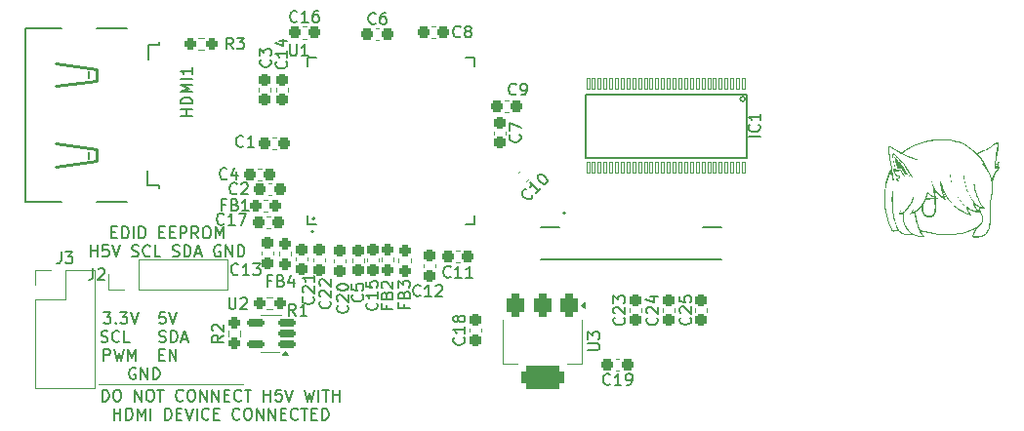
<source format=gto>
G04 #@! TF.GenerationSoftware,KiCad,Pcbnew,8.0.3*
G04 #@! TF.CreationDate,2024-06-19T18:32:55+02:00*
G04 #@! TF.ProjectId,koyomi-hdmi-lvds,6b6f796f-6d69-42d6-9864-6d692d6c7664,rev?*
G04 #@! TF.SameCoordinates,Original*
G04 #@! TF.FileFunction,Legend,Top*
G04 #@! TF.FilePolarity,Positive*
%FSLAX46Y46*%
G04 Gerber Fmt 4.6, Leading zero omitted, Abs format (unit mm)*
G04 Created by KiCad (PCBNEW 8.0.3) date 2024-06-19 18:32:55*
%MOMM*%
%LPD*%
G01*
G04 APERTURE LIST*
G04 Aperture macros list*
%AMRoundRect*
0 Rectangle with rounded corners*
0 $1 Rounding radius*
0 $2 $3 $4 $5 $6 $7 $8 $9 X,Y pos of 4 corners*
0 Add a 4 corners polygon primitive as box body*
4,1,4,$2,$3,$4,$5,$6,$7,$8,$9,$2,$3,0*
0 Add four circle primitives for the rounded corners*
1,1,$1+$1,$2,$3*
1,1,$1+$1,$4,$5*
1,1,$1+$1,$6,$7*
1,1,$1+$1,$8,$9*
0 Add four rect primitives between the rounded corners*
20,1,$1+$1,$2,$3,$4,$5,0*
20,1,$1+$1,$4,$5,$6,$7,0*
20,1,$1+$1,$6,$7,$8,$9,0*
20,1,$1+$1,$8,$9,$2,$3,0*%
G04 Aperture macros list end*
%ADD10C,0.100000*%
%ADD11C,0.150000*%
%ADD12C,0.120000*%
%ADD13C,0.200000*%
%ADD14C,0.250000*%
%ADD15C,0.152400*%
%ADD16C,0.191421*%
%ADD17C,0.000000*%
%ADD18C,0.127000*%
%ADD19R,1.700000X1.700000*%
%ADD20O,1.700000X1.700000*%
%ADD21RoundRect,0.237500X0.300000X0.237500X-0.300000X0.237500X-0.300000X-0.237500X0.300000X-0.237500X0*%
%ADD22O,2.400000X0.250000*%
%ADD23O,2.700000X1.500000*%
%ADD24O,3.300000X1.500000*%
%ADD25RoundRect,0.237500X-0.250000X-0.237500X0.250000X-0.237500X0.250000X0.237500X-0.250000X0.237500X0*%
%ADD26RoundRect,0.162500X0.617500X0.162500X-0.617500X0.162500X-0.617500X-0.162500X0.617500X-0.162500X0*%
%ADD27RoundRect,0.237500X-0.237500X0.300000X-0.237500X-0.300000X0.237500X-0.300000X0.237500X0.300000X0*%
%ADD28RoundRect,0.237500X-0.237500X0.250000X-0.237500X-0.250000X0.237500X-0.250000X0.237500X0.250000X0*%
%ADD29RoundRect,0.237500X0.237500X-0.287500X0.237500X0.287500X-0.237500X0.287500X-0.237500X-0.287500X0*%
%ADD30RoundRect,0.237500X0.237500X-0.300000X0.237500X0.300000X-0.237500X0.300000X-0.237500X-0.300000X0*%
%ADD31RoundRect,0.375000X-0.375000X0.625000X-0.375000X-0.625000X0.375000X-0.625000X0.375000X0.625000X0*%
%ADD32RoundRect,0.500000X-1.400000X0.500000X-1.400000X-0.500000X1.400000X-0.500000X1.400000X0.500000X0*%
%ADD33RoundRect,0.237500X-0.300000X-0.237500X0.300000X-0.237500X0.300000X0.237500X-0.300000X0.237500X0*%
%ADD34RoundRect,0.237500X0.250000X0.237500X-0.250000X0.237500X-0.250000X-0.237500X0.250000X-0.237500X0*%
%ADD35R,0.279400X1.353299*%
%ADD36R,1.353299X0.279400*%
%ADD37RoundRect,0.237500X-0.044194X-0.380070X0.380070X0.044194X0.044194X0.380070X-0.380070X-0.044194X0*%
%ADD38RoundRect,0.237500X-0.287500X-0.237500X0.287500X-0.237500X0.287500X0.237500X-0.287500X0.237500X0*%
%ADD39R,0.200000X1.200000*%
%ADD40R,1.400000X2.000000*%
%ADD41RoundRect,0.009000X-0.141000X0.491000X-0.141000X-0.491000X0.141000X-0.491000X0.141000X0.491000X0*%
G04 APERTURE END LIST*
D10*
X72465000Y-79950000D02*
X85015000Y-79950000D01*
D11*
X72891190Y-73689903D02*
X73510237Y-73689903D01*
X73510237Y-73689903D02*
X73176904Y-74070855D01*
X73176904Y-74070855D02*
X73319761Y-74070855D01*
X73319761Y-74070855D02*
X73414999Y-74118474D01*
X73414999Y-74118474D02*
X73462618Y-74166093D01*
X73462618Y-74166093D02*
X73510237Y-74261331D01*
X73510237Y-74261331D02*
X73510237Y-74499426D01*
X73510237Y-74499426D02*
X73462618Y-74594664D01*
X73462618Y-74594664D02*
X73414999Y-74642284D01*
X73414999Y-74642284D02*
X73319761Y-74689903D01*
X73319761Y-74689903D02*
X73034047Y-74689903D01*
X73034047Y-74689903D02*
X72938809Y-74642284D01*
X72938809Y-74642284D02*
X72891190Y-74594664D01*
X73938809Y-74594664D02*
X73986428Y-74642284D01*
X73986428Y-74642284D02*
X73938809Y-74689903D01*
X73938809Y-74689903D02*
X73891190Y-74642284D01*
X73891190Y-74642284D02*
X73938809Y-74594664D01*
X73938809Y-74594664D02*
X73938809Y-74689903D01*
X74319761Y-73689903D02*
X74938808Y-73689903D01*
X74938808Y-73689903D02*
X74605475Y-74070855D01*
X74605475Y-74070855D02*
X74748332Y-74070855D01*
X74748332Y-74070855D02*
X74843570Y-74118474D01*
X74843570Y-74118474D02*
X74891189Y-74166093D01*
X74891189Y-74166093D02*
X74938808Y-74261331D01*
X74938808Y-74261331D02*
X74938808Y-74499426D01*
X74938808Y-74499426D02*
X74891189Y-74594664D01*
X74891189Y-74594664D02*
X74843570Y-74642284D01*
X74843570Y-74642284D02*
X74748332Y-74689903D01*
X74748332Y-74689903D02*
X74462618Y-74689903D01*
X74462618Y-74689903D02*
X74367380Y-74642284D01*
X74367380Y-74642284D02*
X74319761Y-74594664D01*
X75224523Y-73689903D02*
X75557856Y-74689903D01*
X75557856Y-74689903D02*
X75891189Y-73689903D01*
X78224523Y-73689903D02*
X77748333Y-73689903D01*
X77748333Y-73689903D02*
X77700714Y-74166093D01*
X77700714Y-74166093D02*
X77748333Y-74118474D01*
X77748333Y-74118474D02*
X77843571Y-74070855D01*
X77843571Y-74070855D02*
X78081666Y-74070855D01*
X78081666Y-74070855D02*
X78176904Y-74118474D01*
X78176904Y-74118474D02*
X78224523Y-74166093D01*
X78224523Y-74166093D02*
X78272142Y-74261331D01*
X78272142Y-74261331D02*
X78272142Y-74499426D01*
X78272142Y-74499426D02*
X78224523Y-74594664D01*
X78224523Y-74594664D02*
X78176904Y-74642284D01*
X78176904Y-74642284D02*
X78081666Y-74689903D01*
X78081666Y-74689903D02*
X77843571Y-74689903D01*
X77843571Y-74689903D02*
X77748333Y-74642284D01*
X77748333Y-74642284D02*
X77700714Y-74594664D01*
X78557857Y-73689903D02*
X78891190Y-74689903D01*
X78891190Y-74689903D02*
X79224523Y-73689903D01*
X72676904Y-76252228D02*
X72819761Y-76299847D01*
X72819761Y-76299847D02*
X73057856Y-76299847D01*
X73057856Y-76299847D02*
X73153094Y-76252228D01*
X73153094Y-76252228D02*
X73200713Y-76204608D01*
X73200713Y-76204608D02*
X73248332Y-76109370D01*
X73248332Y-76109370D02*
X73248332Y-76014132D01*
X73248332Y-76014132D02*
X73200713Y-75918894D01*
X73200713Y-75918894D02*
X73153094Y-75871275D01*
X73153094Y-75871275D02*
X73057856Y-75823656D01*
X73057856Y-75823656D02*
X72867380Y-75776037D01*
X72867380Y-75776037D02*
X72772142Y-75728418D01*
X72772142Y-75728418D02*
X72724523Y-75680799D01*
X72724523Y-75680799D02*
X72676904Y-75585561D01*
X72676904Y-75585561D02*
X72676904Y-75490323D01*
X72676904Y-75490323D02*
X72724523Y-75395085D01*
X72724523Y-75395085D02*
X72772142Y-75347466D01*
X72772142Y-75347466D02*
X72867380Y-75299847D01*
X72867380Y-75299847D02*
X73105475Y-75299847D01*
X73105475Y-75299847D02*
X73248332Y-75347466D01*
X74248332Y-76204608D02*
X74200713Y-76252228D01*
X74200713Y-76252228D02*
X74057856Y-76299847D01*
X74057856Y-76299847D02*
X73962618Y-76299847D01*
X73962618Y-76299847D02*
X73819761Y-76252228D01*
X73819761Y-76252228D02*
X73724523Y-76156989D01*
X73724523Y-76156989D02*
X73676904Y-76061751D01*
X73676904Y-76061751D02*
X73629285Y-75871275D01*
X73629285Y-75871275D02*
X73629285Y-75728418D01*
X73629285Y-75728418D02*
X73676904Y-75537942D01*
X73676904Y-75537942D02*
X73724523Y-75442704D01*
X73724523Y-75442704D02*
X73819761Y-75347466D01*
X73819761Y-75347466D02*
X73962618Y-75299847D01*
X73962618Y-75299847D02*
X74057856Y-75299847D01*
X74057856Y-75299847D02*
X74200713Y-75347466D01*
X74200713Y-75347466D02*
X74248332Y-75395085D01*
X75153094Y-76299847D02*
X74676904Y-76299847D01*
X74676904Y-76299847D02*
X74676904Y-75299847D01*
X77724524Y-76252228D02*
X77867381Y-76299847D01*
X77867381Y-76299847D02*
X78105476Y-76299847D01*
X78105476Y-76299847D02*
X78200714Y-76252228D01*
X78200714Y-76252228D02*
X78248333Y-76204608D01*
X78248333Y-76204608D02*
X78295952Y-76109370D01*
X78295952Y-76109370D02*
X78295952Y-76014132D01*
X78295952Y-76014132D02*
X78248333Y-75918894D01*
X78248333Y-75918894D02*
X78200714Y-75871275D01*
X78200714Y-75871275D02*
X78105476Y-75823656D01*
X78105476Y-75823656D02*
X77915000Y-75776037D01*
X77915000Y-75776037D02*
X77819762Y-75728418D01*
X77819762Y-75728418D02*
X77772143Y-75680799D01*
X77772143Y-75680799D02*
X77724524Y-75585561D01*
X77724524Y-75585561D02*
X77724524Y-75490323D01*
X77724524Y-75490323D02*
X77772143Y-75395085D01*
X77772143Y-75395085D02*
X77819762Y-75347466D01*
X77819762Y-75347466D02*
X77915000Y-75299847D01*
X77915000Y-75299847D02*
X78153095Y-75299847D01*
X78153095Y-75299847D02*
X78295952Y-75347466D01*
X78724524Y-76299847D02*
X78724524Y-75299847D01*
X78724524Y-75299847D02*
X78962619Y-75299847D01*
X78962619Y-75299847D02*
X79105476Y-75347466D01*
X79105476Y-75347466D02*
X79200714Y-75442704D01*
X79200714Y-75442704D02*
X79248333Y-75537942D01*
X79248333Y-75537942D02*
X79295952Y-75728418D01*
X79295952Y-75728418D02*
X79295952Y-75871275D01*
X79295952Y-75871275D02*
X79248333Y-76061751D01*
X79248333Y-76061751D02*
X79200714Y-76156989D01*
X79200714Y-76156989D02*
X79105476Y-76252228D01*
X79105476Y-76252228D02*
X78962619Y-76299847D01*
X78962619Y-76299847D02*
X78724524Y-76299847D01*
X79676905Y-76014132D02*
X80153095Y-76014132D01*
X79581667Y-76299847D02*
X79915000Y-75299847D01*
X79915000Y-75299847D02*
X80248333Y-76299847D01*
X72891190Y-77909791D02*
X72891190Y-76909791D01*
X72891190Y-76909791D02*
X73272142Y-76909791D01*
X73272142Y-76909791D02*
X73367380Y-76957410D01*
X73367380Y-76957410D02*
X73414999Y-77005029D01*
X73414999Y-77005029D02*
X73462618Y-77100267D01*
X73462618Y-77100267D02*
X73462618Y-77243124D01*
X73462618Y-77243124D02*
X73414999Y-77338362D01*
X73414999Y-77338362D02*
X73367380Y-77385981D01*
X73367380Y-77385981D02*
X73272142Y-77433600D01*
X73272142Y-77433600D02*
X72891190Y-77433600D01*
X73795952Y-76909791D02*
X74034047Y-77909791D01*
X74034047Y-77909791D02*
X74224523Y-77195505D01*
X74224523Y-77195505D02*
X74414999Y-77909791D01*
X74414999Y-77909791D02*
X74653095Y-76909791D01*
X75034047Y-77909791D02*
X75034047Y-76909791D01*
X75034047Y-76909791D02*
X75367380Y-77624076D01*
X75367380Y-77624076D02*
X75700713Y-76909791D01*
X75700713Y-76909791D02*
X75700713Y-77909791D01*
X77700714Y-77385981D02*
X78034047Y-77385981D01*
X78176904Y-77909791D02*
X77700714Y-77909791D01*
X77700714Y-77909791D02*
X77700714Y-76909791D01*
X77700714Y-76909791D02*
X78176904Y-76909791D01*
X78605476Y-77909791D02*
X78605476Y-76909791D01*
X78605476Y-76909791D02*
X79176904Y-77909791D01*
X79176904Y-77909791D02*
X79176904Y-76909791D01*
X75653095Y-78567354D02*
X75557857Y-78519735D01*
X75557857Y-78519735D02*
X75415000Y-78519735D01*
X75415000Y-78519735D02*
X75272143Y-78567354D01*
X75272143Y-78567354D02*
X75176905Y-78662592D01*
X75176905Y-78662592D02*
X75129286Y-78757830D01*
X75129286Y-78757830D02*
X75081667Y-78948306D01*
X75081667Y-78948306D02*
X75081667Y-79091163D01*
X75081667Y-79091163D02*
X75129286Y-79281639D01*
X75129286Y-79281639D02*
X75176905Y-79376877D01*
X75176905Y-79376877D02*
X75272143Y-79472116D01*
X75272143Y-79472116D02*
X75415000Y-79519735D01*
X75415000Y-79519735D02*
X75510238Y-79519735D01*
X75510238Y-79519735D02*
X75653095Y-79472116D01*
X75653095Y-79472116D02*
X75700714Y-79424496D01*
X75700714Y-79424496D02*
X75700714Y-79091163D01*
X75700714Y-79091163D02*
X75510238Y-79091163D01*
X76129286Y-79519735D02*
X76129286Y-78519735D01*
X76129286Y-78519735D02*
X76700714Y-79519735D01*
X76700714Y-79519735D02*
X76700714Y-78519735D01*
X77176905Y-79519735D02*
X77176905Y-78519735D01*
X77176905Y-78519735D02*
X77415000Y-78519735D01*
X77415000Y-78519735D02*
X77557857Y-78567354D01*
X77557857Y-78567354D02*
X77653095Y-78662592D01*
X77653095Y-78662592D02*
X77700714Y-78757830D01*
X77700714Y-78757830D02*
X77748333Y-78948306D01*
X77748333Y-78948306D02*
X77748333Y-79091163D01*
X77748333Y-79091163D02*
X77700714Y-79281639D01*
X77700714Y-79281639D02*
X77653095Y-79376877D01*
X77653095Y-79376877D02*
X77557857Y-79472116D01*
X77557857Y-79472116D02*
X77415000Y-79519735D01*
X77415000Y-79519735D02*
X77176905Y-79519735D01*
X72784285Y-81429847D02*
X72784285Y-80429847D01*
X72784285Y-80429847D02*
X73022380Y-80429847D01*
X73022380Y-80429847D02*
X73165237Y-80477466D01*
X73165237Y-80477466D02*
X73260475Y-80572704D01*
X73260475Y-80572704D02*
X73308094Y-80667942D01*
X73308094Y-80667942D02*
X73355713Y-80858418D01*
X73355713Y-80858418D02*
X73355713Y-81001275D01*
X73355713Y-81001275D02*
X73308094Y-81191751D01*
X73308094Y-81191751D02*
X73260475Y-81286989D01*
X73260475Y-81286989D02*
X73165237Y-81382228D01*
X73165237Y-81382228D02*
X73022380Y-81429847D01*
X73022380Y-81429847D02*
X72784285Y-81429847D01*
X73974761Y-80429847D02*
X74165237Y-80429847D01*
X74165237Y-80429847D02*
X74260475Y-80477466D01*
X74260475Y-80477466D02*
X74355713Y-80572704D01*
X74355713Y-80572704D02*
X74403332Y-80763180D01*
X74403332Y-80763180D02*
X74403332Y-81096513D01*
X74403332Y-81096513D02*
X74355713Y-81286989D01*
X74355713Y-81286989D02*
X74260475Y-81382228D01*
X74260475Y-81382228D02*
X74165237Y-81429847D01*
X74165237Y-81429847D02*
X73974761Y-81429847D01*
X73974761Y-81429847D02*
X73879523Y-81382228D01*
X73879523Y-81382228D02*
X73784285Y-81286989D01*
X73784285Y-81286989D02*
X73736666Y-81096513D01*
X73736666Y-81096513D02*
X73736666Y-80763180D01*
X73736666Y-80763180D02*
X73784285Y-80572704D01*
X73784285Y-80572704D02*
X73879523Y-80477466D01*
X73879523Y-80477466D02*
X73974761Y-80429847D01*
X75593809Y-81429847D02*
X75593809Y-80429847D01*
X75593809Y-80429847D02*
X76165237Y-81429847D01*
X76165237Y-81429847D02*
X76165237Y-80429847D01*
X76831904Y-80429847D02*
X77022380Y-80429847D01*
X77022380Y-80429847D02*
X77117618Y-80477466D01*
X77117618Y-80477466D02*
X77212856Y-80572704D01*
X77212856Y-80572704D02*
X77260475Y-80763180D01*
X77260475Y-80763180D02*
X77260475Y-81096513D01*
X77260475Y-81096513D02*
X77212856Y-81286989D01*
X77212856Y-81286989D02*
X77117618Y-81382228D01*
X77117618Y-81382228D02*
X77022380Y-81429847D01*
X77022380Y-81429847D02*
X76831904Y-81429847D01*
X76831904Y-81429847D02*
X76736666Y-81382228D01*
X76736666Y-81382228D02*
X76641428Y-81286989D01*
X76641428Y-81286989D02*
X76593809Y-81096513D01*
X76593809Y-81096513D02*
X76593809Y-80763180D01*
X76593809Y-80763180D02*
X76641428Y-80572704D01*
X76641428Y-80572704D02*
X76736666Y-80477466D01*
X76736666Y-80477466D02*
X76831904Y-80429847D01*
X77546190Y-80429847D02*
X78117618Y-80429847D01*
X77831904Y-81429847D02*
X77831904Y-80429847D01*
X79784285Y-81334608D02*
X79736666Y-81382228D01*
X79736666Y-81382228D02*
X79593809Y-81429847D01*
X79593809Y-81429847D02*
X79498571Y-81429847D01*
X79498571Y-81429847D02*
X79355714Y-81382228D01*
X79355714Y-81382228D02*
X79260476Y-81286989D01*
X79260476Y-81286989D02*
X79212857Y-81191751D01*
X79212857Y-81191751D02*
X79165238Y-81001275D01*
X79165238Y-81001275D02*
X79165238Y-80858418D01*
X79165238Y-80858418D02*
X79212857Y-80667942D01*
X79212857Y-80667942D02*
X79260476Y-80572704D01*
X79260476Y-80572704D02*
X79355714Y-80477466D01*
X79355714Y-80477466D02*
X79498571Y-80429847D01*
X79498571Y-80429847D02*
X79593809Y-80429847D01*
X79593809Y-80429847D02*
X79736666Y-80477466D01*
X79736666Y-80477466D02*
X79784285Y-80525085D01*
X80403333Y-80429847D02*
X80593809Y-80429847D01*
X80593809Y-80429847D02*
X80689047Y-80477466D01*
X80689047Y-80477466D02*
X80784285Y-80572704D01*
X80784285Y-80572704D02*
X80831904Y-80763180D01*
X80831904Y-80763180D02*
X80831904Y-81096513D01*
X80831904Y-81096513D02*
X80784285Y-81286989D01*
X80784285Y-81286989D02*
X80689047Y-81382228D01*
X80689047Y-81382228D02*
X80593809Y-81429847D01*
X80593809Y-81429847D02*
X80403333Y-81429847D01*
X80403333Y-81429847D02*
X80308095Y-81382228D01*
X80308095Y-81382228D02*
X80212857Y-81286989D01*
X80212857Y-81286989D02*
X80165238Y-81096513D01*
X80165238Y-81096513D02*
X80165238Y-80763180D01*
X80165238Y-80763180D02*
X80212857Y-80572704D01*
X80212857Y-80572704D02*
X80308095Y-80477466D01*
X80308095Y-80477466D02*
X80403333Y-80429847D01*
X81260476Y-81429847D02*
X81260476Y-80429847D01*
X81260476Y-80429847D02*
X81831904Y-81429847D01*
X81831904Y-81429847D02*
X81831904Y-80429847D01*
X82308095Y-81429847D02*
X82308095Y-80429847D01*
X82308095Y-80429847D02*
X82879523Y-81429847D01*
X82879523Y-81429847D02*
X82879523Y-80429847D01*
X83355714Y-80906037D02*
X83689047Y-80906037D01*
X83831904Y-81429847D02*
X83355714Y-81429847D01*
X83355714Y-81429847D02*
X83355714Y-80429847D01*
X83355714Y-80429847D02*
X83831904Y-80429847D01*
X84831904Y-81334608D02*
X84784285Y-81382228D01*
X84784285Y-81382228D02*
X84641428Y-81429847D01*
X84641428Y-81429847D02*
X84546190Y-81429847D01*
X84546190Y-81429847D02*
X84403333Y-81382228D01*
X84403333Y-81382228D02*
X84308095Y-81286989D01*
X84308095Y-81286989D02*
X84260476Y-81191751D01*
X84260476Y-81191751D02*
X84212857Y-81001275D01*
X84212857Y-81001275D02*
X84212857Y-80858418D01*
X84212857Y-80858418D02*
X84260476Y-80667942D01*
X84260476Y-80667942D02*
X84308095Y-80572704D01*
X84308095Y-80572704D02*
X84403333Y-80477466D01*
X84403333Y-80477466D02*
X84546190Y-80429847D01*
X84546190Y-80429847D02*
X84641428Y-80429847D01*
X84641428Y-80429847D02*
X84784285Y-80477466D01*
X84784285Y-80477466D02*
X84831904Y-80525085D01*
X85117619Y-80429847D02*
X85689047Y-80429847D01*
X85403333Y-81429847D02*
X85403333Y-80429847D01*
X86784286Y-81429847D02*
X86784286Y-80429847D01*
X86784286Y-80906037D02*
X87355714Y-80906037D01*
X87355714Y-81429847D02*
X87355714Y-80429847D01*
X88308095Y-80429847D02*
X87831905Y-80429847D01*
X87831905Y-80429847D02*
X87784286Y-80906037D01*
X87784286Y-80906037D02*
X87831905Y-80858418D01*
X87831905Y-80858418D02*
X87927143Y-80810799D01*
X87927143Y-80810799D02*
X88165238Y-80810799D01*
X88165238Y-80810799D02*
X88260476Y-80858418D01*
X88260476Y-80858418D02*
X88308095Y-80906037D01*
X88308095Y-80906037D02*
X88355714Y-81001275D01*
X88355714Y-81001275D02*
X88355714Y-81239370D01*
X88355714Y-81239370D02*
X88308095Y-81334608D01*
X88308095Y-81334608D02*
X88260476Y-81382228D01*
X88260476Y-81382228D02*
X88165238Y-81429847D01*
X88165238Y-81429847D02*
X87927143Y-81429847D01*
X87927143Y-81429847D02*
X87831905Y-81382228D01*
X87831905Y-81382228D02*
X87784286Y-81334608D01*
X88641429Y-80429847D02*
X88974762Y-81429847D01*
X88974762Y-81429847D02*
X89308095Y-80429847D01*
X90308096Y-80429847D02*
X90546191Y-81429847D01*
X90546191Y-81429847D02*
X90736667Y-80715561D01*
X90736667Y-80715561D02*
X90927143Y-81429847D01*
X90927143Y-81429847D02*
X91165239Y-80429847D01*
X91546191Y-81429847D02*
X91546191Y-80429847D01*
X91879524Y-80429847D02*
X92450952Y-80429847D01*
X92165238Y-81429847D02*
X92165238Y-80429847D01*
X92784286Y-81429847D02*
X92784286Y-80429847D01*
X92784286Y-80906037D02*
X93355714Y-80906037D01*
X93355714Y-81429847D02*
X93355714Y-80429847D01*
X73784286Y-83039791D02*
X73784286Y-82039791D01*
X73784286Y-82515981D02*
X74355714Y-82515981D01*
X74355714Y-83039791D02*
X74355714Y-82039791D01*
X74831905Y-83039791D02*
X74831905Y-82039791D01*
X74831905Y-82039791D02*
X75070000Y-82039791D01*
X75070000Y-82039791D02*
X75212857Y-82087410D01*
X75212857Y-82087410D02*
X75308095Y-82182648D01*
X75308095Y-82182648D02*
X75355714Y-82277886D01*
X75355714Y-82277886D02*
X75403333Y-82468362D01*
X75403333Y-82468362D02*
X75403333Y-82611219D01*
X75403333Y-82611219D02*
X75355714Y-82801695D01*
X75355714Y-82801695D02*
X75308095Y-82896933D01*
X75308095Y-82896933D02*
X75212857Y-82992172D01*
X75212857Y-82992172D02*
X75070000Y-83039791D01*
X75070000Y-83039791D02*
X74831905Y-83039791D01*
X75831905Y-83039791D02*
X75831905Y-82039791D01*
X75831905Y-82039791D02*
X76165238Y-82754076D01*
X76165238Y-82754076D02*
X76498571Y-82039791D01*
X76498571Y-82039791D02*
X76498571Y-83039791D01*
X76974762Y-83039791D02*
X76974762Y-82039791D01*
X78212857Y-83039791D02*
X78212857Y-82039791D01*
X78212857Y-82039791D02*
X78450952Y-82039791D01*
X78450952Y-82039791D02*
X78593809Y-82087410D01*
X78593809Y-82087410D02*
X78689047Y-82182648D01*
X78689047Y-82182648D02*
X78736666Y-82277886D01*
X78736666Y-82277886D02*
X78784285Y-82468362D01*
X78784285Y-82468362D02*
X78784285Y-82611219D01*
X78784285Y-82611219D02*
X78736666Y-82801695D01*
X78736666Y-82801695D02*
X78689047Y-82896933D01*
X78689047Y-82896933D02*
X78593809Y-82992172D01*
X78593809Y-82992172D02*
X78450952Y-83039791D01*
X78450952Y-83039791D02*
X78212857Y-83039791D01*
X79212857Y-82515981D02*
X79546190Y-82515981D01*
X79689047Y-83039791D02*
X79212857Y-83039791D01*
X79212857Y-83039791D02*
X79212857Y-82039791D01*
X79212857Y-82039791D02*
X79689047Y-82039791D01*
X79974762Y-82039791D02*
X80308095Y-83039791D01*
X80308095Y-83039791D02*
X80641428Y-82039791D01*
X80974762Y-83039791D02*
X80974762Y-82039791D01*
X82022380Y-82944552D02*
X81974761Y-82992172D01*
X81974761Y-82992172D02*
X81831904Y-83039791D01*
X81831904Y-83039791D02*
X81736666Y-83039791D01*
X81736666Y-83039791D02*
X81593809Y-82992172D01*
X81593809Y-82992172D02*
X81498571Y-82896933D01*
X81498571Y-82896933D02*
X81450952Y-82801695D01*
X81450952Y-82801695D02*
X81403333Y-82611219D01*
X81403333Y-82611219D02*
X81403333Y-82468362D01*
X81403333Y-82468362D02*
X81450952Y-82277886D01*
X81450952Y-82277886D02*
X81498571Y-82182648D01*
X81498571Y-82182648D02*
X81593809Y-82087410D01*
X81593809Y-82087410D02*
X81736666Y-82039791D01*
X81736666Y-82039791D02*
X81831904Y-82039791D01*
X81831904Y-82039791D02*
X81974761Y-82087410D01*
X81974761Y-82087410D02*
X82022380Y-82135029D01*
X82450952Y-82515981D02*
X82784285Y-82515981D01*
X82927142Y-83039791D02*
X82450952Y-83039791D01*
X82450952Y-83039791D02*
X82450952Y-82039791D01*
X82450952Y-82039791D02*
X82927142Y-82039791D01*
X84689047Y-82944552D02*
X84641428Y-82992172D01*
X84641428Y-82992172D02*
X84498571Y-83039791D01*
X84498571Y-83039791D02*
X84403333Y-83039791D01*
X84403333Y-83039791D02*
X84260476Y-82992172D01*
X84260476Y-82992172D02*
X84165238Y-82896933D01*
X84165238Y-82896933D02*
X84117619Y-82801695D01*
X84117619Y-82801695D02*
X84070000Y-82611219D01*
X84070000Y-82611219D02*
X84070000Y-82468362D01*
X84070000Y-82468362D02*
X84117619Y-82277886D01*
X84117619Y-82277886D02*
X84165238Y-82182648D01*
X84165238Y-82182648D02*
X84260476Y-82087410D01*
X84260476Y-82087410D02*
X84403333Y-82039791D01*
X84403333Y-82039791D02*
X84498571Y-82039791D01*
X84498571Y-82039791D02*
X84641428Y-82087410D01*
X84641428Y-82087410D02*
X84689047Y-82135029D01*
X85308095Y-82039791D02*
X85498571Y-82039791D01*
X85498571Y-82039791D02*
X85593809Y-82087410D01*
X85593809Y-82087410D02*
X85689047Y-82182648D01*
X85689047Y-82182648D02*
X85736666Y-82373124D01*
X85736666Y-82373124D02*
X85736666Y-82706457D01*
X85736666Y-82706457D02*
X85689047Y-82896933D01*
X85689047Y-82896933D02*
X85593809Y-82992172D01*
X85593809Y-82992172D02*
X85498571Y-83039791D01*
X85498571Y-83039791D02*
X85308095Y-83039791D01*
X85308095Y-83039791D02*
X85212857Y-82992172D01*
X85212857Y-82992172D02*
X85117619Y-82896933D01*
X85117619Y-82896933D02*
X85070000Y-82706457D01*
X85070000Y-82706457D02*
X85070000Y-82373124D01*
X85070000Y-82373124D02*
X85117619Y-82182648D01*
X85117619Y-82182648D02*
X85212857Y-82087410D01*
X85212857Y-82087410D02*
X85308095Y-82039791D01*
X86165238Y-83039791D02*
X86165238Y-82039791D01*
X86165238Y-82039791D02*
X86736666Y-83039791D01*
X86736666Y-83039791D02*
X86736666Y-82039791D01*
X87212857Y-83039791D02*
X87212857Y-82039791D01*
X87212857Y-82039791D02*
X87784285Y-83039791D01*
X87784285Y-83039791D02*
X87784285Y-82039791D01*
X88260476Y-82515981D02*
X88593809Y-82515981D01*
X88736666Y-83039791D02*
X88260476Y-83039791D01*
X88260476Y-83039791D02*
X88260476Y-82039791D01*
X88260476Y-82039791D02*
X88736666Y-82039791D01*
X89736666Y-82944552D02*
X89689047Y-82992172D01*
X89689047Y-82992172D02*
X89546190Y-83039791D01*
X89546190Y-83039791D02*
X89450952Y-83039791D01*
X89450952Y-83039791D02*
X89308095Y-82992172D01*
X89308095Y-82992172D02*
X89212857Y-82896933D01*
X89212857Y-82896933D02*
X89165238Y-82801695D01*
X89165238Y-82801695D02*
X89117619Y-82611219D01*
X89117619Y-82611219D02*
X89117619Y-82468362D01*
X89117619Y-82468362D02*
X89165238Y-82277886D01*
X89165238Y-82277886D02*
X89212857Y-82182648D01*
X89212857Y-82182648D02*
X89308095Y-82087410D01*
X89308095Y-82087410D02*
X89450952Y-82039791D01*
X89450952Y-82039791D02*
X89546190Y-82039791D01*
X89546190Y-82039791D02*
X89689047Y-82087410D01*
X89689047Y-82087410D02*
X89736666Y-82135029D01*
X90022381Y-82039791D02*
X90593809Y-82039791D01*
X90308095Y-83039791D02*
X90308095Y-82039791D01*
X90927143Y-82515981D02*
X91260476Y-82515981D01*
X91403333Y-83039791D02*
X90927143Y-83039791D01*
X90927143Y-83039791D02*
X90927143Y-82039791D01*
X90927143Y-82039791D02*
X91403333Y-82039791D01*
X91831905Y-83039791D02*
X91831905Y-82039791D01*
X91831905Y-82039791D02*
X92070000Y-82039791D01*
X92070000Y-82039791D02*
X92212857Y-82087410D01*
X92212857Y-82087410D02*
X92308095Y-82182648D01*
X92308095Y-82182648D02*
X92355714Y-82277886D01*
X92355714Y-82277886D02*
X92403333Y-82468362D01*
X92403333Y-82468362D02*
X92403333Y-82611219D01*
X92403333Y-82611219D02*
X92355714Y-82801695D01*
X92355714Y-82801695D02*
X92308095Y-82896933D01*
X92308095Y-82896933D02*
X92212857Y-82992172D01*
X92212857Y-82992172D02*
X92070000Y-83039791D01*
X92070000Y-83039791D02*
X91831905Y-83039791D01*
X73586667Y-66736037D02*
X73920000Y-66736037D01*
X74062857Y-67259847D02*
X73586667Y-67259847D01*
X73586667Y-67259847D02*
X73586667Y-66259847D01*
X73586667Y-66259847D02*
X74062857Y-66259847D01*
X74491429Y-67259847D02*
X74491429Y-66259847D01*
X74491429Y-66259847D02*
X74729524Y-66259847D01*
X74729524Y-66259847D02*
X74872381Y-66307466D01*
X74872381Y-66307466D02*
X74967619Y-66402704D01*
X74967619Y-66402704D02*
X75015238Y-66497942D01*
X75015238Y-66497942D02*
X75062857Y-66688418D01*
X75062857Y-66688418D02*
X75062857Y-66831275D01*
X75062857Y-66831275D02*
X75015238Y-67021751D01*
X75015238Y-67021751D02*
X74967619Y-67116989D01*
X74967619Y-67116989D02*
X74872381Y-67212228D01*
X74872381Y-67212228D02*
X74729524Y-67259847D01*
X74729524Y-67259847D02*
X74491429Y-67259847D01*
X75491429Y-67259847D02*
X75491429Y-66259847D01*
X75967619Y-67259847D02*
X75967619Y-66259847D01*
X75967619Y-66259847D02*
X76205714Y-66259847D01*
X76205714Y-66259847D02*
X76348571Y-66307466D01*
X76348571Y-66307466D02*
X76443809Y-66402704D01*
X76443809Y-66402704D02*
X76491428Y-66497942D01*
X76491428Y-66497942D02*
X76539047Y-66688418D01*
X76539047Y-66688418D02*
X76539047Y-66831275D01*
X76539047Y-66831275D02*
X76491428Y-67021751D01*
X76491428Y-67021751D02*
X76443809Y-67116989D01*
X76443809Y-67116989D02*
X76348571Y-67212228D01*
X76348571Y-67212228D02*
X76205714Y-67259847D01*
X76205714Y-67259847D02*
X75967619Y-67259847D01*
X77729524Y-66736037D02*
X78062857Y-66736037D01*
X78205714Y-67259847D02*
X77729524Y-67259847D01*
X77729524Y-67259847D02*
X77729524Y-66259847D01*
X77729524Y-66259847D02*
X78205714Y-66259847D01*
X78634286Y-66736037D02*
X78967619Y-66736037D01*
X79110476Y-67259847D02*
X78634286Y-67259847D01*
X78634286Y-67259847D02*
X78634286Y-66259847D01*
X78634286Y-66259847D02*
X79110476Y-66259847D01*
X79539048Y-67259847D02*
X79539048Y-66259847D01*
X79539048Y-66259847D02*
X79920000Y-66259847D01*
X79920000Y-66259847D02*
X80015238Y-66307466D01*
X80015238Y-66307466D02*
X80062857Y-66355085D01*
X80062857Y-66355085D02*
X80110476Y-66450323D01*
X80110476Y-66450323D02*
X80110476Y-66593180D01*
X80110476Y-66593180D02*
X80062857Y-66688418D01*
X80062857Y-66688418D02*
X80015238Y-66736037D01*
X80015238Y-66736037D02*
X79920000Y-66783656D01*
X79920000Y-66783656D02*
X79539048Y-66783656D01*
X81110476Y-67259847D02*
X80777143Y-66783656D01*
X80539048Y-67259847D02*
X80539048Y-66259847D01*
X80539048Y-66259847D02*
X80920000Y-66259847D01*
X80920000Y-66259847D02*
X81015238Y-66307466D01*
X81015238Y-66307466D02*
X81062857Y-66355085D01*
X81062857Y-66355085D02*
X81110476Y-66450323D01*
X81110476Y-66450323D02*
X81110476Y-66593180D01*
X81110476Y-66593180D02*
X81062857Y-66688418D01*
X81062857Y-66688418D02*
X81015238Y-66736037D01*
X81015238Y-66736037D02*
X80920000Y-66783656D01*
X80920000Y-66783656D02*
X80539048Y-66783656D01*
X81729524Y-66259847D02*
X81920000Y-66259847D01*
X81920000Y-66259847D02*
X82015238Y-66307466D01*
X82015238Y-66307466D02*
X82110476Y-66402704D01*
X82110476Y-66402704D02*
X82158095Y-66593180D01*
X82158095Y-66593180D02*
X82158095Y-66926513D01*
X82158095Y-66926513D02*
X82110476Y-67116989D01*
X82110476Y-67116989D02*
X82015238Y-67212228D01*
X82015238Y-67212228D02*
X81920000Y-67259847D01*
X81920000Y-67259847D02*
X81729524Y-67259847D01*
X81729524Y-67259847D02*
X81634286Y-67212228D01*
X81634286Y-67212228D02*
X81539048Y-67116989D01*
X81539048Y-67116989D02*
X81491429Y-66926513D01*
X81491429Y-66926513D02*
X81491429Y-66593180D01*
X81491429Y-66593180D02*
X81539048Y-66402704D01*
X81539048Y-66402704D02*
X81634286Y-66307466D01*
X81634286Y-66307466D02*
X81729524Y-66259847D01*
X82586667Y-67259847D02*
X82586667Y-66259847D01*
X82586667Y-66259847D02*
X82920000Y-66974132D01*
X82920000Y-66974132D02*
X83253333Y-66259847D01*
X83253333Y-66259847D02*
X83253333Y-67259847D01*
X71777142Y-68869791D02*
X71777142Y-67869791D01*
X71777142Y-68345981D02*
X72348570Y-68345981D01*
X72348570Y-68869791D02*
X72348570Y-67869791D01*
X73300951Y-67869791D02*
X72824761Y-67869791D01*
X72824761Y-67869791D02*
X72777142Y-68345981D01*
X72777142Y-68345981D02*
X72824761Y-68298362D01*
X72824761Y-68298362D02*
X72919999Y-68250743D01*
X72919999Y-68250743D02*
X73158094Y-68250743D01*
X73158094Y-68250743D02*
X73253332Y-68298362D01*
X73253332Y-68298362D02*
X73300951Y-68345981D01*
X73300951Y-68345981D02*
X73348570Y-68441219D01*
X73348570Y-68441219D02*
X73348570Y-68679314D01*
X73348570Y-68679314D02*
X73300951Y-68774552D01*
X73300951Y-68774552D02*
X73253332Y-68822172D01*
X73253332Y-68822172D02*
X73158094Y-68869791D01*
X73158094Y-68869791D02*
X72919999Y-68869791D01*
X72919999Y-68869791D02*
X72824761Y-68822172D01*
X72824761Y-68822172D02*
X72777142Y-68774552D01*
X73634285Y-67869791D02*
X73967618Y-68869791D01*
X73967618Y-68869791D02*
X74300951Y-67869791D01*
X75348571Y-68822172D02*
X75491428Y-68869791D01*
X75491428Y-68869791D02*
X75729523Y-68869791D01*
X75729523Y-68869791D02*
X75824761Y-68822172D01*
X75824761Y-68822172D02*
X75872380Y-68774552D01*
X75872380Y-68774552D02*
X75919999Y-68679314D01*
X75919999Y-68679314D02*
X75919999Y-68584076D01*
X75919999Y-68584076D02*
X75872380Y-68488838D01*
X75872380Y-68488838D02*
X75824761Y-68441219D01*
X75824761Y-68441219D02*
X75729523Y-68393600D01*
X75729523Y-68393600D02*
X75539047Y-68345981D01*
X75539047Y-68345981D02*
X75443809Y-68298362D01*
X75443809Y-68298362D02*
X75396190Y-68250743D01*
X75396190Y-68250743D02*
X75348571Y-68155505D01*
X75348571Y-68155505D02*
X75348571Y-68060267D01*
X75348571Y-68060267D02*
X75396190Y-67965029D01*
X75396190Y-67965029D02*
X75443809Y-67917410D01*
X75443809Y-67917410D02*
X75539047Y-67869791D01*
X75539047Y-67869791D02*
X75777142Y-67869791D01*
X75777142Y-67869791D02*
X75919999Y-67917410D01*
X76919999Y-68774552D02*
X76872380Y-68822172D01*
X76872380Y-68822172D02*
X76729523Y-68869791D01*
X76729523Y-68869791D02*
X76634285Y-68869791D01*
X76634285Y-68869791D02*
X76491428Y-68822172D01*
X76491428Y-68822172D02*
X76396190Y-68726933D01*
X76396190Y-68726933D02*
X76348571Y-68631695D01*
X76348571Y-68631695D02*
X76300952Y-68441219D01*
X76300952Y-68441219D02*
X76300952Y-68298362D01*
X76300952Y-68298362D02*
X76348571Y-68107886D01*
X76348571Y-68107886D02*
X76396190Y-68012648D01*
X76396190Y-68012648D02*
X76491428Y-67917410D01*
X76491428Y-67917410D02*
X76634285Y-67869791D01*
X76634285Y-67869791D02*
X76729523Y-67869791D01*
X76729523Y-67869791D02*
X76872380Y-67917410D01*
X76872380Y-67917410D02*
X76919999Y-67965029D01*
X77824761Y-68869791D02*
X77348571Y-68869791D01*
X77348571Y-68869791D02*
X77348571Y-67869791D01*
X78872381Y-68822172D02*
X79015238Y-68869791D01*
X79015238Y-68869791D02*
X79253333Y-68869791D01*
X79253333Y-68869791D02*
X79348571Y-68822172D01*
X79348571Y-68822172D02*
X79396190Y-68774552D01*
X79396190Y-68774552D02*
X79443809Y-68679314D01*
X79443809Y-68679314D02*
X79443809Y-68584076D01*
X79443809Y-68584076D02*
X79396190Y-68488838D01*
X79396190Y-68488838D02*
X79348571Y-68441219D01*
X79348571Y-68441219D02*
X79253333Y-68393600D01*
X79253333Y-68393600D02*
X79062857Y-68345981D01*
X79062857Y-68345981D02*
X78967619Y-68298362D01*
X78967619Y-68298362D02*
X78920000Y-68250743D01*
X78920000Y-68250743D02*
X78872381Y-68155505D01*
X78872381Y-68155505D02*
X78872381Y-68060267D01*
X78872381Y-68060267D02*
X78920000Y-67965029D01*
X78920000Y-67965029D02*
X78967619Y-67917410D01*
X78967619Y-67917410D02*
X79062857Y-67869791D01*
X79062857Y-67869791D02*
X79300952Y-67869791D01*
X79300952Y-67869791D02*
X79443809Y-67917410D01*
X79872381Y-68869791D02*
X79872381Y-67869791D01*
X79872381Y-67869791D02*
X80110476Y-67869791D01*
X80110476Y-67869791D02*
X80253333Y-67917410D01*
X80253333Y-67917410D02*
X80348571Y-68012648D01*
X80348571Y-68012648D02*
X80396190Y-68107886D01*
X80396190Y-68107886D02*
X80443809Y-68298362D01*
X80443809Y-68298362D02*
X80443809Y-68441219D01*
X80443809Y-68441219D02*
X80396190Y-68631695D01*
X80396190Y-68631695D02*
X80348571Y-68726933D01*
X80348571Y-68726933D02*
X80253333Y-68822172D01*
X80253333Y-68822172D02*
X80110476Y-68869791D01*
X80110476Y-68869791D02*
X79872381Y-68869791D01*
X80824762Y-68584076D02*
X81300952Y-68584076D01*
X80729524Y-68869791D02*
X81062857Y-67869791D01*
X81062857Y-67869791D02*
X81396190Y-68869791D01*
X83015238Y-67917410D02*
X82920000Y-67869791D01*
X82920000Y-67869791D02*
X82777143Y-67869791D01*
X82777143Y-67869791D02*
X82634286Y-67917410D01*
X82634286Y-67917410D02*
X82539048Y-68012648D01*
X82539048Y-68012648D02*
X82491429Y-68107886D01*
X82491429Y-68107886D02*
X82443810Y-68298362D01*
X82443810Y-68298362D02*
X82443810Y-68441219D01*
X82443810Y-68441219D02*
X82491429Y-68631695D01*
X82491429Y-68631695D02*
X82539048Y-68726933D01*
X82539048Y-68726933D02*
X82634286Y-68822172D01*
X82634286Y-68822172D02*
X82777143Y-68869791D01*
X82777143Y-68869791D02*
X82872381Y-68869791D01*
X82872381Y-68869791D02*
X83015238Y-68822172D01*
X83015238Y-68822172D02*
X83062857Y-68774552D01*
X83062857Y-68774552D02*
X83062857Y-68441219D01*
X83062857Y-68441219D02*
X82872381Y-68441219D01*
X83491429Y-68869791D02*
X83491429Y-67869791D01*
X83491429Y-67869791D02*
X84062857Y-68869791D01*
X84062857Y-68869791D02*
X84062857Y-67869791D01*
X84539048Y-68869791D02*
X84539048Y-67869791D01*
X84539048Y-67869791D02*
X84777143Y-67869791D01*
X84777143Y-67869791D02*
X84920000Y-67917410D01*
X84920000Y-67917410D02*
X85015238Y-68012648D01*
X85015238Y-68012648D02*
X85062857Y-68107886D01*
X85062857Y-68107886D02*
X85110476Y-68298362D01*
X85110476Y-68298362D02*
X85110476Y-68441219D01*
X85110476Y-68441219D02*
X85062857Y-68631695D01*
X85062857Y-68631695D02*
X85015238Y-68726933D01*
X85015238Y-68726933D02*
X84920000Y-68822172D01*
X84920000Y-68822172D02*
X84777143Y-68869791D01*
X84777143Y-68869791D02*
X84539048Y-68869791D01*
X69206666Y-68459819D02*
X69206666Y-69174104D01*
X69206666Y-69174104D02*
X69159047Y-69316961D01*
X69159047Y-69316961D02*
X69063809Y-69412200D01*
X69063809Y-69412200D02*
X68920952Y-69459819D01*
X68920952Y-69459819D02*
X68825714Y-69459819D01*
X69587619Y-68459819D02*
X70206666Y-68459819D01*
X70206666Y-68459819D02*
X69873333Y-68840771D01*
X69873333Y-68840771D02*
X70016190Y-68840771D01*
X70016190Y-68840771D02*
X70111428Y-68888390D01*
X70111428Y-68888390D02*
X70159047Y-68936009D01*
X70159047Y-68936009D02*
X70206666Y-69031247D01*
X70206666Y-69031247D02*
X70206666Y-69269342D01*
X70206666Y-69269342D02*
X70159047Y-69364580D01*
X70159047Y-69364580D02*
X70111428Y-69412200D01*
X70111428Y-69412200D02*
X70016190Y-69459819D01*
X70016190Y-69459819D02*
X69730476Y-69459819D01*
X69730476Y-69459819D02*
X69635238Y-69412200D01*
X69635238Y-69412200D02*
X69587619Y-69364580D01*
X84443333Y-63359580D02*
X84395714Y-63407200D01*
X84395714Y-63407200D02*
X84252857Y-63454819D01*
X84252857Y-63454819D02*
X84157619Y-63454819D01*
X84157619Y-63454819D02*
X84014762Y-63407200D01*
X84014762Y-63407200D02*
X83919524Y-63311961D01*
X83919524Y-63311961D02*
X83871905Y-63216723D01*
X83871905Y-63216723D02*
X83824286Y-63026247D01*
X83824286Y-63026247D02*
X83824286Y-62883390D01*
X83824286Y-62883390D02*
X83871905Y-62692914D01*
X83871905Y-62692914D02*
X83919524Y-62597676D01*
X83919524Y-62597676D02*
X84014762Y-62502438D01*
X84014762Y-62502438D02*
X84157619Y-62454819D01*
X84157619Y-62454819D02*
X84252857Y-62454819D01*
X84252857Y-62454819D02*
X84395714Y-62502438D01*
X84395714Y-62502438D02*
X84443333Y-62550057D01*
X84824286Y-62550057D02*
X84871905Y-62502438D01*
X84871905Y-62502438D02*
X84967143Y-62454819D01*
X84967143Y-62454819D02*
X85205238Y-62454819D01*
X85205238Y-62454819D02*
X85300476Y-62502438D01*
X85300476Y-62502438D02*
X85348095Y-62550057D01*
X85348095Y-62550057D02*
X85395714Y-62645295D01*
X85395714Y-62645295D02*
X85395714Y-62740533D01*
X85395714Y-62740533D02*
X85348095Y-62883390D01*
X85348095Y-62883390D02*
X84776667Y-63454819D01*
X84776667Y-63454819D02*
X85395714Y-63454819D01*
X80574819Y-56631427D02*
X79574819Y-56631427D01*
X80051009Y-56631427D02*
X80051009Y-56059999D01*
X80574819Y-56059999D02*
X79574819Y-56059999D01*
X80574819Y-55583808D02*
X79574819Y-55583808D01*
X79574819Y-55583808D02*
X79574819Y-55345713D01*
X79574819Y-55345713D02*
X79622438Y-55202856D01*
X79622438Y-55202856D02*
X79717676Y-55107618D01*
X79717676Y-55107618D02*
X79812914Y-55059999D01*
X79812914Y-55059999D02*
X80003390Y-55012380D01*
X80003390Y-55012380D02*
X80146247Y-55012380D01*
X80146247Y-55012380D02*
X80336723Y-55059999D01*
X80336723Y-55059999D02*
X80431961Y-55107618D01*
X80431961Y-55107618D02*
X80527200Y-55202856D01*
X80527200Y-55202856D02*
X80574819Y-55345713D01*
X80574819Y-55345713D02*
X80574819Y-55583808D01*
X80574819Y-54583808D02*
X79574819Y-54583808D01*
X79574819Y-54583808D02*
X80289104Y-54250475D01*
X80289104Y-54250475D02*
X79574819Y-53917142D01*
X79574819Y-53917142D02*
X80574819Y-53917142D01*
X80574819Y-53440951D02*
X79574819Y-53440951D01*
X80574819Y-52440952D02*
X80574819Y-53012380D01*
X80574819Y-52726666D02*
X79574819Y-52726666D01*
X79574819Y-52726666D02*
X79717676Y-52821904D01*
X79717676Y-52821904D02*
X79812914Y-52917142D01*
X79812914Y-52917142D02*
X79860533Y-53012380D01*
X89563333Y-73974819D02*
X89230000Y-73498628D01*
X88991905Y-73974819D02*
X88991905Y-72974819D01*
X88991905Y-72974819D02*
X89372857Y-72974819D01*
X89372857Y-72974819D02*
X89468095Y-73022438D01*
X89468095Y-73022438D02*
X89515714Y-73070057D01*
X89515714Y-73070057D02*
X89563333Y-73165295D01*
X89563333Y-73165295D02*
X89563333Y-73308152D01*
X89563333Y-73308152D02*
X89515714Y-73403390D01*
X89515714Y-73403390D02*
X89468095Y-73451009D01*
X89468095Y-73451009D02*
X89372857Y-73498628D01*
X89372857Y-73498628D02*
X88991905Y-73498628D01*
X90515714Y-73974819D02*
X89944286Y-73974819D01*
X90230000Y-73974819D02*
X90230000Y-72974819D01*
X90230000Y-72974819D02*
X90134762Y-73117676D01*
X90134762Y-73117676D02*
X90039524Y-73212914D01*
X90039524Y-73212914D02*
X89944286Y-73260533D01*
X83768095Y-72422319D02*
X83768095Y-73231842D01*
X83768095Y-73231842D02*
X83815714Y-73327080D01*
X83815714Y-73327080D02*
X83863333Y-73374700D01*
X83863333Y-73374700D02*
X83958571Y-73422319D01*
X83958571Y-73422319D02*
X84149047Y-73422319D01*
X84149047Y-73422319D02*
X84244285Y-73374700D01*
X84244285Y-73374700D02*
X84291904Y-73327080D01*
X84291904Y-73327080D02*
X84339523Y-73231842D01*
X84339523Y-73231842D02*
X84339523Y-72422319D01*
X84768095Y-72517557D02*
X84815714Y-72469938D01*
X84815714Y-72469938D02*
X84910952Y-72422319D01*
X84910952Y-72422319D02*
X85149047Y-72422319D01*
X85149047Y-72422319D02*
X85244285Y-72469938D01*
X85244285Y-72469938D02*
X85291904Y-72517557D01*
X85291904Y-72517557D02*
X85339523Y-72612795D01*
X85339523Y-72612795D02*
X85339523Y-72708033D01*
X85339523Y-72708033D02*
X85291904Y-72850890D01*
X85291904Y-72850890D02*
X84720476Y-73422319D01*
X84720476Y-73422319D02*
X85339523Y-73422319D01*
X71986666Y-69864819D02*
X71986666Y-70579104D01*
X71986666Y-70579104D02*
X71939047Y-70721961D01*
X71939047Y-70721961D02*
X71843809Y-70817200D01*
X71843809Y-70817200D02*
X71700952Y-70864819D01*
X71700952Y-70864819D02*
X71605714Y-70864819D01*
X72415238Y-69960057D02*
X72462857Y-69912438D01*
X72462857Y-69912438D02*
X72558095Y-69864819D01*
X72558095Y-69864819D02*
X72796190Y-69864819D01*
X72796190Y-69864819D02*
X72891428Y-69912438D01*
X72891428Y-69912438D02*
X72939047Y-69960057D01*
X72939047Y-69960057D02*
X72986666Y-70055295D01*
X72986666Y-70055295D02*
X72986666Y-70150533D01*
X72986666Y-70150533D02*
X72939047Y-70293390D01*
X72939047Y-70293390D02*
X72367619Y-70864819D01*
X72367619Y-70864819D02*
X72986666Y-70864819D01*
X104129580Y-75897857D02*
X104177200Y-75945476D01*
X104177200Y-75945476D02*
X104224819Y-76088333D01*
X104224819Y-76088333D02*
X104224819Y-76183571D01*
X104224819Y-76183571D02*
X104177200Y-76326428D01*
X104177200Y-76326428D02*
X104081961Y-76421666D01*
X104081961Y-76421666D02*
X103986723Y-76469285D01*
X103986723Y-76469285D02*
X103796247Y-76516904D01*
X103796247Y-76516904D02*
X103653390Y-76516904D01*
X103653390Y-76516904D02*
X103462914Y-76469285D01*
X103462914Y-76469285D02*
X103367676Y-76421666D01*
X103367676Y-76421666D02*
X103272438Y-76326428D01*
X103272438Y-76326428D02*
X103224819Y-76183571D01*
X103224819Y-76183571D02*
X103224819Y-76088333D01*
X103224819Y-76088333D02*
X103272438Y-75945476D01*
X103272438Y-75945476D02*
X103320057Y-75897857D01*
X104224819Y-74945476D02*
X104224819Y-75516904D01*
X104224819Y-75231190D02*
X103224819Y-75231190D01*
X103224819Y-75231190D02*
X103367676Y-75326428D01*
X103367676Y-75326428D02*
X103462914Y-75421666D01*
X103462914Y-75421666D02*
X103510533Y-75516904D01*
X103653390Y-74374047D02*
X103605771Y-74469285D01*
X103605771Y-74469285D02*
X103558152Y-74516904D01*
X103558152Y-74516904D02*
X103462914Y-74564523D01*
X103462914Y-74564523D02*
X103415295Y-74564523D01*
X103415295Y-74564523D02*
X103320057Y-74516904D01*
X103320057Y-74516904D02*
X103272438Y-74469285D01*
X103272438Y-74469285D02*
X103224819Y-74374047D01*
X103224819Y-74374047D02*
X103224819Y-74183571D01*
X103224819Y-74183571D02*
X103272438Y-74088333D01*
X103272438Y-74088333D02*
X103320057Y-74040714D01*
X103320057Y-74040714D02*
X103415295Y-73993095D01*
X103415295Y-73993095D02*
X103462914Y-73993095D01*
X103462914Y-73993095D02*
X103558152Y-74040714D01*
X103558152Y-74040714D02*
X103605771Y-74088333D01*
X103605771Y-74088333D02*
X103653390Y-74183571D01*
X103653390Y-74183571D02*
X103653390Y-74374047D01*
X103653390Y-74374047D02*
X103701009Y-74469285D01*
X103701009Y-74469285D02*
X103748628Y-74516904D01*
X103748628Y-74516904D02*
X103843866Y-74564523D01*
X103843866Y-74564523D02*
X104034342Y-74564523D01*
X104034342Y-74564523D02*
X104129580Y-74516904D01*
X104129580Y-74516904D02*
X104177200Y-74469285D01*
X104177200Y-74469285D02*
X104224819Y-74374047D01*
X104224819Y-74374047D02*
X104224819Y-74183571D01*
X104224819Y-74183571D02*
X104177200Y-74088333D01*
X104177200Y-74088333D02*
X104129580Y-74040714D01*
X104129580Y-74040714D02*
X104034342Y-73993095D01*
X104034342Y-73993095D02*
X103843866Y-73993095D01*
X103843866Y-73993095D02*
X103748628Y-74040714D01*
X103748628Y-74040714D02*
X103701009Y-74088333D01*
X103701009Y-74088333D02*
X103653390Y-74183571D01*
X118014580Y-74165357D02*
X118062200Y-74212976D01*
X118062200Y-74212976D02*
X118109819Y-74355833D01*
X118109819Y-74355833D02*
X118109819Y-74451071D01*
X118109819Y-74451071D02*
X118062200Y-74593928D01*
X118062200Y-74593928D02*
X117966961Y-74689166D01*
X117966961Y-74689166D02*
X117871723Y-74736785D01*
X117871723Y-74736785D02*
X117681247Y-74784404D01*
X117681247Y-74784404D02*
X117538390Y-74784404D01*
X117538390Y-74784404D02*
X117347914Y-74736785D01*
X117347914Y-74736785D02*
X117252676Y-74689166D01*
X117252676Y-74689166D02*
X117157438Y-74593928D01*
X117157438Y-74593928D02*
X117109819Y-74451071D01*
X117109819Y-74451071D02*
X117109819Y-74355833D01*
X117109819Y-74355833D02*
X117157438Y-74212976D01*
X117157438Y-74212976D02*
X117205057Y-74165357D01*
X117205057Y-73784404D02*
X117157438Y-73736785D01*
X117157438Y-73736785D02*
X117109819Y-73641547D01*
X117109819Y-73641547D02*
X117109819Y-73403452D01*
X117109819Y-73403452D02*
X117157438Y-73308214D01*
X117157438Y-73308214D02*
X117205057Y-73260595D01*
X117205057Y-73260595D02*
X117300295Y-73212976D01*
X117300295Y-73212976D02*
X117395533Y-73212976D01*
X117395533Y-73212976D02*
X117538390Y-73260595D01*
X117538390Y-73260595D02*
X118109819Y-73832023D01*
X118109819Y-73832023D02*
X118109819Y-73212976D01*
X117109819Y-72879642D02*
X117109819Y-72260595D01*
X117109819Y-72260595D02*
X117490771Y-72593928D01*
X117490771Y-72593928D02*
X117490771Y-72451071D01*
X117490771Y-72451071D02*
X117538390Y-72355833D01*
X117538390Y-72355833D02*
X117586009Y-72308214D01*
X117586009Y-72308214D02*
X117681247Y-72260595D01*
X117681247Y-72260595D02*
X117919342Y-72260595D01*
X117919342Y-72260595D02*
X118014580Y-72308214D01*
X118014580Y-72308214D02*
X118062200Y-72355833D01*
X118062200Y-72355833D02*
X118109819Y-72451071D01*
X118109819Y-72451071D02*
X118109819Y-72736785D01*
X118109819Y-72736785D02*
X118062200Y-72832023D01*
X118062200Y-72832023D02*
X118014580Y-72879642D01*
X83294819Y-75704166D02*
X82818628Y-76037499D01*
X83294819Y-76275594D02*
X82294819Y-76275594D01*
X82294819Y-76275594D02*
X82294819Y-75894642D01*
X82294819Y-75894642D02*
X82342438Y-75799404D01*
X82342438Y-75799404D02*
X82390057Y-75751785D01*
X82390057Y-75751785D02*
X82485295Y-75704166D01*
X82485295Y-75704166D02*
X82628152Y-75704166D01*
X82628152Y-75704166D02*
X82723390Y-75751785D01*
X82723390Y-75751785D02*
X82771009Y-75799404D01*
X82771009Y-75799404D02*
X82818628Y-75894642D01*
X82818628Y-75894642D02*
X82818628Y-76275594D01*
X82390057Y-75323213D02*
X82342438Y-75275594D01*
X82342438Y-75275594D02*
X82294819Y-75180356D01*
X82294819Y-75180356D02*
X82294819Y-74942261D01*
X82294819Y-74942261D02*
X82342438Y-74847023D01*
X82342438Y-74847023D02*
X82390057Y-74799404D01*
X82390057Y-74799404D02*
X82485295Y-74751785D01*
X82485295Y-74751785D02*
X82580533Y-74751785D01*
X82580533Y-74751785D02*
X82723390Y-74799404D01*
X82723390Y-74799404D02*
X83294819Y-75370832D01*
X83294819Y-75370832D02*
X83294819Y-74751785D01*
X98941009Y-72993333D02*
X98941009Y-73326666D01*
X99464819Y-73326666D02*
X98464819Y-73326666D01*
X98464819Y-73326666D02*
X98464819Y-72850476D01*
X98941009Y-72136190D02*
X98988628Y-71993333D01*
X98988628Y-71993333D02*
X99036247Y-71945714D01*
X99036247Y-71945714D02*
X99131485Y-71898095D01*
X99131485Y-71898095D02*
X99274342Y-71898095D01*
X99274342Y-71898095D02*
X99369580Y-71945714D01*
X99369580Y-71945714D02*
X99417200Y-71993333D01*
X99417200Y-71993333D02*
X99464819Y-72088571D01*
X99464819Y-72088571D02*
X99464819Y-72469523D01*
X99464819Y-72469523D02*
X98464819Y-72469523D01*
X98464819Y-72469523D02*
X98464819Y-72136190D01*
X98464819Y-72136190D02*
X98512438Y-72040952D01*
X98512438Y-72040952D02*
X98560057Y-71993333D01*
X98560057Y-71993333D02*
X98655295Y-71945714D01*
X98655295Y-71945714D02*
X98750533Y-71945714D01*
X98750533Y-71945714D02*
X98845771Y-71993333D01*
X98845771Y-71993333D02*
X98893390Y-72040952D01*
X98893390Y-72040952D02*
X98941009Y-72136190D01*
X98941009Y-72136190D02*
X98941009Y-72469523D01*
X98464819Y-71564761D02*
X98464819Y-70945714D01*
X98464819Y-70945714D02*
X98845771Y-71279047D01*
X98845771Y-71279047D02*
X98845771Y-71136190D01*
X98845771Y-71136190D02*
X98893390Y-71040952D01*
X98893390Y-71040952D02*
X98941009Y-70993333D01*
X98941009Y-70993333D02*
X99036247Y-70945714D01*
X99036247Y-70945714D02*
X99274342Y-70945714D01*
X99274342Y-70945714D02*
X99369580Y-70993333D01*
X99369580Y-70993333D02*
X99417200Y-71040952D01*
X99417200Y-71040952D02*
X99464819Y-71136190D01*
X99464819Y-71136190D02*
X99464819Y-71421904D01*
X99464819Y-71421904D02*
X99417200Y-71517142D01*
X99417200Y-71517142D02*
X99369580Y-71564761D01*
X87406666Y-70961009D02*
X87073333Y-70961009D01*
X87073333Y-71484819D02*
X87073333Y-70484819D01*
X87073333Y-70484819D02*
X87549523Y-70484819D01*
X88263809Y-70961009D02*
X88406666Y-71008628D01*
X88406666Y-71008628D02*
X88454285Y-71056247D01*
X88454285Y-71056247D02*
X88501904Y-71151485D01*
X88501904Y-71151485D02*
X88501904Y-71294342D01*
X88501904Y-71294342D02*
X88454285Y-71389580D01*
X88454285Y-71389580D02*
X88406666Y-71437200D01*
X88406666Y-71437200D02*
X88311428Y-71484819D01*
X88311428Y-71484819D02*
X87930476Y-71484819D01*
X87930476Y-71484819D02*
X87930476Y-70484819D01*
X87930476Y-70484819D02*
X88263809Y-70484819D01*
X88263809Y-70484819D02*
X88359047Y-70532438D01*
X88359047Y-70532438D02*
X88406666Y-70580057D01*
X88406666Y-70580057D02*
X88454285Y-70675295D01*
X88454285Y-70675295D02*
X88454285Y-70770533D01*
X88454285Y-70770533D02*
X88406666Y-70865771D01*
X88406666Y-70865771D02*
X88359047Y-70913390D01*
X88359047Y-70913390D02*
X88263809Y-70961009D01*
X88263809Y-70961009D02*
X87930476Y-70961009D01*
X89359047Y-70818152D02*
X89359047Y-71484819D01*
X89120952Y-70437200D02*
X88882857Y-71151485D01*
X88882857Y-71151485D02*
X89501904Y-71151485D01*
X92492080Y-72730357D02*
X92539700Y-72777976D01*
X92539700Y-72777976D02*
X92587319Y-72920833D01*
X92587319Y-72920833D02*
X92587319Y-73016071D01*
X92587319Y-73016071D02*
X92539700Y-73158928D01*
X92539700Y-73158928D02*
X92444461Y-73254166D01*
X92444461Y-73254166D02*
X92349223Y-73301785D01*
X92349223Y-73301785D02*
X92158747Y-73349404D01*
X92158747Y-73349404D02*
X92015890Y-73349404D01*
X92015890Y-73349404D02*
X91825414Y-73301785D01*
X91825414Y-73301785D02*
X91730176Y-73254166D01*
X91730176Y-73254166D02*
X91634938Y-73158928D01*
X91634938Y-73158928D02*
X91587319Y-73016071D01*
X91587319Y-73016071D02*
X91587319Y-72920833D01*
X91587319Y-72920833D02*
X91634938Y-72777976D01*
X91634938Y-72777976D02*
X91682557Y-72730357D01*
X91682557Y-72349404D02*
X91634938Y-72301785D01*
X91634938Y-72301785D02*
X91587319Y-72206547D01*
X91587319Y-72206547D02*
X91587319Y-71968452D01*
X91587319Y-71968452D02*
X91634938Y-71873214D01*
X91634938Y-71873214D02*
X91682557Y-71825595D01*
X91682557Y-71825595D02*
X91777795Y-71777976D01*
X91777795Y-71777976D02*
X91873033Y-71777976D01*
X91873033Y-71777976D02*
X92015890Y-71825595D01*
X92015890Y-71825595D02*
X92587319Y-72397023D01*
X92587319Y-72397023D02*
X92587319Y-71777976D01*
X91682557Y-71397023D02*
X91634938Y-71349404D01*
X91634938Y-71349404D02*
X91587319Y-71254166D01*
X91587319Y-71254166D02*
X91587319Y-71016071D01*
X91587319Y-71016071D02*
X91634938Y-70920833D01*
X91634938Y-70920833D02*
X91682557Y-70873214D01*
X91682557Y-70873214D02*
X91777795Y-70825595D01*
X91777795Y-70825595D02*
X91873033Y-70825595D01*
X91873033Y-70825595D02*
X92015890Y-70873214D01*
X92015890Y-70873214D02*
X92587319Y-71444642D01*
X92587319Y-71444642D02*
X92587319Y-70825595D01*
X100367142Y-72229580D02*
X100319523Y-72277200D01*
X100319523Y-72277200D02*
X100176666Y-72324819D01*
X100176666Y-72324819D02*
X100081428Y-72324819D01*
X100081428Y-72324819D02*
X99938571Y-72277200D01*
X99938571Y-72277200D02*
X99843333Y-72181961D01*
X99843333Y-72181961D02*
X99795714Y-72086723D01*
X99795714Y-72086723D02*
X99748095Y-71896247D01*
X99748095Y-71896247D02*
X99748095Y-71753390D01*
X99748095Y-71753390D02*
X99795714Y-71562914D01*
X99795714Y-71562914D02*
X99843333Y-71467676D01*
X99843333Y-71467676D02*
X99938571Y-71372438D01*
X99938571Y-71372438D02*
X100081428Y-71324819D01*
X100081428Y-71324819D02*
X100176666Y-71324819D01*
X100176666Y-71324819D02*
X100319523Y-71372438D01*
X100319523Y-71372438D02*
X100367142Y-71420057D01*
X101319523Y-72324819D02*
X100748095Y-72324819D01*
X101033809Y-72324819D02*
X101033809Y-71324819D01*
X101033809Y-71324819D02*
X100938571Y-71467676D01*
X100938571Y-71467676D02*
X100843333Y-71562914D01*
X100843333Y-71562914D02*
X100748095Y-71610533D01*
X101700476Y-71420057D02*
X101748095Y-71372438D01*
X101748095Y-71372438D02*
X101843333Y-71324819D01*
X101843333Y-71324819D02*
X102081428Y-71324819D01*
X102081428Y-71324819D02*
X102176666Y-71372438D01*
X102176666Y-71372438D02*
X102224285Y-71420057D01*
X102224285Y-71420057D02*
X102271904Y-71515295D01*
X102271904Y-71515295D02*
X102271904Y-71610533D01*
X102271904Y-71610533D02*
X102224285Y-71753390D01*
X102224285Y-71753390D02*
X101652857Y-72324819D01*
X101652857Y-72324819D02*
X102271904Y-72324819D01*
X108989580Y-58286666D02*
X109037200Y-58334285D01*
X109037200Y-58334285D02*
X109084819Y-58477142D01*
X109084819Y-58477142D02*
X109084819Y-58572380D01*
X109084819Y-58572380D02*
X109037200Y-58715237D01*
X109037200Y-58715237D02*
X108941961Y-58810475D01*
X108941961Y-58810475D02*
X108846723Y-58858094D01*
X108846723Y-58858094D02*
X108656247Y-58905713D01*
X108656247Y-58905713D02*
X108513390Y-58905713D01*
X108513390Y-58905713D02*
X108322914Y-58858094D01*
X108322914Y-58858094D02*
X108227676Y-58810475D01*
X108227676Y-58810475D02*
X108132438Y-58715237D01*
X108132438Y-58715237D02*
X108084819Y-58572380D01*
X108084819Y-58572380D02*
X108084819Y-58477142D01*
X108084819Y-58477142D02*
X108132438Y-58334285D01*
X108132438Y-58334285D02*
X108180057Y-58286666D01*
X108084819Y-57953332D02*
X108084819Y-57286666D01*
X108084819Y-57286666D02*
X109084819Y-57715237D01*
X114904819Y-76984404D02*
X115714342Y-76984404D01*
X115714342Y-76984404D02*
X115809580Y-76936785D01*
X115809580Y-76936785D02*
X115857200Y-76889166D01*
X115857200Y-76889166D02*
X115904819Y-76793928D01*
X115904819Y-76793928D02*
X115904819Y-76603452D01*
X115904819Y-76603452D02*
X115857200Y-76508214D01*
X115857200Y-76508214D02*
X115809580Y-76460595D01*
X115809580Y-76460595D02*
X115714342Y-76412976D01*
X115714342Y-76412976D02*
X114904819Y-76412976D01*
X114904819Y-76032023D02*
X114904819Y-75412976D01*
X114904819Y-75412976D02*
X115285771Y-75746309D01*
X115285771Y-75746309D02*
X115285771Y-75603452D01*
X115285771Y-75603452D02*
X115333390Y-75508214D01*
X115333390Y-75508214D02*
X115381009Y-75460595D01*
X115381009Y-75460595D02*
X115476247Y-75412976D01*
X115476247Y-75412976D02*
X115714342Y-75412976D01*
X115714342Y-75412976D02*
X115809580Y-75460595D01*
X115809580Y-75460595D02*
X115857200Y-75508214D01*
X115857200Y-75508214D02*
X115904819Y-75603452D01*
X115904819Y-75603452D02*
X115904819Y-75889166D01*
X115904819Y-75889166D02*
X115857200Y-75984404D01*
X115857200Y-75984404D02*
X115809580Y-76032023D01*
X95319580Y-72156666D02*
X95367200Y-72204285D01*
X95367200Y-72204285D02*
X95414819Y-72347142D01*
X95414819Y-72347142D02*
X95414819Y-72442380D01*
X95414819Y-72442380D02*
X95367200Y-72585237D01*
X95367200Y-72585237D02*
X95271961Y-72680475D01*
X95271961Y-72680475D02*
X95176723Y-72728094D01*
X95176723Y-72728094D02*
X94986247Y-72775713D01*
X94986247Y-72775713D02*
X94843390Y-72775713D01*
X94843390Y-72775713D02*
X94652914Y-72728094D01*
X94652914Y-72728094D02*
X94557676Y-72680475D01*
X94557676Y-72680475D02*
X94462438Y-72585237D01*
X94462438Y-72585237D02*
X94414819Y-72442380D01*
X94414819Y-72442380D02*
X94414819Y-72347142D01*
X94414819Y-72347142D02*
X94462438Y-72204285D01*
X94462438Y-72204285D02*
X94510057Y-72156666D01*
X94414819Y-71251904D02*
X94414819Y-71728094D01*
X94414819Y-71728094D02*
X94891009Y-71775713D01*
X94891009Y-71775713D02*
X94843390Y-71728094D01*
X94843390Y-71728094D02*
X94795771Y-71632856D01*
X94795771Y-71632856D02*
X94795771Y-71394761D01*
X94795771Y-71394761D02*
X94843390Y-71299523D01*
X94843390Y-71299523D02*
X94891009Y-71251904D01*
X94891009Y-71251904D02*
X94986247Y-71204285D01*
X94986247Y-71204285D02*
X95224342Y-71204285D01*
X95224342Y-71204285D02*
X95319580Y-71251904D01*
X95319580Y-71251904D02*
X95367200Y-71299523D01*
X95367200Y-71299523D02*
X95414819Y-71394761D01*
X95414819Y-71394761D02*
X95414819Y-71632856D01*
X95414819Y-71632856D02*
X95367200Y-71728094D01*
X95367200Y-71728094D02*
X95319580Y-71775713D01*
X102989142Y-70593580D02*
X102941523Y-70641200D01*
X102941523Y-70641200D02*
X102798666Y-70688819D01*
X102798666Y-70688819D02*
X102703428Y-70688819D01*
X102703428Y-70688819D02*
X102560571Y-70641200D01*
X102560571Y-70641200D02*
X102465333Y-70545961D01*
X102465333Y-70545961D02*
X102417714Y-70450723D01*
X102417714Y-70450723D02*
X102370095Y-70260247D01*
X102370095Y-70260247D02*
X102370095Y-70117390D01*
X102370095Y-70117390D02*
X102417714Y-69926914D01*
X102417714Y-69926914D02*
X102465333Y-69831676D01*
X102465333Y-69831676D02*
X102560571Y-69736438D01*
X102560571Y-69736438D02*
X102703428Y-69688819D01*
X102703428Y-69688819D02*
X102798666Y-69688819D01*
X102798666Y-69688819D02*
X102941523Y-69736438D01*
X102941523Y-69736438D02*
X102989142Y-69784057D01*
X103941523Y-70688819D02*
X103370095Y-70688819D01*
X103655809Y-70688819D02*
X103655809Y-69688819D01*
X103655809Y-69688819D02*
X103560571Y-69831676D01*
X103560571Y-69831676D02*
X103465333Y-69926914D01*
X103465333Y-69926914D02*
X103370095Y-69974533D01*
X104893904Y-70688819D02*
X104322476Y-70688819D01*
X104608190Y-70688819D02*
X104608190Y-69688819D01*
X104608190Y-69688819D02*
X104512952Y-69831676D01*
X104512952Y-69831676D02*
X104417714Y-69926914D01*
X104417714Y-69926914D02*
X104322476Y-69974533D01*
X83327142Y-66009580D02*
X83279523Y-66057200D01*
X83279523Y-66057200D02*
X83136666Y-66104819D01*
X83136666Y-66104819D02*
X83041428Y-66104819D01*
X83041428Y-66104819D02*
X82898571Y-66057200D01*
X82898571Y-66057200D02*
X82803333Y-65961961D01*
X82803333Y-65961961D02*
X82755714Y-65866723D01*
X82755714Y-65866723D02*
X82708095Y-65676247D01*
X82708095Y-65676247D02*
X82708095Y-65533390D01*
X82708095Y-65533390D02*
X82755714Y-65342914D01*
X82755714Y-65342914D02*
X82803333Y-65247676D01*
X82803333Y-65247676D02*
X82898571Y-65152438D01*
X82898571Y-65152438D02*
X83041428Y-65104819D01*
X83041428Y-65104819D02*
X83136666Y-65104819D01*
X83136666Y-65104819D02*
X83279523Y-65152438D01*
X83279523Y-65152438D02*
X83327142Y-65200057D01*
X84279523Y-66104819D02*
X83708095Y-66104819D01*
X83993809Y-66104819D02*
X83993809Y-65104819D01*
X83993809Y-65104819D02*
X83898571Y-65247676D01*
X83898571Y-65247676D02*
X83803333Y-65342914D01*
X83803333Y-65342914D02*
X83708095Y-65390533D01*
X84612857Y-65104819D02*
X85279523Y-65104819D01*
X85279523Y-65104819D02*
X84850952Y-66104819D01*
X84123333Y-50854819D02*
X83790000Y-50378628D01*
X83551905Y-50854819D02*
X83551905Y-49854819D01*
X83551905Y-49854819D02*
X83932857Y-49854819D01*
X83932857Y-49854819D02*
X84028095Y-49902438D01*
X84028095Y-49902438D02*
X84075714Y-49950057D01*
X84075714Y-49950057D02*
X84123333Y-50045295D01*
X84123333Y-50045295D02*
X84123333Y-50188152D01*
X84123333Y-50188152D02*
X84075714Y-50283390D01*
X84075714Y-50283390D02*
X84028095Y-50331009D01*
X84028095Y-50331009D02*
X83932857Y-50378628D01*
X83932857Y-50378628D02*
X83551905Y-50378628D01*
X84456667Y-49854819D02*
X85075714Y-49854819D01*
X85075714Y-49854819D02*
X84742381Y-50235771D01*
X84742381Y-50235771D02*
X84885238Y-50235771D01*
X84885238Y-50235771D02*
X84980476Y-50283390D01*
X84980476Y-50283390D02*
X85028095Y-50331009D01*
X85028095Y-50331009D02*
X85075714Y-50426247D01*
X85075714Y-50426247D02*
X85075714Y-50664342D01*
X85075714Y-50664342D02*
X85028095Y-50759580D01*
X85028095Y-50759580D02*
X84980476Y-50807200D01*
X84980476Y-50807200D02*
X84885238Y-50854819D01*
X84885238Y-50854819D02*
X84599524Y-50854819D01*
X84599524Y-50854819D02*
X84504286Y-50807200D01*
X84504286Y-50807200D02*
X84456667Y-50759580D01*
X88709580Y-51922857D02*
X88757200Y-51970476D01*
X88757200Y-51970476D02*
X88804819Y-52113333D01*
X88804819Y-52113333D02*
X88804819Y-52208571D01*
X88804819Y-52208571D02*
X88757200Y-52351428D01*
X88757200Y-52351428D02*
X88661961Y-52446666D01*
X88661961Y-52446666D02*
X88566723Y-52494285D01*
X88566723Y-52494285D02*
X88376247Y-52541904D01*
X88376247Y-52541904D02*
X88233390Y-52541904D01*
X88233390Y-52541904D02*
X88042914Y-52494285D01*
X88042914Y-52494285D02*
X87947676Y-52446666D01*
X87947676Y-52446666D02*
X87852438Y-52351428D01*
X87852438Y-52351428D02*
X87804819Y-52208571D01*
X87804819Y-52208571D02*
X87804819Y-52113333D01*
X87804819Y-52113333D02*
X87852438Y-51970476D01*
X87852438Y-51970476D02*
X87900057Y-51922857D01*
X88804819Y-50970476D02*
X88804819Y-51541904D01*
X88804819Y-51256190D02*
X87804819Y-51256190D01*
X87804819Y-51256190D02*
X87947676Y-51351428D01*
X87947676Y-51351428D02*
X88042914Y-51446666D01*
X88042914Y-51446666D02*
X88090533Y-51541904D01*
X88138152Y-50113333D02*
X88804819Y-50113333D01*
X87757200Y-50351428D02*
X88471485Y-50589523D01*
X88471485Y-50589523D02*
X88471485Y-49970476D01*
X116827142Y-79932080D02*
X116779523Y-79979700D01*
X116779523Y-79979700D02*
X116636666Y-80027319D01*
X116636666Y-80027319D02*
X116541428Y-80027319D01*
X116541428Y-80027319D02*
X116398571Y-79979700D01*
X116398571Y-79979700D02*
X116303333Y-79884461D01*
X116303333Y-79884461D02*
X116255714Y-79789223D01*
X116255714Y-79789223D02*
X116208095Y-79598747D01*
X116208095Y-79598747D02*
X116208095Y-79455890D01*
X116208095Y-79455890D02*
X116255714Y-79265414D01*
X116255714Y-79265414D02*
X116303333Y-79170176D01*
X116303333Y-79170176D02*
X116398571Y-79074938D01*
X116398571Y-79074938D02*
X116541428Y-79027319D01*
X116541428Y-79027319D02*
X116636666Y-79027319D01*
X116636666Y-79027319D02*
X116779523Y-79074938D01*
X116779523Y-79074938D02*
X116827142Y-79122557D01*
X117779523Y-80027319D02*
X117208095Y-80027319D01*
X117493809Y-80027319D02*
X117493809Y-79027319D01*
X117493809Y-79027319D02*
X117398571Y-79170176D01*
X117398571Y-79170176D02*
X117303333Y-79265414D01*
X117303333Y-79265414D02*
X117208095Y-79313033D01*
X118255714Y-80027319D02*
X118446190Y-80027319D01*
X118446190Y-80027319D02*
X118541428Y-79979700D01*
X118541428Y-79979700D02*
X118589047Y-79932080D01*
X118589047Y-79932080D02*
X118684285Y-79789223D01*
X118684285Y-79789223D02*
X118731904Y-79598747D01*
X118731904Y-79598747D02*
X118731904Y-79217795D01*
X118731904Y-79217795D02*
X118684285Y-79122557D01*
X118684285Y-79122557D02*
X118636666Y-79074938D01*
X118636666Y-79074938D02*
X118541428Y-79027319D01*
X118541428Y-79027319D02*
X118350952Y-79027319D01*
X118350952Y-79027319D02*
X118255714Y-79074938D01*
X118255714Y-79074938D02*
X118208095Y-79122557D01*
X118208095Y-79122557D02*
X118160476Y-79217795D01*
X118160476Y-79217795D02*
X118160476Y-79455890D01*
X118160476Y-79455890D02*
X118208095Y-79551128D01*
X118208095Y-79551128D02*
X118255714Y-79598747D01*
X118255714Y-79598747D02*
X118350952Y-79646366D01*
X118350952Y-79646366D02*
X118541428Y-79646366D01*
X118541428Y-79646366D02*
X118636666Y-79598747D01*
X118636666Y-79598747D02*
X118684285Y-79551128D01*
X118684285Y-79551128D02*
X118731904Y-79455890D01*
X91049580Y-72362857D02*
X91097200Y-72410476D01*
X91097200Y-72410476D02*
X91144819Y-72553333D01*
X91144819Y-72553333D02*
X91144819Y-72648571D01*
X91144819Y-72648571D02*
X91097200Y-72791428D01*
X91097200Y-72791428D02*
X91001961Y-72886666D01*
X91001961Y-72886666D02*
X90906723Y-72934285D01*
X90906723Y-72934285D02*
X90716247Y-72981904D01*
X90716247Y-72981904D02*
X90573390Y-72981904D01*
X90573390Y-72981904D02*
X90382914Y-72934285D01*
X90382914Y-72934285D02*
X90287676Y-72886666D01*
X90287676Y-72886666D02*
X90192438Y-72791428D01*
X90192438Y-72791428D02*
X90144819Y-72648571D01*
X90144819Y-72648571D02*
X90144819Y-72553333D01*
X90144819Y-72553333D02*
X90192438Y-72410476D01*
X90192438Y-72410476D02*
X90240057Y-72362857D01*
X90240057Y-71981904D02*
X90192438Y-71934285D01*
X90192438Y-71934285D02*
X90144819Y-71839047D01*
X90144819Y-71839047D02*
X90144819Y-71600952D01*
X90144819Y-71600952D02*
X90192438Y-71505714D01*
X90192438Y-71505714D02*
X90240057Y-71458095D01*
X90240057Y-71458095D02*
X90335295Y-71410476D01*
X90335295Y-71410476D02*
X90430533Y-71410476D01*
X90430533Y-71410476D02*
X90573390Y-71458095D01*
X90573390Y-71458095D02*
X91144819Y-72029523D01*
X91144819Y-72029523D02*
X91144819Y-71410476D01*
X91144819Y-70458095D02*
X91144819Y-71029523D01*
X91144819Y-70743809D02*
X90144819Y-70743809D01*
X90144819Y-70743809D02*
X90287676Y-70839047D01*
X90287676Y-70839047D02*
X90382914Y-70934285D01*
X90382914Y-70934285D02*
X90430533Y-71029523D01*
X120864580Y-74165357D02*
X120912200Y-74212976D01*
X120912200Y-74212976D02*
X120959819Y-74355833D01*
X120959819Y-74355833D02*
X120959819Y-74451071D01*
X120959819Y-74451071D02*
X120912200Y-74593928D01*
X120912200Y-74593928D02*
X120816961Y-74689166D01*
X120816961Y-74689166D02*
X120721723Y-74736785D01*
X120721723Y-74736785D02*
X120531247Y-74784404D01*
X120531247Y-74784404D02*
X120388390Y-74784404D01*
X120388390Y-74784404D02*
X120197914Y-74736785D01*
X120197914Y-74736785D02*
X120102676Y-74689166D01*
X120102676Y-74689166D02*
X120007438Y-74593928D01*
X120007438Y-74593928D02*
X119959819Y-74451071D01*
X119959819Y-74451071D02*
X119959819Y-74355833D01*
X119959819Y-74355833D02*
X120007438Y-74212976D01*
X120007438Y-74212976D02*
X120055057Y-74165357D01*
X120055057Y-73784404D02*
X120007438Y-73736785D01*
X120007438Y-73736785D02*
X119959819Y-73641547D01*
X119959819Y-73641547D02*
X119959819Y-73403452D01*
X119959819Y-73403452D02*
X120007438Y-73308214D01*
X120007438Y-73308214D02*
X120055057Y-73260595D01*
X120055057Y-73260595D02*
X120150295Y-73212976D01*
X120150295Y-73212976D02*
X120245533Y-73212976D01*
X120245533Y-73212976D02*
X120388390Y-73260595D01*
X120388390Y-73260595D02*
X120959819Y-73832023D01*
X120959819Y-73832023D02*
X120959819Y-73212976D01*
X120293152Y-72355833D02*
X120959819Y-72355833D01*
X119912200Y-72593928D02*
X120626485Y-72832023D01*
X120626485Y-72832023D02*
X120626485Y-72212976D01*
X94029580Y-73122857D02*
X94077200Y-73170476D01*
X94077200Y-73170476D02*
X94124819Y-73313333D01*
X94124819Y-73313333D02*
X94124819Y-73408571D01*
X94124819Y-73408571D02*
X94077200Y-73551428D01*
X94077200Y-73551428D02*
X93981961Y-73646666D01*
X93981961Y-73646666D02*
X93886723Y-73694285D01*
X93886723Y-73694285D02*
X93696247Y-73741904D01*
X93696247Y-73741904D02*
X93553390Y-73741904D01*
X93553390Y-73741904D02*
X93362914Y-73694285D01*
X93362914Y-73694285D02*
X93267676Y-73646666D01*
X93267676Y-73646666D02*
X93172438Y-73551428D01*
X93172438Y-73551428D02*
X93124819Y-73408571D01*
X93124819Y-73408571D02*
X93124819Y-73313333D01*
X93124819Y-73313333D02*
X93172438Y-73170476D01*
X93172438Y-73170476D02*
X93220057Y-73122857D01*
X93220057Y-72741904D02*
X93172438Y-72694285D01*
X93172438Y-72694285D02*
X93124819Y-72599047D01*
X93124819Y-72599047D02*
X93124819Y-72360952D01*
X93124819Y-72360952D02*
X93172438Y-72265714D01*
X93172438Y-72265714D02*
X93220057Y-72218095D01*
X93220057Y-72218095D02*
X93315295Y-72170476D01*
X93315295Y-72170476D02*
X93410533Y-72170476D01*
X93410533Y-72170476D02*
X93553390Y-72218095D01*
X93553390Y-72218095D02*
X94124819Y-72789523D01*
X94124819Y-72789523D02*
X94124819Y-72170476D01*
X93124819Y-71551428D02*
X93124819Y-71456190D01*
X93124819Y-71456190D02*
X93172438Y-71360952D01*
X93172438Y-71360952D02*
X93220057Y-71313333D01*
X93220057Y-71313333D02*
X93315295Y-71265714D01*
X93315295Y-71265714D02*
X93505771Y-71218095D01*
X93505771Y-71218095D02*
X93743866Y-71218095D01*
X93743866Y-71218095D02*
X93934342Y-71265714D01*
X93934342Y-71265714D02*
X94029580Y-71313333D01*
X94029580Y-71313333D02*
X94077200Y-71360952D01*
X94077200Y-71360952D02*
X94124819Y-71456190D01*
X94124819Y-71456190D02*
X94124819Y-71551428D01*
X94124819Y-71551428D02*
X94077200Y-71646666D01*
X94077200Y-71646666D02*
X94029580Y-71694285D01*
X94029580Y-71694285D02*
X93934342Y-71741904D01*
X93934342Y-71741904D02*
X93743866Y-71789523D01*
X93743866Y-71789523D02*
X93505771Y-71789523D01*
X93505771Y-71789523D02*
X93315295Y-71741904D01*
X93315295Y-71741904D02*
X93220057Y-71694285D01*
X93220057Y-71694285D02*
X93172438Y-71646666D01*
X93172438Y-71646666D02*
X93124819Y-71551428D01*
X89048095Y-50434819D02*
X89048095Y-51244342D01*
X89048095Y-51244342D02*
X89095714Y-51339580D01*
X89095714Y-51339580D02*
X89143333Y-51387200D01*
X89143333Y-51387200D02*
X89238571Y-51434819D01*
X89238571Y-51434819D02*
X89429047Y-51434819D01*
X89429047Y-51434819D02*
X89524285Y-51387200D01*
X89524285Y-51387200D02*
X89571904Y-51339580D01*
X89571904Y-51339580D02*
X89619523Y-51244342D01*
X89619523Y-51244342D02*
X89619523Y-50434819D01*
X90619523Y-51434819D02*
X90048095Y-51434819D01*
X90333809Y-51434819D02*
X90333809Y-50434819D01*
X90333809Y-50434819D02*
X90238571Y-50577676D01*
X90238571Y-50577676D02*
X90143333Y-50672914D01*
X90143333Y-50672914D02*
X90048095Y-50720533D01*
X123764580Y-74152857D02*
X123812200Y-74200476D01*
X123812200Y-74200476D02*
X123859819Y-74343333D01*
X123859819Y-74343333D02*
X123859819Y-74438571D01*
X123859819Y-74438571D02*
X123812200Y-74581428D01*
X123812200Y-74581428D02*
X123716961Y-74676666D01*
X123716961Y-74676666D02*
X123621723Y-74724285D01*
X123621723Y-74724285D02*
X123431247Y-74771904D01*
X123431247Y-74771904D02*
X123288390Y-74771904D01*
X123288390Y-74771904D02*
X123097914Y-74724285D01*
X123097914Y-74724285D02*
X123002676Y-74676666D01*
X123002676Y-74676666D02*
X122907438Y-74581428D01*
X122907438Y-74581428D02*
X122859819Y-74438571D01*
X122859819Y-74438571D02*
X122859819Y-74343333D01*
X122859819Y-74343333D02*
X122907438Y-74200476D01*
X122907438Y-74200476D02*
X122955057Y-74152857D01*
X122955057Y-73771904D02*
X122907438Y-73724285D01*
X122907438Y-73724285D02*
X122859819Y-73629047D01*
X122859819Y-73629047D02*
X122859819Y-73390952D01*
X122859819Y-73390952D02*
X122907438Y-73295714D01*
X122907438Y-73295714D02*
X122955057Y-73248095D01*
X122955057Y-73248095D02*
X123050295Y-73200476D01*
X123050295Y-73200476D02*
X123145533Y-73200476D01*
X123145533Y-73200476D02*
X123288390Y-73248095D01*
X123288390Y-73248095D02*
X123859819Y-73819523D01*
X123859819Y-73819523D02*
X123859819Y-73200476D01*
X122859819Y-72295714D02*
X122859819Y-72771904D01*
X122859819Y-72771904D02*
X123336009Y-72819523D01*
X123336009Y-72819523D02*
X123288390Y-72771904D01*
X123288390Y-72771904D02*
X123240771Y-72676666D01*
X123240771Y-72676666D02*
X123240771Y-72438571D01*
X123240771Y-72438571D02*
X123288390Y-72343333D01*
X123288390Y-72343333D02*
X123336009Y-72295714D01*
X123336009Y-72295714D02*
X123431247Y-72248095D01*
X123431247Y-72248095D02*
X123669342Y-72248095D01*
X123669342Y-72248095D02*
X123764580Y-72295714D01*
X123764580Y-72295714D02*
X123812200Y-72343333D01*
X123812200Y-72343333D02*
X123859819Y-72438571D01*
X123859819Y-72438571D02*
X123859819Y-72676666D01*
X123859819Y-72676666D02*
X123812200Y-72771904D01*
X123812200Y-72771904D02*
X123764580Y-72819523D01*
X110089642Y-63558779D02*
X110089642Y-63626123D01*
X110089642Y-63626123D02*
X110022298Y-63760810D01*
X110022298Y-63760810D02*
X109954955Y-63828153D01*
X109954955Y-63828153D02*
X109820268Y-63895497D01*
X109820268Y-63895497D02*
X109685581Y-63895497D01*
X109685581Y-63895497D02*
X109584566Y-63861825D01*
X109584566Y-63861825D02*
X109416207Y-63760810D01*
X109416207Y-63760810D02*
X109315192Y-63659795D01*
X109315192Y-63659795D02*
X109214176Y-63491436D01*
X109214176Y-63491436D02*
X109180505Y-63390421D01*
X109180505Y-63390421D02*
X109180505Y-63255734D01*
X109180505Y-63255734D02*
X109247848Y-63121047D01*
X109247848Y-63121047D02*
X109315192Y-63053703D01*
X109315192Y-63053703D02*
X109449879Y-62986360D01*
X109449879Y-62986360D02*
X109517222Y-62986360D01*
X110830420Y-62952688D02*
X110426359Y-63356749D01*
X110628390Y-63154718D02*
X109921283Y-62447612D01*
X109921283Y-62447612D02*
X109954955Y-62615970D01*
X109954955Y-62615970D02*
X109954955Y-62750657D01*
X109954955Y-62750657D02*
X109921283Y-62851673D01*
X110561047Y-61807848D02*
X110628390Y-61740505D01*
X110628390Y-61740505D02*
X110729405Y-61706833D01*
X110729405Y-61706833D02*
X110796749Y-61706833D01*
X110796749Y-61706833D02*
X110897764Y-61740505D01*
X110897764Y-61740505D02*
X111066123Y-61841520D01*
X111066123Y-61841520D02*
X111234482Y-62009879D01*
X111234482Y-62009879D02*
X111335497Y-62178237D01*
X111335497Y-62178237D02*
X111369169Y-62279253D01*
X111369169Y-62279253D02*
X111369169Y-62346596D01*
X111369169Y-62346596D02*
X111335497Y-62447611D01*
X111335497Y-62447611D02*
X111268153Y-62514955D01*
X111268153Y-62514955D02*
X111167138Y-62548627D01*
X111167138Y-62548627D02*
X111099795Y-62548627D01*
X111099795Y-62548627D02*
X110998779Y-62514955D01*
X110998779Y-62514955D02*
X110830421Y-62413940D01*
X110830421Y-62413940D02*
X110662062Y-62245581D01*
X110662062Y-62245581D02*
X110561047Y-62077222D01*
X110561047Y-62077222D02*
X110527375Y-61976207D01*
X110527375Y-61976207D02*
X110527375Y-61908863D01*
X110527375Y-61908863D02*
X110561047Y-61807848D01*
X83426666Y-64371009D02*
X83093333Y-64371009D01*
X83093333Y-64894819D02*
X83093333Y-63894819D01*
X83093333Y-63894819D02*
X83569523Y-63894819D01*
X84283809Y-64371009D02*
X84426666Y-64418628D01*
X84426666Y-64418628D02*
X84474285Y-64466247D01*
X84474285Y-64466247D02*
X84521904Y-64561485D01*
X84521904Y-64561485D02*
X84521904Y-64704342D01*
X84521904Y-64704342D02*
X84474285Y-64799580D01*
X84474285Y-64799580D02*
X84426666Y-64847200D01*
X84426666Y-64847200D02*
X84331428Y-64894819D01*
X84331428Y-64894819D02*
X83950476Y-64894819D01*
X83950476Y-64894819D02*
X83950476Y-63894819D01*
X83950476Y-63894819D02*
X84283809Y-63894819D01*
X84283809Y-63894819D02*
X84379047Y-63942438D01*
X84379047Y-63942438D02*
X84426666Y-63990057D01*
X84426666Y-63990057D02*
X84474285Y-64085295D01*
X84474285Y-64085295D02*
X84474285Y-64180533D01*
X84474285Y-64180533D02*
X84426666Y-64275771D01*
X84426666Y-64275771D02*
X84379047Y-64323390D01*
X84379047Y-64323390D02*
X84283809Y-64371009D01*
X84283809Y-64371009D02*
X83950476Y-64371009D01*
X85474285Y-64894819D02*
X84902857Y-64894819D01*
X85188571Y-64894819D02*
X85188571Y-63894819D01*
X85188571Y-63894819D02*
X85093333Y-64037676D01*
X85093333Y-64037676D02*
X84998095Y-64132914D01*
X84998095Y-64132914D02*
X84902857Y-64180533D01*
X84567142Y-70379580D02*
X84519523Y-70427200D01*
X84519523Y-70427200D02*
X84376666Y-70474819D01*
X84376666Y-70474819D02*
X84281428Y-70474819D01*
X84281428Y-70474819D02*
X84138571Y-70427200D01*
X84138571Y-70427200D02*
X84043333Y-70331961D01*
X84043333Y-70331961D02*
X83995714Y-70236723D01*
X83995714Y-70236723D02*
X83948095Y-70046247D01*
X83948095Y-70046247D02*
X83948095Y-69903390D01*
X83948095Y-69903390D02*
X83995714Y-69712914D01*
X83995714Y-69712914D02*
X84043333Y-69617676D01*
X84043333Y-69617676D02*
X84138571Y-69522438D01*
X84138571Y-69522438D02*
X84281428Y-69474819D01*
X84281428Y-69474819D02*
X84376666Y-69474819D01*
X84376666Y-69474819D02*
X84519523Y-69522438D01*
X84519523Y-69522438D02*
X84567142Y-69570057D01*
X85519523Y-70474819D02*
X84948095Y-70474819D01*
X85233809Y-70474819D02*
X85233809Y-69474819D01*
X85233809Y-69474819D02*
X85138571Y-69617676D01*
X85138571Y-69617676D02*
X85043333Y-69712914D01*
X85043333Y-69712914D02*
X84948095Y-69760533D01*
X85852857Y-69474819D02*
X86471904Y-69474819D01*
X86471904Y-69474819D02*
X86138571Y-69855771D01*
X86138571Y-69855771D02*
X86281428Y-69855771D01*
X86281428Y-69855771D02*
X86376666Y-69903390D01*
X86376666Y-69903390D02*
X86424285Y-69951009D01*
X86424285Y-69951009D02*
X86471904Y-70046247D01*
X86471904Y-70046247D02*
X86471904Y-70284342D01*
X86471904Y-70284342D02*
X86424285Y-70379580D01*
X86424285Y-70379580D02*
X86376666Y-70427200D01*
X86376666Y-70427200D02*
X86281428Y-70474819D01*
X86281428Y-70474819D02*
X85995714Y-70474819D01*
X85995714Y-70474819D02*
X85900476Y-70427200D01*
X85900476Y-70427200D02*
X85852857Y-70379580D01*
X108663333Y-54739580D02*
X108615714Y-54787200D01*
X108615714Y-54787200D02*
X108472857Y-54834819D01*
X108472857Y-54834819D02*
X108377619Y-54834819D01*
X108377619Y-54834819D02*
X108234762Y-54787200D01*
X108234762Y-54787200D02*
X108139524Y-54691961D01*
X108139524Y-54691961D02*
X108091905Y-54596723D01*
X108091905Y-54596723D02*
X108044286Y-54406247D01*
X108044286Y-54406247D02*
X108044286Y-54263390D01*
X108044286Y-54263390D02*
X108091905Y-54072914D01*
X108091905Y-54072914D02*
X108139524Y-53977676D01*
X108139524Y-53977676D02*
X108234762Y-53882438D01*
X108234762Y-53882438D02*
X108377619Y-53834819D01*
X108377619Y-53834819D02*
X108472857Y-53834819D01*
X108472857Y-53834819D02*
X108615714Y-53882438D01*
X108615714Y-53882438D02*
X108663333Y-53930057D01*
X109139524Y-54834819D02*
X109330000Y-54834819D01*
X109330000Y-54834819D02*
X109425238Y-54787200D01*
X109425238Y-54787200D02*
X109472857Y-54739580D01*
X109472857Y-54739580D02*
X109568095Y-54596723D01*
X109568095Y-54596723D02*
X109615714Y-54406247D01*
X109615714Y-54406247D02*
X109615714Y-54025295D01*
X109615714Y-54025295D02*
X109568095Y-53930057D01*
X109568095Y-53930057D02*
X109520476Y-53882438D01*
X109520476Y-53882438D02*
X109425238Y-53834819D01*
X109425238Y-53834819D02*
X109234762Y-53834819D01*
X109234762Y-53834819D02*
X109139524Y-53882438D01*
X109139524Y-53882438D02*
X109091905Y-53930057D01*
X109091905Y-53930057D02*
X109044286Y-54025295D01*
X109044286Y-54025295D02*
X109044286Y-54263390D01*
X109044286Y-54263390D02*
X109091905Y-54358628D01*
X109091905Y-54358628D02*
X109139524Y-54406247D01*
X109139524Y-54406247D02*
X109234762Y-54453866D01*
X109234762Y-54453866D02*
X109425238Y-54453866D01*
X109425238Y-54453866D02*
X109520476Y-54406247D01*
X109520476Y-54406247D02*
X109568095Y-54358628D01*
X109568095Y-54358628D02*
X109615714Y-54263390D01*
X89667142Y-48417080D02*
X89619523Y-48464700D01*
X89619523Y-48464700D02*
X89476666Y-48512319D01*
X89476666Y-48512319D02*
X89381428Y-48512319D01*
X89381428Y-48512319D02*
X89238571Y-48464700D01*
X89238571Y-48464700D02*
X89143333Y-48369461D01*
X89143333Y-48369461D02*
X89095714Y-48274223D01*
X89095714Y-48274223D02*
X89048095Y-48083747D01*
X89048095Y-48083747D02*
X89048095Y-47940890D01*
X89048095Y-47940890D02*
X89095714Y-47750414D01*
X89095714Y-47750414D02*
X89143333Y-47655176D01*
X89143333Y-47655176D02*
X89238571Y-47559938D01*
X89238571Y-47559938D02*
X89381428Y-47512319D01*
X89381428Y-47512319D02*
X89476666Y-47512319D01*
X89476666Y-47512319D02*
X89619523Y-47559938D01*
X89619523Y-47559938D02*
X89667142Y-47607557D01*
X90619523Y-48512319D02*
X90048095Y-48512319D01*
X90333809Y-48512319D02*
X90333809Y-47512319D01*
X90333809Y-47512319D02*
X90238571Y-47655176D01*
X90238571Y-47655176D02*
X90143333Y-47750414D01*
X90143333Y-47750414D02*
X90048095Y-47798033D01*
X91476666Y-47512319D02*
X91286190Y-47512319D01*
X91286190Y-47512319D02*
X91190952Y-47559938D01*
X91190952Y-47559938D02*
X91143333Y-47607557D01*
X91143333Y-47607557D02*
X91048095Y-47750414D01*
X91048095Y-47750414D02*
X91000476Y-47940890D01*
X91000476Y-47940890D02*
X91000476Y-48321842D01*
X91000476Y-48321842D02*
X91048095Y-48417080D01*
X91048095Y-48417080D02*
X91095714Y-48464700D01*
X91095714Y-48464700D02*
X91190952Y-48512319D01*
X91190952Y-48512319D02*
X91381428Y-48512319D01*
X91381428Y-48512319D02*
X91476666Y-48464700D01*
X91476666Y-48464700D02*
X91524285Y-48417080D01*
X91524285Y-48417080D02*
X91571904Y-48321842D01*
X91571904Y-48321842D02*
X91571904Y-48083747D01*
X91571904Y-48083747D02*
X91524285Y-47988509D01*
X91524285Y-47988509D02*
X91476666Y-47940890D01*
X91476666Y-47940890D02*
X91381428Y-47893271D01*
X91381428Y-47893271D02*
X91190952Y-47893271D01*
X91190952Y-47893271D02*
X91095714Y-47940890D01*
X91095714Y-47940890D02*
X91048095Y-47988509D01*
X91048095Y-47988509D02*
X91000476Y-48083747D01*
X97451009Y-73073333D02*
X97451009Y-73406666D01*
X97974819Y-73406666D02*
X96974819Y-73406666D01*
X96974819Y-73406666D02*
X96974819Y-72930476D01*
X97451009Y-72216190D02*
X97498628Y-72073333D01*
X97498628Y-72073333D02*
X97546247Y-72025714D01*
X97546247Y-72025714D02*
X97641485Y-71978095D01*
X97641485Y-71978095D02*
X97784342Y-71978095D01*
X97784342Y-71978095D02*
X97879580Y-72025714D01*
X97879580Y-72025714D02*
X97927200Y-72073333D01*
X97927200Y-72073333D02*
X97974819Y-72168571D01*
X97974819Y-72168571D02*
X97974819Y-72549523D01*
X97974819Y-72549523D02*
X96974819Y-72549523D01*
X96974819Y-72549523D02*
X96974819Y-72216190D01*
X96974819Y-72216190D02*
X97022438Y-72120952D01*
X97022438Y-72120952D02*
X97070057Y-72073333D01*
X97070057Y-72073333D02*
X97165295Y-72025714D01*
X97165295Y-72025714D02*
X97260533Y-72025714D01*
X97260533Y-72025714D02*
X97355771Y-72073333D01*
X97355771Y-72073333D02*
X97403390Y-72120952D01*
X97403390Y-72120952D02*
X97451009Y-72216190D01*
X97451009Y-72216190D02*
X97451009Y-72549523D01*
X97070057Y-71597142D02*
X97022438Y-71549523D01*
X97022438Y-71549523D02*
X96974819Y-71454285D01*
X96974819Y-71454285D02*
X96974819Y-71216190D01*
X96974819Y-71216190D02*
X97022438Y-71120952D01*
X97022438Y-71120952D02*
X97070057Y-71073333D01*
X97070057Y-71073333D02*
X97165295Y-71025714D01*
X97165295Y-71025714D02*
X97260533Y-71025714D01*
X97260533Y-71025714D02*
X97403390Y-71073333D01*
X97403390Y-71073333D02*
X97974819Y-71644761D01*
X97974819Y-71644761D02*
X97974819Y-71025714D01*
X83573333Y-62079580D02*
X83525714Y-62127200D01*
X83525714Y-62127200D02*
X83382857Y-62174819D01*
X83382857Y-62174819D02*
X83287619Y-62174819D01*
X83287619Y-62174819D02*
X83144762Y-62127200D01*
X83144762Y-62127200D02*
X83049524Y-62031961D01*
X83049524Y-62031961D02*
X83001905Y-61936723D01*
X83001905Y-61936723D02*
X82954286Y-61746247D01*
X82954286Y-61746247D02*
X82954286Y-61603390D01*
X82954286Y-61603390D02*
X83001905Y-61412914D01*
X83001905Y-61412914D02*
X83049524Y-61317676D01*
X83049524Y-61317676D02*
X83144762Y-61222438D01*
X83144762Y-61222438D02*
X83287619Y-61174819D01*
X83287619Y-61174819D02*
X83382857Y-61174819D01*
X83382857Y-61174819D02*
X83525714Y-61222438D01*
X83525714Y-61222438D02*
X83573333Y-61270057D01*
X84430476Y-61508152D02*
X84430476Y-62174819D01*
X84192381Y-61127200D02*
X83954286Y-61841485D01*
X83954286Y-61841485D02*
X84573333Y-61841485D01*
X96483333Y-48589580D02*
X96435714Y-48637200D01*
X96435714Y-48637200D02*
X96292857Y-48684819D01*
X96292857Y-48684819D02*
X96197619Y-48684819D01*
X96197619Y-48684819D02*
X96054762Y-48637200D01*
X96054762Y-48637200D02*
X95959524Y-48541961D01*
X95959524Y-48541961D02*
X95911905Y-48446723D01*
X95911905Y-48446723D02*
X95864286Y-48256247D01*
X95864286Y-48256247D02*
X95864286Y-48113390D01*
X95864286Y-48113390D02*
X95911905Y-47922914D01*
X95911905Y-47922914D02*
X95959524Y-47827676D01*
X95959524Y-47827676D02*
X96054762Y-47732438D01*
X96054762Y-47732438D02*
X96197619Y-47684819D01*
X96197619Y-47684819D02*
X96292857Y-47684819D01*
X96292857Y-47684819D02*
X96435714Y-47732438D01*
X96435714Y-47732438D02*
X96483333Y-47780057D01*
X97340476Y-47684819D02*
X97150000Y-47684819D01*
X97150000Y-47684819D02*
X97054762Y-47732438D01*
X97054762Y-47732438D02*
X97007143Y-47780057D01*
X97007143Y-47780057D02*
X96911905Y-47922914D01*
X96911905Y-47922914D02*
X96864286Y-48113390D01*
X96864286Y-48113390D02*
X96864286Y-48494342D01*
X96864286Y-48494342D02*
X96911905Y-48589580D01*
X96911905Y-48589580D02*
X96959524Y-48637200D01*
X96959524Y-48637200D02*
X97054762Y-48684819D01*
X97054762Y-48684819D02*
X97245238Y-48684819D01*
X97245238Y-48684819D02*
X97340476Y-48637200D01*
X97340476Y-48637200D02*
X97388095Y-48589580D01*
X97388095Y-48589580D02*
X97435714Y-48494342D01*
X97435714Y-48494342D02*
X97435714Y-48256247D01*
X97435714Y-48256247D02*
X97388095Y-48161009D01*
X97388095Y-48161009D02*
X97340476Y-48113390D01*
X97340476Y-48113390D02*
X97245238Y-48065771D01*
X97245238Y-48065771D02*
X97054762Y-48065771D01*
X97054762Y-48065771D02*
X96959524Y-48113390D01*
X96959524Y-48113390D02*
X96911905Y-48161009D01*
X96911905Y-48161009D02*
X96864286Y-48256247D01*
X87329580Y-51766666D02*
X87377200Y-51814285D01*
X87377200Y-51814285D02*
X87424819Y-51957142D01*
X87424819Y-51957142D02*
X87424819Y-52052380D01*
X87424819Y-52052380D02*
X87377200Y-52195237D01*
X87377200Y-52195237D02*
X87281961Y-52290475D01*
X87281961Y-52290475D02*
X87186723Y-52338094D01*
X87186723Y-52338094D02*
X86996247Y-52385713D01*
X86996247Y-52385713D02*
X86853390Y-52385713D01*
X86853390Y-52385713D02*
X86662914Y-52338094D01*
X86662914Y-52338094D02*
X86567676Y-52290475D01*
X86567676Y-52290475D02*
X86472438Y-52195237D01*
X86472438Y-52195237D02*
X86424819Y-52052380D01*
X86424819Y-52052380D02*
X86424819Y-51957142D01*
X86424819Y-51957142D02*
X86472438Y-51814285D01*
X86472438Y-51814285D02*
X86520057Y-51766666D01*
X86424819Y-51433332D02*
X86424819Y-50814285D01*
X86424819Y-50814285D02*
X86805771Y-51147618D01*
X86805771Y-51147618D02*
X86805771Y-51004761D01*
X86805771Y-51004761D02*
X86853390Y-50909523D01*
X86853390Y-50909523D02*
X86901009Y-50861904D01*
X86901009Y-50861904D02*
X86996247Y-50814285D01*
X86996247Y-50814285D02*
X87234342Y-50814285D01*
X87234342Y-50814285D02*
X87329580Y-50861904D01*
X87329580Y-50861904D02*
X87377200Y-50909523D01*
X87377200Y-50909523D02*
X87424819Y-51004761D01*
X87424819Y-51004761D02*
X87424819Y-51290475D01*
X87424819Y-51290475D02*
X87377200Y-51385713D01*
X87377200Y-51385713D02*
X87329580Y-51433332D01*
X96559580Y-72882857D02*
X96607200Y-72930476D01*
X96607200Y-72930476D02*
X96654819Y-73073333D01*
X96654819Y-73073333D02*
X96654819Y-73168571D01*
X96654819Y-73168571D02*
X96607200Y-73311428D01*
X96607200Y-73311428D02*
X96511961Y-73406666D01*
X96511961Y-73406666D02*
X96416723Y-73454285D01*
X96416723Y-73454285D02*
X96226247Y-73501904D01*
X96226247Y-73501904D02*
X96083390Y-73501904D01*
X96083390Y-73501904D02*
X95892914Y-73454285D01*
X95892914Y-73454285D02*
X95797676Y-73406666D01*
X95797676Y-73406666D02*
X95702438Y-73311428D01*
X95702438Y-73311428D02*
X95654819Y-73168571D01*
X95654819Y-73168571D02*
X95654819Y-73073333D01*
X95654819Y-73073333D02*
X95702438Y-72930476D01*
X95702438Y-72930476D02*
X95750057Y-72882857D01*
X96654819Y-71930476D02*
X96654819Y-72501904D01*
X96654819Y-72216190D02*
X95654819Y-72216190D01*
X95654819Y-72216190D02*
X95797676Y-72311428D01*
X95797676Y-72311428D02*
X95892914Y-72406666D01*
X95892914Y-72406666D02*
X95940533Y-72501904D01*
X95654819Y-71025714D02*
X95654819Y-71501904D01*
X95654819Y-71501904D02*
X96131009Y-71549523D01*
X96131009Y-71549523D02*
X96083390Y-71501904D01*
X96083390Y-71501904D02*
X96035771Y-71406666D01*
X96035771Y-71406666D02*
X96035771Y-71168571D01*
X96035771Y-71168571D02*
X96083390Y-71073333D01*
X96083390Y-71073333D02*
X96131009Y-71025714D01*
X96131009Y-71025714D02*
X96226247Y-70978095D01*
X96226247Y-70978095D02*
X96464342Y-70978095D01*
X96464342Y-70978095D02*
X96559580Y-71025714D01*
X96559580Y-71025714D02*
X96607200Y-71073333D01*
X96607200Y-71073333D02*
X96654819Y-71168571D01*
X96654819Y-71168571D02*
X96654819Y-71406666D01*
X96654819Y-71406666D02*
X96607200Y-71501904D01*
X96607200Y-71501904D02*
X96559580Y-71549523D01*
X103833333Y-49739580D02*
X103785714Y-49787200D01*
X103785714Y-49787200D02*
X103642857Y-49834819D01*
X103642857Y-49834819D02*
X103547619Y-49834819D01*
X103547619Y-49834819D02*
X103404762Y-49787200D01*
X103404762Y-49787200D02*
X103309524Y-49691961D01*
X103309524Y-49691961D02*
X103261905Y-49596723D01*
X103261905Y-49596723D02*
X103214286Y-49406247D01*
X103214286Y-49406247D02*
X103214286Y-49263390D01*
X103214286Y-49263390D02*
X103261905Y-49072914D01*
X103261905Y-49072914D02*
X103309524Y-48977676D01*
X103309524Y-48977676D02*
X103404762Y-48882438D01*
X103404762Y-48882438D02*
X103547619Y-48834819D01*
X103547619Y-48834819D02*
X103642857Y-48834819D01*
X103642857Y-48834819D02*
X103785714Y-48882438D01*
X103785714Y-48882438D02*
X103833333Y-48930057D01*
X104404762Y-49263390D02*
X104309524Y-49215771D01*
X104309524Y-49215771D02*
X104261905Y-49168152D01*
X104261905Y-49168152D02*
X104214286Y-49072914D01*
X104214286Y-49072914D02*
X104214286Y-49025295D01*
X104214286Y-49025295D02*
X104261905Y-48930057D01*
X104261905Y-48930057D02*
X104309524Y-48882438D01*
X104309524Y-48882438D02*
X104404762Y-48834819D01*
X104404762Y-48834819D02*
X104595238Y-48834819D01*
X104595238Y-48834819D02*
X104690476Y-48882438D01*
X104690476Y-48882438D02*
X104738095Y-48930057D01*
X104738095Y-48930057D02*
X104785714Y-49025295D01*
X104785714Y-49025295D02*
X104785714Y-49072914D01*
X104785714Y-49072914D02*
X104738095Y-49168152D01*
X104738095Y-49168152D02*
X104690476Y-49215771D01*
X104690476Y-49215771D02*
X104595238Y-49263390D01*
X104595238Y-49263390D02*
X104404762Y-49263390D01*
X104404762Y-49263390D02*
X104309524Y-49311009D01*
X104309524Y-49311009D02*
X104261905Y-49358628D01*
X104261905Y-49358628D02*
X104214286Y-49453866D01*
X104214286Y-49453866D02*
X104214286Y-49644342D01*
X104214286Y-49644342D02*
X104261905Y-49739580D01*
X104261905Y-49739580D02*
X104309524Y-49787200D01*
X104309524Y-49787200D02*
X104404762Y-49834819D01*
X104404762Y-49834819D02*
X104595238Y-49834819D01*
X104595238Y-49834819D02*
X104690476Y-49787200D01*
X104690476Y-49787200D02*
X104738095Y-49739580D01*
X104738095Y-49739580D02*
X104785714Y-49644342D01*
X104785714Y-49644342D02*
X104785714Y-49453866D01*
X104785714Y-49453866D02*
X104738095Y-49358628D01*
X104738095Y-49358628D02*
X104690476Y-49311009D01*
X104690476Y-49311009D02*
X104595238Y-49263390D01*
X84993333Y-59259580D02*
X84945714Y-59307200D01*
X84945714Y-59307200D02*
X84802857Y-59354819D01*
X84802857Y-59354819D02*
X84707619Y-59354819D01*
X84707619Y-59354819D02*
X84564762Y-59307200D01*
X84564762Y-59307200D02*
X84469524Y-59211961D01*
X84469524Y-59211961D02*
X84421905Y-59116723D01*
X84421905Y-59116723D02*
X84374286Y-58926247D01*
X84374286Y-58926247D02*
X84374286Y-58783390D01*
X84374286Y-58783390D02*
X84421905Y-58592914D01*
X84421905Y-58592914D02*
X84469524Y-58497676D01*
X84469524Y-58497676D02*
X84564762Y-58402438D01*
X84564762Y-58402438D02*
X84707619Y-58354819D01*
X84707619Y-58354819D02*
X84802857Y-58354819D01*
X84802857Y-58354819D02*
X84945714Y-58402438D01*
X84945714Y-58402438D02*
X84993333Y-58450057D01*
X85945714Y-59354819D02*
X85374286Y-59354819D01*
X85660000Y-59354819D02*
X85660000Y-58354819D01*
X85660000Y-58354819D02*
X85564762Y-58497676D01*
X85564762Y-58497676D02*
X85469524Y-58592914D01*
X85469524Y-58592914D02*
X85374286Y-58640533D01*
X129824819Y-58456189D02*
X128824819Y-58456189D01*
X129729580Y-57408571D02*
X129777200Y-57456190D01*
X129777200Y-57456190D02*
X129824819Y-57599047D01*
X129824819Y-57599047D02*
X129824819Y-57694285D01*
X129824819Y-57694285D02*
X129777200Y-57837142D01*
X129777200Y-57837142D02*
X129681961Y-57932380D01*
X129681961Y-57932380D02*
X129586723Y-57979999D01*
X129586723Y-57979999D02*
X129396247Y-58027618D01*
X129396247Y-58027618D02*
X129253390Y-58027618D01*
X129253390Y-58027618D02*
X129062914Y-57979999D01*
X129062914Y-57979999D02*
X128967676Y-57932380D01*
X128967676Y-57932380D02*
X128872438Y-57837142D01*
X128872438Y-57837142D02*
X128824819Y-57694285D01*
X128824819Y-57694285D02*
X128824819Y-57599047D01*
X128824819Y-57599047D02*
X128872438Y-57456190D01*
X128872438Y-57456190D02*
X128920057Y-57408571D01*
X129824819Y-56456190D02*
X129824819Y-57027618D01*
X129824819Y-56741904D02*
X128824819Y-56741904D01*
X128824819Y-56741904D02*
X128967676Y-56837142D01*
X128967676Y-56837142D02*
X129062914Y-56932380D01*
X129062914Y-56932380D02*
X129110533Y-57027618D01*
D12*
X66940000Y-70005000D02*
X68270000Y-70005000D01*
X66940000Y-71335000D02*
X66940000Y-70005000D01*
X66940000Y-72605000D02*
X66940000Y-80285000D01*
X66940000Y-72605000D02*
X69540000Y-72605000D01*
X66940000Y-80285000D02*
X72140000Y-80285000D01*
X69540000Y-70005000D02*
X72140000Y-70005000D01*
X69540000Y-72605000D02*
X69540000Y-70005000D01*
X72140000Y-70005000D02*
X72140000Y-80285000D01*
X87446267Y-62500000D02*
X87153733Y-62500000D01*
X87446267Y-63520000D02*
X87153733Y-63520000D01*
D13*
X66120000Y-49070000D02*
X66120000Y-64070000D01*
X66120000Y-49070000D02*
X69240000Y-49070000D01*
X66120000Y-64070000D02*
X69240000Y-64070000D01*
D14*
X68750000Y-54070000D02*
X72250000Y-53570000D01*
X68750000Y-59070000D02*
X72250000Y-59570000D01*
D13*
X71650000Y-53370000D02*
X71650000Y-52770000D01*
X71650000Y-59770000D02*
X71650000Y-60370000D01*
D14*
X72250000Y-52570000D02*
X68750000Y-52070000D01*
X72250000Y-53570000D02*
X72250000Y-52570000D01*
X72250000Y-59570000D02*
X72250000Y-60570000D01*
X72250000Y-60570000D02*
X68750000Y-61070000D01*
D13*
X72280000Y-49070000D02*
X74900000Y-49070000D01*
X72280000Y-64070000D02*
X74900000Y-64070000D01*
X76720000Y-61400000D02*
X76720000Y-62650000D01*
X76720000Y-62650000D02*
X76730000Y-62650000D01*
X76730000Y-62650000D02*
X76730000Y-62710000D01*
X76730000Y-62710000D02*
X77720000Y-62710000D01*
X76750000Y-50450000D02*
X76750000Y-51730000D01*
X77700000Y-50450000D02*
X76750000Y-50450000D01*
X77700000Y-50460000D02*
X77700000Y-50450000D01*
X77710000Y-50220000D02*
X77710000Y-50460000D01*
X77710000Y-50460000D02*
X77700000Y-50460000D01*
X77720000Y-62710000D02*
X77720000Y-62920000D01*
X77720000Y-62920000D02*
X77710000Y-62920000D01*
D12*
X87055276Y-72385000D02*
X87564724Y-72385000D01*
X87055276Y-73430000D02*
X87564724Y-73430000D01*
X87310000Y-77130000D02*
X86510000Y-77130000D01*
X87310000Y-77130000D02*
X88110000Y-77130000D01*
X88310000Y-73910000D02*
X86510000Y-73910000D01*
X88850000Y-77410000D02*
X88370000Y-77410000D01*
X88610000Y-77080000D01*
X88850000Y-77410000D01*
G36*
X88850000Y-77410000D02*
G01*
X88370000Y-77410000D01*
X88610000Y-77080000D01*
X88850000Y-77410000D01*
G37*
X73340000Y-71740000D02*
X73340000Y-70410000D01*
X74670000Y-71740000D02*
X73340000Y-71740000D01*
X75940000Y-69080000D02*
X83620000Y-69080000D01*
X75940000Y-71740000D02*
X75940000Y-69080000D01*
X75940000Y-71740000D02*
X83620000Y-71740000D01*
X83620000Y-71740000D02*
X83620000Y-69080000D01*
X104660000Y-75108733D02*
X104660000Y-75401267D01*
X105680000Y-75108733D02*
X105680000Y-75401267D01*
X118510000Y-73376233D02*
X118510000Y-73668767D01*
X119530000Y-73376233D02*
X119530000Y-73668767D01*
X83727500Y-75252776D02*
X83727500Y-75762224D01*
X84772500Y-75252776D02*
X84772500Y-75762224D01*
X98490000Y-69401267D02*
X98490000Y-69058733D01*
X99510000Y-69401267D02*
X99510000Y-69058733D01*
X88080000Y-68791267D02*
X88080000Y-68448733D01*
X89100000Y-68791267D02*
X89100000Y-68448733D01*
X91072500Y-69001233D02*
X91072500Y-69293767D01*
X92092500Y-69001233D02*
X92092500Y-69293767D01*
X100670000Y-69503733D02*
X100670000Y-69796267D01*
X101690000Y-69503733D02*
X101690000Y-69796267D01*
X106720000Y-58266267D02*
X106720000Y-57973733D01*
X107740000Y-58266267D02*
X107740000Y-57973733D01*
X107540000Y-74372500D02*
X107540000Y-78132500D01*
X107540000Y-78132500D02*
X108800000Y-78132500D01*
X114360000Y-74372500D02*
X114360000Y-78132500D01*
X114360000Y-78132500D02*
X113100000Y-78132500D01*
X114590000Y-73332500D02*
X114260000Y-73092500D01*
X114590000Y-72852500D01*
X114590000Y-73332500D01*
G36*
X114590000Y-73332500D02*
G01*
X114260000Y-73092500D01*
X114590000Y-72852500D01*
X114590000Y-73332500D01*
G37*
X94430000Y-69033733D02*
X94430000Y-69326267D01*
X95450000Y-69033733D02*
X95450000Y-69326267D01*
X103485733Y-68324000D02*
X103778267Y-68324000D01*
X103485733Y-69344000D02*
X103778267Y-69344000D01*
X87333767Y-65370000D02*
X87041233Y-65370000D01*
X87333767Y-66390000D02*
X87041233Y-66390000D01*
X81614724Y-49847500D02*
X81105276Y-49847500D01*
X81614724Y-50892500D02*
X81105276Y-50892500D01*
X87882000Y-54502267D02*
X87882000Y-54209733D01*
X88902000Y-54502267D02*
X88902000Y-54209733D01*
X117323733Y-77700000D02*
X117616267Y-77700000D01*
X117323733Y-78720000D02*
X117616267Y-78720000D01*
X89530000Y-68933733D02*
X89530000Y-69226267D01*
X90550000Y-68933733D02*
X90550000Y-69226267D01*
X121370000Y-73376233D02*
X121370000Y-73668767D01*
X122390000Y-73376233D02*
X122390000Y-73668767D01*
X92820000Y-69083733D02*
X92820000Y-69376267D01*
X93840000Y-69083733D02*
X93840000Y-69376267D01*
D15*
X90569648Y-51583699D02*
X90569648Y-52337558D01*
X90569648Y-65282440D02*
X90569648Y-66036299D01*
X90569648Y-66036299D02*
X91323507Y-66036299D01*
X91323507Y-51583699D02*
X90569648Y-51583699D01*
X104268389Y-66036299D02*
X105022248Y-66036299D01*
X105022248Y-51583699D02*
X104268389Y-51583699D01*
X105022248Y-52337558D02*
X105022248Y-51583699D01*
X105022248Y-66036299D02*
X105022248Y-65282440D01*
D16*
X91091658Y-66709999D02*
G75*
G02*
X90900238Y-66709999I-95710J0D01*
G01*
X90900238Y-66709999D02*
G75*
G02*
X91091658Y-66709999I95710J0D01*
G01*
X91183079Y-65559999D02*
G75*
G02*
X90991659Y-65559999I-95710J0D01*
G01*
X90991659Y-65559999D02*
G75*
G02*
X91183079Y-65559999I95710J0D01*
G01*
D12*
X124220000Y-73376233D02*
X124220000Y-73668767D01*
X125240000Y-73376233D02*
X125240000Y-73668767D01*
X108835949Y-61602802D02*
X109042802Y-61395949D01*
X109557198Y-62324051D02*
X109764051Y-62117198D01*
X86758733Y-63930000D02*
X87101267Y-63930000D01*
X86758733Y-64950000D02*
X87101267Y-64950000D01*
X86600000Y-68423733D02*
X86600000Y-68716267D01*
X87620000Y-68423733D02*
X87620000Y-68716267D01*
X107693733Y-55270000D02*
X107986267Y-55270000D01*
X107693733Y-56290000D02*
X107986267Y-56290000D01*
X90456267Y-48910000D02*
X90163733Y-48910000D01*
X90456267Y-49930000D02*
X90163733Y-49930000D01*
X97030000Y-69311267D02*
X97030000Y-68968733D01*
X98050000Y-69311267D02*
X98050000Y-68968733D01*
X86576267Y-61260000D02*
X86283733Y-61260000D01*
X86576267Y-62280000D02*
X86283733Y-62280000D01*
X96474233Y-49020000D02*
X96766767Y-49020000D01*
X96474233Y-50040000D02*
X96766767Y-50040000D01*
X86360000Y-54506267D02*
X86360000Y-54213733D01*
X87380000Y-54506267D02*
X87380000Y-54213733D01*
X95700000Y-68993733D02*
X95700000Y-69286267D01*
X96720000Y-68993733D02*
X96720000Y-69286267D01*
X101353733Y-48890000D02*
X101646267Y-48890000D01*
X101353733Y-49910000D02*
X101646267Y-49910000D01*
D17*
G36*
X141501127Y-60236315D02*
G01*
X141501048Y-60236247D01*
X141501073Y-60235935D01*
X141501127Y-60236315D01*
G37*
G36*
X143003390Y-63691078D02*
G01*
X143003280Y-63691207D01*
X143003297Y-63691139D01*
X143003343Y-63690929D01*
X143003390Y-63690703D01*
X143003390Y-63691078D01*
G37*
G36*
X143608847Y-60381120D02*
G01*
X143608844Y-60381699D01*
X143608833Y-60381415D01*
X143608818Y-60381120D01*
X143608782Y-60380448D01*
X143608844Y-60380448D01*
X143608847Y-60381120D01*
G37*
G36*
X143003250Y-63691334D02*
G01*
X143003203Y-63691516D01*
X143003156Y-63691686D01*
X143003109Y-63691846D01*
X143003015Y-63692141D01*
X143002640Y-63693204D01*
X143002637Y-63692532D01*
X143002640Y-63691953D01*
X143003280Y-63691207D01*
X143003250Y-63691334D01*
G37*
G36*
X148383161Y-64116395D02*
G01*
X148329612Y-64046224D01*
X148277970Y-63975450D01*
X148228442Y-63904354D01*
X148181238Y-63833219D01*
X148136563Y-63762329D01*
X148094626Y-63691966D01*
X148055636Y-63622412D01*
X148019798Y-63553952D01*
X148383161Y-64116395D01*
G37*
G36*
X141861493Y-61206222D02*
G01*
X141860249Y-61206857D01*
X141858379Y-61207683D01*
X141855878Y-61208688D01*
X141852741Y-61209862D01*
X141848960Y-61211193D01*
X141853215Y-61209318D01*
X141855435Y-61208381D01*
X141857777Y-61207443D01*
X141860285Y-61206506D01*
X141861874Y-61205958D01*
X141861493Y-61206222D01*
G37*
G36*
X148981610Y-60909739D02*
G01*
X148981659Y-60910116D01*
X148981710Y-60910446D01*
X148981737Y-60910597D01*
X148981766Y-60910741D01*
X148981796Y-60910879D01*
X148981828Y-60911012D01*
X148981897Y-60911272D01*
X148981975Y-60911532D01*
X148982063Y-60911803D01*
X148981563Y-60910804D01*
X148981562Y-60910179D01*
X148981563Y-60909554D01*
X148981563Y-60909303D01*
X148981610Y-60909739D01*
G37*
G36*
X142139446Y-61947307D02*
G01*
X142139351Y-61947725D01*
X142139168Y-61948537D01*
X142139075Y-61948885D01*
X142139028Y-61949034D01*
X142138980Y-61949162D01*
X142138930Y-61949267D01*
X142138879Y-61949346D01*
X142138853Y-61949374D01*
X142138826Y-61949395D01*
X142138799Y-61949408D01*
X142138771Y-61949412D01*
X142138168Y-61951287D01*
X142137864Y-61952225D01*
X142137546Y-61953162D01*
X142139546Y-61946912D01*
X142139446Y-61947307D01*
G37*
G36*
X142780650Y-64997671D02*
G01*
X142779104Y-64998417D01*
X142776061Y-64999988D01*
X142773084Y-65001660D01*
X142770173Y-65003422D01*
X142767330Y-65005266D01*
X142764555Y-65007184D01*
X142761849Y-65009166D01*
X142759212Y-65011204D01*
X142761469Y-65009396D01*
X142763682Y-65007720D01*
X142765837Y-65006175D01*
X142767921Y-65004758D01*
X142769920Y-65003467D01*
X142771818Y-65002300D01*
X142775259Y-65000328D01*
X142778132Y-64998825D01*
X142780324Y-64997774D01*
X142782212Y-64996953D01*
X142780650Y-64997671D01*
G37*
G36*
X141601276Y-60323428D02*
G01*
X141713306Y-60425871D01*
X141832768Y-60541639D01*
X141893920Y-60603915D01*
X141955291Y-60668797D01*
X142016335Y-60736042D01*
X142076506Y-60805409D01*
X142135257Y-60876655D01*
X142192042Y-60949538D01*
X142246315Y-61023817D01*
X142297530Y-61099249D01*
X142345141Y-61175592D01*
X142388600Y-61252605D01*
X142430937Y-61331163D01*
X142471144Y-61404148D01*
X142509310Y-61471883D01*
X142545528Y-61534687D01*
X142579890Y-61592881D01*
X142612488Y-61646788D01*
X142643413Y-61696729D01*
X142672757Y-61743023D01*
X142660016Y-61749241D01*
X142647827Y-61754789D01*
X142636171Y-61759693D01*
X142625033Y-61763980D01*
X142614395Y-61767677D01*
X142604240Y-61770810D01*
X142594551Y-61773406D01*
X142585312Y-61775492D01*
X142576506Y-61777094D01*
X142568114Y-61778240D01*
X142560122Y-61778956D01*
X142552511Y-61779269D01*
X142545264Y-61779205D01*
X142538365Y-61778792D01*
X142531797Y-61778056D01*
X142525542Y-61777023D01*
X142518209Y-61775560D01*
X142510913Y-61773692D01*
X142503640Y-61771404D01*
X142496375Y-61768681D01*
X142489104Y-61765508D01*
X142481811Y-61761868D01*
X142474482Y-61757748D01*
X142467103Y-61753132D01*
X142459659Y-61748005D01*
X142452135Y-61742351D01*
X142444516Y-61736156D01*
X142436788Y-61729403D01*
X142428936Y-61722079D01*
X142420946Y-61714168D01*
X142412802Y-61705654D01*
X142404491Y-61696522D01*
X142388185Y-61677046D01*
X142371998Y-61655584D01*
X142355844Y-61632352D01*
X142339639Y-61607563D01*
X142306740Y-61554169D01*
X142272623Y-61497117D01*
X142236612Y-61438119D01*
X142217685Y-61408425D01*
X142198031Y-61378886D01*
X142177564Y-61349717D01*
X142156202Y-61321132D01*
X142133859Y-61293344D01*
X142110450Y-61266568D01*
X142103591Y-61259377D01*
X142096571Y-61252612D01*
X142089403Y-61246264D01*
X142082098Y-61240323D01*
X142074668Y-61234782D01*
X142067124Y-61229630D01*
X142059478Y-61224860D01*
X142051741Y-61220463D01*
X142043926Y-61216428D01*
X142036044Y-61212749D01*
X142020125Y-61206420D01*
X142004078Y-61201404D01*
X141987995Y-61197630D01*
X141971970Y-61195029D01*
X141956097Y-61193528D01*
X141940468Y-61193059D01*
X141925176Y-61193548D01*
X141910315Y-61194928D01*
X141895978Y-61197125D01*
X141882258Y-61200070D01*
X141869248Y-61203693D01*
X141865976Y-61204631D01*
X141863003Y-61205568D01*
X141861874Y-61205958D01*
X141862119Y-61205788D01*
X141862201Y-61205650D01*
X141862131Y-61205566D01*
X141861537Y-61205568D01*
X141860342Y-61205804D01*
X141858551Y-61206286D01*
X141856172Y-61207024D01*
X141853209Y-61208029D01*
X141849669Y-61209312D01*
X141845559Y-61210885D01*
X141840883Y-61212758D01*
X141835648Y-61214943D01*
X141835510Y-61215005D01*
X141828403Y-61217683D01*
X141820025Y-61220343D01*
X141808707Y-61223396D01*
X141794655Y-61226479D01*
X141786668Y-61227917D01*
X141778075Y-61229226D01*
X141768902Y-61230360D01*
X141759174Y-61231273D01*
X141748918Y-61231920D01*
X141738159Y-61232255D01*
X141737519Y-61232270D01*
X141736866Y-61232270D01*
X141735526Y-61232228D01*
X141734151Y-61232146D01*
X141732753Y-61232037D01*
X141729933Y-61231799D01*
X141728534Y-61231699D01*
X141727159Y-61231631D01*
X141680868Y-61064740D01*
X141630764Y-60871752D01*
X141605763Y-60769567D01*
X141581589Y-60665771D01*
X141558832Y-60562003D01*
X141538086Y-60459898D01*
X141527002Y-60400643D01*
X141517086Y-60343257D01*
X141508418Y-60288201D01*
X141501127Y-60236315D01*
X141601276Y-60323428D01*
G37*
G36*
X146344360Y-61763656D02*
G01*
X146345731Y-61763751D01*
X146347084Y-61763914D01*
X146348418Y-61764142D01*
X146349730Y-61764435D01*
X146351019Y-61764790D01*
X146352282Y-61765206D01*
X146353519Y-61765681D01*
X146354727Y-61766214D01*
X146355904Y-61766803D01*
X146357049Y-61767447D01*
X146358160Y-61768143D01*
X146359235Y-61768891D01*
X146360272Y-61769689D01*
X146361270Y-61770534D01*
X146362226Y-61771426D01*
X146363139Y-61772363D01*
X146364007Y-61773343D01*
X146364829Y-61774365D01*
X146365602Y-61775428D01*
X146366324Y-61776528D01*
X146366994Y-61777666D01*
X146367611Y-61778838D01*
X146368171Y-61780045D01*
X146368674Y-61781283D01*
X146369118Y-61782552D01*
X146369500Y-61783850D01*
X146369820Y-61785175D01*
X146370075Y-61786526D01*
X146370263Y-61787901D01*
X146370383Y-61789298D01*
X146376488Y-61871072D01*
X146385333Y-61953763D01*
X146396813Y-62037244D01*
X146410827Y-62121389D01*
X146427271Y-62206070D01*
X146446043Y-62291162D01*
X146467040Y-62376536D01*
X146490159Y-62462067D01*
X146490504Y-62463386D01*
X146490780Y-62464715D01*
X146490990Y-62466050D01*
X146491134Y-62467391D01*
X146491210Y-62468733D01*
X146491221Y-62470076D01*
X146491166Y-62471416D01*
X146491045Y-62472751D01*
X146490859Y-62474078D01*
X146490608Y-62475395D01*
X146490292Y-62476700D01*
X146489912Y-62477990D01*
X146489468Y-62479263D01*
X146488959Y-62480516D01*
X146488388Y-62481747D01*
X146487752Y-62482953D01*
X146487058Y-62484125D01*
X146486309Y-62485257D01*
X146485508Y-62486346D01*
X146484656Y-62487392D01*
X146483756Y-62488391D01*
X146482810Y-62489344D01*
X146481819Y-62490247D01*
X146480786Y-62491101D01*
X146479712Y-62491903D01*
X146478600Y-62492652D01*
X146477450Y-62493346D01*
X146476266Y-62493984D01*
X146475050Y-62494564D01*
X146473802Y-62495084D01*
X146472525Y-62495544D01*
X146471221Y-62495942D01*
X146469862Y-62496284D01*
X146468501Y-62496554D01*
X146467141Y-62496753D01*
X146465785Y-62496883D01*
X146464434Y-62496945D01*
X146463090Y-62496939D01*
X146461755Y-62496867D01*
X146460432Y-62496731D01*
X146459123Y-62496530D01*
X146457830Y-62496268D01*
X146456554Y-62495944D01*
X146455298Y-62495560D01*
X146454065Y-62495116D01*
X146452855Y-62494616D01*
X146451672Y-62494058D01*
X146450517Y-62493445D01*
X146449393Y-62492778D01*
X146448301Y-62492058D01*
X146447243Y-62491286D01*
X146446223Y-62490463D01*
X146445241Y-62489591D01*
X146444301Y-62488671D01*
X146443403Y-62487703D01*
X146442551Y-62486689D01*
X146441745Y-62485631D01*
X146440989Y-62484529D01*
X146440285Y-62483384D01*
X146439634Y-62482199D01*
X146439039Y-62480973D01*
X146438501Y-62479708D01*
X146438024Y-62478406D01*
X146437608Y-62477067D01*
X146414173Y-62390355D01*
X146392876Y-62303730D01*
X146373825Y-62217313D01*
X146357125Y-62131224D01*
X146342883Y-62045583D01*
X146331205Y-61960512D01*
X146322198Y-61876131D01*
X146315969Y-61792561D01*
X146315928Y-61791162D01*
X146315957Y-61789777D01*
X146316055Y-61788408D01*
X146316220Y-61787058D01*
X146316451Y-61785727D01*
X146316745Y-61784418D01*
X146317102Y-61783132D01*
X146317519Y-61781871D01*
X146317995Y-61780637D01*
X146318529Y-61779432D01*
X146319118Y-61778258D01*
X146319762Y-61777116D01*
X146320459Y-61776007D01*
X146321207Y-61774935D01*
X146322004Y-61773901D01*
X146322849Y-61772905D01*
X146323740Y-61771952D01*
X146324676Y-61771041D01*
X146325655Y-61770175D01*
X146326676Y-61769355D01*
X146327737Y-61768584D01*
X146328836Y-61767864D01*
X146329971Y-61767195D01*
X146331142Y-61766580D01*
X146332347Y-61766020D01*
X146333583Y-61765518D01*
X146334850Y-61765075D01*
X146336145Y-61764694D01*
X146337468Y-61764374D01*
X146338816Y-61764120D01*
X146340188Y-61763931D01*
X146341583Y-61763811D01*
X146341570Y-61763674D01*
X146342972Y-61763629D01*
X146344360Y-61763656D01*
G37*
G36*
X147498291Y-61842820D02*
G01*
X147499623Y-61842941D01*
X147500946Y-61843125D01*
X147502256Y-61843374D01*
X147503552Y-61843687D01*
X147504831Y-61844062D01*
X147506091Y-61844499D01*
X147507330Y-61844998D01*
X147508544Y-61845558D01*
X147509733Y-61846178D01*
X147510893Y-61846858D01*
X147512023Y-61847597D01*
X147513119Y-61848395D01*
X147514174Y-61849245D01*
X147515181Y-61850143D01*
X147516140Y-61851086D01*
X147517048Y-61852073D01*
X147517905Y-61853100D01*
X147518709Y-61854166D01*
X147519459Y-61855268D01*
X147520155Y-61856406D01*
X147520794Y-61857575D01*
X147521375Y-61858776D01*
X147521898Y-61860004D01*
X147522360Y-61861259D01*
X147522762Y-61862538D01*
X147523101Y-61863840D01*
X147523376Y-61865161D01*
X147523587Y-61866500D01*
X147551907Y-62061620D01*
X147584442Y-62248377D01*
X147620954Y-62426911D01*
X147661208Y-62597361D01*
X147704967Y-62759864D01*
X147751993Y-62914561D01*
X147802051Y-63061589D01*
X147854903Y-63201087D01*
X147855392Y-63202405D01*
X147855809Y-63203732D01*
X147856155Y-63205065D01*
X147856431Y-63206403D01*
X147856639Y-63207743D01*
X147856778Y-63209083D01*
X147856851Y-63210420D01*
X147856857Y-63211753D01*
X147856799Y-63213079D01*
X147856676Y-63214397D01*
X147856490Y-63215703D01*
X147856242Y-63216995D01*
X147855933Y-63218272D01*
X147855564Y-63219531D01*
X147855135Y-63220770D01*
X147854647Y-63221986D01*
X147854103Y-63223178D01*
X147853502Y-63224343D01*
X147852845Y-63225479D01*
X147852134Y-63226583D01*
X147851369Y-63227655D01*
X147850551Y-63228690D01*
X147849682Y-63229687D01*
X147848762Y-63230644D01*
X147847793Y-63231559D01*
X147846774Y-63232429D01*
X147845708Y-63233252D01*
X147844594Y-63234026D01*
X147843435Y-63234749D01*
X147842231Y-63235418D01*
X147840983Y-63236031D01*
X147839691Y-63236586D01*
X147838373Y-63237073D01*
X147837046Y-63237488D01*
X147835712Y-63237832D01*
X147834374Y-63238107D01*
X147833034Y-63238313D01*
X147831695Y-63238450D01*
X147830357Y-63238521D01*
X147829025Y-63238526D01*
X147827699Y-63238466D01*
X147826382Y-63238341D01*
X147825077Y-63238154D01*
X147823785Y-63237905D01*
X147822509Y-63237594D01*
X147821250Y-63237223D01*
X147820012Y-63236793D01*
X147818797Y-63236304D01*
X147817606Y-63235758D01*
X147816442Y-63235156D01*
X147815307Y-63234498D01*
X147814204Y-63233786D01*
X147813134Y-63233020D01*
X147812100Y-63232202D01*
X147811103Y-63231332D01*
X147810147Y-63230411D01*
X147809234Y-63229441D01*
X147808365Y-63228422D01*
X147807544Y-63227355D01*
X147806771Y-63226241D01*
X147806050Y-63225082D01*
X147805382Y-63223877D01*
X147804770Y-63222629D01*
X147804216Y-63221337D01*
X147750696Y-63080069D01*
X147700044Y-62931287D01*
X147652493Y-62774861D01*
X147608278Y-62610656D01*
X147567632Y-62438541D01*
X147530787Y-62258384D01*
X147497976Y-62070052D01*
X147469434Y-61873412D01*
X147469300Y-61872024D01*
X147469237Y-61870647D01*
X147469242Y-61869280D01*
X147469315Y-61867927D01*
X147469455Y-61866589D01*
X147469659Y-61865268D01*
X147469926Y-61863965D01*
X147470255Y-61862684D01*
X147470644Y-61861425D01*
X147471092Y-61860191D01*
X147471598Y-61858983D01*
X147472159Y-61857804D01*
X147472775Y-61856654D01*
X147473444Y-61855537D01*
X147474165Y-61854453D01*
X147474936Y-61853406D01*
X147475756Y-61852395D01*
X147476622Y-61851425D01*
X147477535Y-61850496D01*
X147478492Y-61849610D01*
X147479492Y-61848769D01*
X147480533Y-61847975D01*
X147481615Y-61847231D01*
X147482735Y-61846537D01*
X147483892Y-61845895D01*
X147485085Y-61845308D01*
X147486312Y-61844778D01*
X147487571Y-61844306D01*
X147488863Y-61843893D01*
X147490184Y-61843543D01*
X147491533Y-61843257D01*
X147492909Y-61843037D01*
X147492912Y-61843000D01*
X147494260Y-61842855D01*
X147495607Y-61842777D01*
X147496952Y-61842766D01*
X147498291Y-61842820D01*
G37*
G36*
X148020423Y-63526509D02*
G01*
X148021767Y-63526582D01*
X148023108Y-63526721D01*
X148024443Y-63526928D01*
X148025770Y-63527201D01*
X148027087Y-63527540D01*
X148028392Y-63527947D01*
X148029674Y-63528419D01*
X148030926Y-63528951D01*
X148032145Y-63529543D01*
X148033329Y-63530192D01*
X148034478Y-63530898D01*
X148035588Y-63531658D01*
X148036658Y-63532470D01*
X148037687Y-63533334D01*
X148038672Y-63534248D01*
X148039611Y-63535209D01*
X148040503Y-63536217D01*
X148041345Y-63537269D01*
X148042137Y-63538364D01*
X148042876Y-63539500D01*
X148043559Y-63540676D01*
X148044187Y-63541889D01*
X148079642Y-63609616D01*
X148118255Y-63678493D01*
X148159818Y-63748230D01*
X148204123Y-63818539D01*
X148250962Y-63889130D01*
X148300126Y-63959715D01*
X148351407Y-64030003D01*
X148404597Y-64099707D01*
X148405411Y-64100791D01*
X148406167Y-64101909D01*
X148406864Y-64103058D01*
X148407502Y-64104237D01*
X148408080Y-64105443D01*
X148408598Y-64106674D01*
X148409054Y-64107927D01*
X148409448Y-64109200D01*
X148409780Y-64110491D01*
X148410049Y-64111797D01*
X148410254Y-64113117D01*
X148410394Y-64114447D01*
X148410469Y-64115785D01*
X148410478Y-64117130D01*
X148410421Y-64118478D01*
X148410296Y-64119828D01*
X148410105Y-64121170D01*
X148409849Y-64122495D01*
X148409529Y-64123800D01*
X148409147Y-64125085D01*
X148408703Y-64126347D01*
X148408198Y-64127583D01*
X148407635Y-64128791D01*
X148407013Y-64129970D01*
X148406335Y-64131118D01*
X148405601Y-64132231D01*
X148404813Y-64133309D01*
X148403971Y-64134348D01*
X148403078Y-64135348D01*
X148402133Y-64136305D01*
X148401139Y-64137217D01*
X148400097Y-64138083D01*
X148399001Y-64138889D01*
X148397872Y-64139635D01*
X148396711Y-64140322D01*
X148395522Y-64140950D01*
X148394306Y-64141517D01*
X148393065Y-64142022D01*
X148391803Y-64142466D01*
X148390522Y-64142847D01*
X148389223Y-64143165D01*
X148387909Y-64143419D01*
X148386584Y-64143609D01*
X148385248Y-64143733D01*
X148383904Y-64143792D01*
X148382555Y-64143785D01*
X148381204Y-64143711D01*
X148379851Y-64143569D01*
X148378508Y-64143360D01*
X148377182Y-64143086D01*
X148375876Y-64142747D01*
X148374592Y-64142346D01*
X148373333Y-64141884D01*
X148372100Y-64141361D01*
X148370895Y-64140779D01*
X148369721Y-64140139D01*
X148368580Y-64139443D01*
X148367473Y-64138691D01*
X148366404Y-64137885D01*
X148365373Y-64137025D01*
X148364384Y-64136114D01*
X148363438Y-64135153D01*
X148362538Y-64134142D01*
X148361685Y-64133083D01*
X148307778Y-64062453D01*
X148255780Y-63991212D01*
X148205895Y-63919632D01*
X148158330Y-63847986D01*
X148113293Y-63776547D01*
X148070989Y-63705586D01*
X148031625Y-63635376D01*
X147995407Y-63566190D01*
X147994822Y-63564966D01*
X147994301Y-63563720D01*
X147993844Y-63562455D01*
X147993451Y-63561172D01*
X147993122Y-63559875D01*
X147992857Y-63558565D01*
X147992657Y-63557246D01*
X147992521Y-63555919D01*
X147992450Y-63554587D01*
X147992445Y-63553253D01*
X147992505Y-63551918D01*
X147992630Y-63550586D01*
X147992821Y-63549258D01*
X147993077Y-63547937D01*
X147993400Y-63546626D01*
X147993789Y-63545326D01*
X147994241Y-63544048D01*
X147994755Y-63542799D01*
X147995327Y-63541581D01*
X147995956Y-63540397D01*
X147996642Y-63539247D01*
X147997381Y-63538135D01*
X147998173Y-63537061D01*
X147999016Y-63536027D01*
X147999909Y-63535036D01*
X148000849Y-63534089D01*
X148001836Y-63533188D01*
X148002867Y-63532335D01*
X148003941Y-63531532D01*
X148005057Y-63530780D01*
X148006213Y-63530082D01*
X148007407Y-63529439D01*
X148007390Y-63529414D01*
X148007381Y-63529402D01*
X148007373Y-63529389D01*
X148008609Y-63528808D01*
X148009868Y-63528292D01*
X148011145Y-63527840D01*
X148012440Y-63527453D01*
X148013749Y-63527132D01*
X148015070Y-63526876D01*
X148016400Y-63526685D01*
X148017737Y-63526560D01*
X148019079Y-63526502D01*
X148020423Y-63526509D01*
G37*
G36*
X146969449Y-63610597D02*
G01*
X146970785Y-63610716D01*
X146972118Y-63610901D01*
X146973445Y-63611152D01*
X146974763Y-63611470D01*
X146976065Y-63611854D01*
X146977340Y-63612299D01*
X146978587Y-63612805D01*
X146979804Y-63613370D01*
X146980989Y-63613992D01*
X146982140Y-63614671D01*
X146983255Y-63615404D01*
X146984333Y-63616190D01*
X146985371Y-63617028D01*
X146986367Y-63617916D01*
X146987320Y-63618853D01*
X146988228Y-63619837D01*
X146989088Y-63620867D01*
X146989899Y-63621941D01*
X146990658Y-63623057D01*
X146991365Y-63624215D01*
X147030776Y-63690491D01*
X147070585Y-63755145D01*
X147110705Y-63818077D01*
X147151050Y-63879187D01*
X147191533Y-63938375D01*
X147232068Y-63995539D01*
X147272567Y-64050580D01*
X147312945Y-64103398D01*
X147353114Y-64153891D01*
X147392987Y-64201960D01*
X147432479Y-64247503D01*
X147471503Y-64290422D01*
X147509972Y-64330615D01*
X147547798Y-64367982D01*
X147584897Y-64402422D01*
X147621180Y-64433835D01*
X147622232Y-64434761D01*
X147623225Y-64435729D01*
X147624159Y-64436736D01*
X147625034Y-64437780D01*
X147625850Y-64438858D01*
X147626606Y-64439968D01*
X147627303Y-64441108D01*
X147627940Y-64442274D01*
X147628516Y-64443466D01*
X147629032Y-64444680D01*
X147629488Y-64445914D01*
X147629883Y-64447166D01*
X147630217Y-64448433D01*
X147630490Y-64449712D01*
X147630701Y-64451003D01*
X147630851Y-64452301D01*
X147630938Y-64453605D01*
X147630964Y-64454912D01*
X147630927Y-64456220D01*
X147630828Y-64457526D01*
X147630666Y-64458828D01*
X147630441Y-64460124D01*
X147630153Y-64461412D01*
X147629802Y-64462688D01*
X147629387Y-64463951D01*
X147628908Y-64465198D01*
X147628365Y-64466426D01*
X147627757Y-64467634D01*
X147627086Y-64468819D01*
X147626349Y-64469978D01*
X147625548Y-64471110D01*
X147624681Y-64472211D01*
X147623762Y-64473272D01*
X147622799Y-64474274D01*
X147621798Y-64475218D01*
X147620758Y-64476103D01*
X147619684Y-64476928D01*
X147618578Y-64477694D01*
X147617441Y-64478400D01*
X147616276Y-64479047D01*
X147615086Y-64479633D01*
X147613874Y-64480159D01*
X147612640Y-64480624D01*
X147611389Y-64481028D01*
X147610122Y-64481371D01*
X147608841Y-64481652D01*
X147607550Y-64481872D01*
X147606251Y-64482031D01*
X147604945Y-64482127D01*
X147603635Y-64482161D01*
X147602325Y-64482132D01*
X147601015Y-64482040D01*
X147599709Y-64481886D01*
X147598409Y-64481668D01*
X147597118Y-64481387D01*
X147595837Y-64481042D01*
X147594569Y-64480633D01*
X147593318Y-64480160D01*
X147592084Y-64479623D01*
X147590870Y-64479020D01*
X147589679Y-64478353D01*
X147588514Y-64477621D01*
X147587376Y-64476824D01*
X147586268Y-64475961D01*
X147548441Y-64443235D01*
X147509959Y-64407561D01*
X147470895Y-64369033D01*
X147431324Y-64327746D01*
X147391322Y-64283795D01*
X147350964Y-64237275D01*
X147310323Y-64188281D01*
X147269474Y-64136908D01*
X147187453Y-64027404D01*
X147105499Y-63909525D01*
X147024210Y-63784030D01*
X146944182Y-63651678D01*
X146943528Y-63650490D01*
X146942937Y-63649276D01*
X146942408Y-63648039D01*
X146941942Y-63646781D01*
X146941539Y-63645505D01*
X146941200Y-63644213D01*
X146940924Y-63642907D01*
X146940713Y-63641590D01*
X146940566Y-63640265D01*
X146940484Y-63638933D01*
X146940467Y-63637597D01*
X146940516Y-63636259D01*
X146940630Y-63634923D01*
X146940811Y-63633590D01*
X146941058Y-63632262D01*
X146941371Y-63630943D01*
X146941750Y-63629641D01*
X146942191Y-63628365D01*
X146942692Y-63627116D01*
X146943253Y-63625898D01*
X146943871Y-63624711D01*
X146944546Y-63623558D01*
X146945275Y-63622440D01*
X146946057Y-63621360D01*
X146946892Y-63620320D01*
X146947776Y-63619320D01*
X146948709Y-63618365D01*
X146949690Y-63617454D01*
X146950717Y-63616591D01*
X146951788Y-63615776D01*
X146952902Y-63615013D01*
X146954057Y-63614303D01*
X146954015Y-63614216D01*
X146955206Y-63613565D01*
X146956422Y-63612978D01*
X146957661Y-63612452D01*
X146958920Y-63611990D01*
X146960198Y-63611591D01*
X146961491Y-63611256D01*
X146962798Y-63610984D01*
X146964116Y-63610777D01*
X146965442Y-63610635D01*
X146966775Y-63610557D01*
X146968111Y-63610544D01*
X146969449Y-63610597D01*
G37*
G36*
X141407724Y-59889262D02*
G01*
X141410070Y-59889409D01*
X141412402Y-59889671D01*
X141414716Y-59890047D01*
X141417007Y-59890535D01*
X141419272Y-59891135D01*
X141421506Y-59891845D01*
X141423705Y-59892666D01*
X141425864Y-59893594D01*
X141427981Y-59894631D01*
X141430049Y-59895774D01*
X141432066Y-59897022D01*
X141434027Y-59898376D01*
X141562576Y-59998030D01*
X141701991Y-60114525D01*
X141872592Y-60268289D01*
X141965154Y-60357466D01*
X142060196Y-60453941D01*
X142155943Y-60557043D01*
X142250623Y-60666099D01*
X142342463Y-60780435D01*
X142429691Y-60899380D01*
X142510535Y-61022260D01*
X142583220Y-61148403D01*
X142646961Y-61266110D01*
X142705926Y-61371530D01*
X142760196Y-61465295D01*
X142809848Y-61548036D01*
X142854964Y-61620387D01*
X142895622Y-61682980D01*
X142931902Y-61736447D01*
X142963883Y-61781420D01*
X142978290Y-61800923D01*
X142991657Y-61818548D01*
X143003989Y-61834371D01*
X143015291Y-61848471D01*
X143025569Y-61860925D01*
X143034829Y-61871812D01*
X143043075Y-61881208D01*
X143050313Y-61889191D01*
X143053528Y-61892654D01*
X143056444Y-61895756D01*
X143059076Y-61898514D01*
X143061434Y-61900948D01*
X143063531Y-61903078D01*
X143065381Y-61904922D01*
X143066995Y-61906499D01*
X143068386Y-61907829D01*
X143069567Y-61908931D01*
X143070549Y-61909824D01*
X143071347Y-61910527D01*
X143071971Y-61911059D01*
X143072434Y-61911440D01*
X143072750Y-61911688D01*
X143072988Y-61911864D01*
X143074897Y-61913410D01*
X143076707Y-61915034D01*
X143078416Y-61916731D01*
X143080024Y-61918496D01*
X143081530Y-61920326D01*
X143082935Y-61922217D01*
X143084236Y-61924163D01*
X143085435Y-61926162D01*
X143086530Y-61928209D01*
X143087520Y-61930299D01*
X143088406Y-61932428D01*
X143089186Y-61934593D01*
X143089860Y-61936788D01*
X143090428Y-61939011D01*
X143090888Y-61941256D01*
X143091241Y-61943520D01*
X143091486Y-61945797D01*
X143091622Y-61948085D01*
X143091649Y-61950379D01*
X143091566Y-61952674D01*
X143091372Y-61954967D01*
X143091068Y-61957253D01*
X143090652Y-61959528D01*
X143090124Y-61961788D01*
X143089483Y-61964029D01*
X143088730Y-61966246D01*
X143087862Y-61968436D01*
X143086880Y-61970593D01*
X143085784Y-61972715D01*
X143084572Y-61974796D01*
X143083244Y-61976833D01*
X143081800Y-61978821D01*
X143080253Y-61980730D01*
X143078629Y-61982539D01*
X143076932Y-61984247D01*
X143075166Y-61985855D01*
X143073336Y-61987361D01*
X143071445Y-61988765D01*
X143069499Y-61990066D01*
X143067500Y-61991264D01*
X143065453Y-61992358D01*
X143063363Y-61993348D01*
X143061234Y-61994234D01*
X143059069Y-61995013D01*
X143056873Y-61995687D01*
X143054651Y-61996254D01*
X143052405Y-61996714D01*
X143050142Y-61997067D01*
X143047864Y-61997311D01*
X143045576Y-61997447D01*
X143043283Y-61997473D01*
X143040988Y-61997390D01*
X143038695Y-61997196D01*
X143036409Y-61996891D01*
X143034134Y-61996475D01*
X143031874Y-61995947D01*
X143029634Y-61995306D01*
X143027417Y-61994552D01*
X143025227Y-61993684D01*
X143023070Y-61992702D01*
X143020949Y-61991605D01*
X143018868Y-61990393D01*
X143016832Y-61989065D01*
X143014844Y-61987621D01*
X143012329Y-61985562D01*
X143009310Y-61982973D01*
X143005226Y-61979330D01*
X143000160Y-61974623D01*
X142994196Y-61968841D01*
X142987414Y-61961973D01*
X142979899Y-61954010D01*
X142971590Y-61944832D01*
X142962365Y-61934278D01*
X142952205Y-61922270D01*
X142941094Y-61908729D01*
X142929015Y-61893580D01*
X142915951Y-61876744D01*
X142901886Y-61858145D01*
X142886801Y-61837703D01*
X142853546Y-61790959D01*
X142816121Y-61735849D01*
X142774436Y-61671731D01*
X142728399Y-61597960D01*
X142677921Y-61513893D01*
X142622912Y-61418888D01*
X142563279Y-61312299D01*
X142498934Y-61193483D01*
X142465277Y-61132905D01*
X142429326Y-61072885D01*
X142391301Y-61013511D01*
X142351423Y-60954875D01*
X142309912Y-60897064D01*
X142266988Y-60840170D01*
X142177787Y-60729487D01*
X142085583Y-60623542D01*
X141992141Y-60523052D01*
X141899224Y-60428732D01*
X141808598Y-60341299D01*
X141722026Y-60261469D01*
X141641273Y-60189960D01*
X141504281Y-60074765D01*
X141377750Y-59975732D01*
X141375854Y-59974293D01*
X141374040Y-59972768D01*
X141372310Y-59971162D01*
X141370667Y-59969476D01*
X141369111Y-59967717D01*
X141367647Y-59965886D01*
X141366276Y-59963988D01*
X141365000Y-59962026D01*
X141363821Y-59960004D01*
X141362742Y-59957925D01*
X141361765Y-59955794D01*
X141360893Y-59953614D01*
X141360127Y-59951388D01*
X141359470Y-59949120D01*
X141358923Y-59946814D01*
X141358490Y-59944474D01*
X141358174Y-59942115D01*
X141357977Y-59939754D01*
X141357896Y-59937394D01*
X141357933Y-59935040D01*
X141358084Y-59932697D01*
X141358350Y-59930367D01*
X141358729Y-59928056D01*
X141359221Y-59925768D01*
X141359824Y-59923507D01*
X141360537Y-59921276D01*
X141361360Y-59919081D01*
X141362291Y-59916925D01*
X141363329Y-59914812D01*
X141364474Y-59912747D01*
X141365724Y-59910734D01*
X141367079Y-59908777D01*
X141368526Y-59906906D01*
X141370057Y-59905116D01*
X141371669Y-59903410D01*
X141373357Y-59901789D01*
X141375118Y-59900257D01*
X141376949Y-59898815D01*
X141378846Y-59897465D01*
X141380805Y-59896210D01*
X141382823Y-59895052D01*
X141384896Y-59893993D01*
X141387020Y-59893034D01*
X141389193Y-59892180D01*
X141391410Y-59891430D01*
X141393667Y-59890789D01*
X141395962Y-59890257D01*
X141398289Y-59889838D01*
X141400642Y-59889517D01*
X141403006Y-59889315D01*
X141405368Y-59889230D01*
X141407724Y-59889262D01*
G37*
G36*
X144282091Y-63696630D02*
G01*
X144269756Y-63733005D01*
X144256451Y-63770542D01*
X144241978Y-63809293D01*
X145163765Y-63735668D01*
X145166806Y-63736821D01*
X145174849Y-63740180D01*
X145180240Y-63742640D01*
X145186274Y-63745595D01*
X145192748Y-63749028D01*
X145199459Y-63752918D01*
X145206206Y-63757248D01*
X145212785Y-63761999D01*
X145215949Y-63764526D01*
X145218994Y-63767151D01*
X145221897Y-63769873D01*
X145224631Y-63772687D01*
X145227172Y-63775594D01*
X145229493Y-63778588D01*
X145231570Y-63781670D01*
X145233377Y-63784835D01*
X145234889Y-63788083D01*
X145236081Y-63791410D01*
X145236927Y-63794814D01*
X145237402Y-63798293D01*
X145237600Y-63801793D01*
X145237618Y-63805258D01*
X145237461Y-63808685D01*
X145237133Y-63812069D01*
X145236638Y-63815406D01*
X145235979Y-63818691D01*
X145235162Y-63821921D01*
X145234189Y-63825090D01*
X145233066Y-63828195D01*
X145231795Y-63831231D01*
X145230381Y-63834194D01*
X145228828Y-63837080D01*
X145227140Y-63839884D01*
X145225321Y-63842602D01*
X145223375Y-63845229D01*
X145221306Y-63847762D01*
X145219118Y-63850197D01*
X145216815Y-63852528D01*
X145214400Y-63854751D01*
X145211879Y-63856863D01*
X145209255Y-63858859D01*
X145206532Y-63860734D01*
X145203714Y-63862485D01*
X145200805Y-63864106D01*
X145197809Y-63865595D01*
X145194730Y-63866945D01*
X145191573Y-63868154D01*
X145188340Y-63869217D01*
X145185036Y-63870129D01*
X145181666Y-63870886D01*
X145178232Y-63871484D01*
X145174740Y-63871919D01*
X145058464Y-63880669D01*
X145077813Y-64006418D01*
X145088187Y-64086678D01*
X145097969Y-64176217D01*
X145106366Y-64273304D01*
X145112583Y-64376206D01*
X145115826Y-64483191D01*
X145115302Y-64592525D01*
X145112438Y-64667400D01*
X145107244Y-64742063D01*
X145099381Y-64816029D01*
X145094342Y-64852599D01*
X145088507Y-64888812D01*
X145081834Y-64924607D01*
X145074280Y-64959925D01*
X145065803Y-64994703D01*
X145056360Y-65028881D01*
X145045909Y-65062399D01*
X145034406Y-65095195D01*
X145021809Y-65127209D01*
X145008076Y-65158380D01*
X144993023Y-65188658D01*
X144976497Y-65217958D01*
X144958500Y-65246160D01*
X144939032Y-65273148D01*
X144918096Y-65298803D01*
X144895695Y-65323007D01*
X144871828Y-65345644D01*
X144846499Y-65366595D01*
X144819710Y-65385743D01*
X144791461Y-65402970D01*
X144761755Y-65418158D01*
X144730594Y-65431189D01*
X144697979Y-65441946D01*
X144681127Y-65446435D01*
X144663912Y-65450311D01*
X144646335Y-65453560D01*
X144628396Y-65456167D01*
X144610094Y-65458116D01*
X144591431Y-65459395D01*
X144556765Y-65460624D01*
X144523118Y-65460631D01*
X144490477Y-65459455D01*
X144458831Y-65457135D01*
X144428170Y-65453712D01*
X144398483Y-65449226D01*
X144369758Y-65443715D01*
X144341984Y-65437220D01*
X144315150Y-65429780D01*
X144289245Y-65421435D01*
X144264258Y-65412225D01*
X144240178Y-65402190D01*
X144216993Y-65391368D01*
X144194693Y-65379801D01*
X144173267Y-65367527D01*
X144152703Y-65354586D01*
X144132990Y-65341019D01*
X144114118Y-65326864D01*
X144096074Y-65312161D01*
X144078849Y-65296951D01*
X144062430Y-65281272D01*
X144046808Y-65265165D01*
X144031969Y-65248670D01*
X144017905Y-65231825D01*
X143992052Y-65197247D01*
X143969160Y-65161750D01*
X143949141Y-65125651D01*
X143931904Y-65089267D01*
X143924366Y-65071371D01*
X143917363Y-65053527D01*
X143910876Y-65035769D01*
X143904884Y-65018128D01*
X143894313Y-64983328D01*
X143885495Y-64949390D01*
X143878276Y-64916575D01*
X143872501Y-64885142D01*
X143868015Y-64855354D01*
X143864666Y-64827470D01*
X143862297Y-64801752D01*
X143860754Y-64778460D01*
X143859883Y-64757856D01*
X143859530Y-64740200D01*
X143859554Y-64737527D01*
X143996149Y-64737527D01*
X143997272Y-64770172D01*
X144000613Y-64812304D01*
X144003434Y-64836284D01*
X144007191Y-64861862D01*
X144012013Y-64888783D01*
X144018027Y-64916786D01*
X144025360Y-64945617D01*
X144034140Y-64975016D01*
X144044494Y-65004726D01*
X144056550Y-65034490D01*
X144070246Y-65064034D01*
X144085570Y-65093099D01*
X144102726Y-65121461D01*
X144121914Y-65148892D01*
X144143337Y-65175168D01*
X144167197Y-65200061D01*
X144193696Y-65223346D01*
X144223037Y-65244797D01*
X144255421Y-65264187D01*
X144291050Y-65281291D01*
X144310145Y-65288915D01*
X144330127Y-65295883D01*
X144351021Y-65302166D01*
X144372854Y-65307736D01*
X144395649Y-65312565D01*
X144419432Y-65316625D01*
X144444229Y-65319887D01*
X144470065Y-65322323D01*
X144496964Y-65323905D01*
X144524953Y-65324604D01*
X144584300Y-65323243D01*
X144598266Y-65322287D01*
X144611860Y-65320914D01*
X144625087Y-65319128D01*
X144637957Y-65316931D01*
X144650477Y-65314326D01*
X144662654Y-65311317D01*
X144674496Y-65307906D01*
X144686011Y-65304096D01*
X144697206Y-65299891D01*
X144708089Y-65295294D01*
X144718668Y-65290307D01*
X144728950Y-65284934D01*
X144738943Y-65279178D01*
X144748654Y-65273041D01*
X144758091Y-65266527D01*
X144767263Y-65259639D01*
X144776175Y-65252380D01*
X144784837Y-65244753D01*
X144801438Y-65228407D01*
X144817127Y-65210625D01*
X144831964Y-65191431D01*
X144846012Y-65170850D01*
X144859331Y-65148907D01*
X144871982Y-65125625D01*
X144884026Y-65101029D01*
X144895371Y-65075175D01*
X144905898Y-65048152D01*
X144915626Y-65020036D01*
X144924574Y-64990903D01*
X144932763Y-64960828D01*
X144940213Y-64929887D01*
X144946942Y-64898154D01*
X144952971Y-64865706D01*
X144963005Y-64798965D01*
X144970473Y-64730269D01*
X144975532Y-64660220D01*
X144978340Y-64589424D01*
X144979148Y-64524860D01*
X144978523Y-64461806D01*
X144976639Y-64400539D01*
X144973669Y-64341336D01*
X144969785Y-64284472D01*
X144965162Y-64230224D01*
X144959972Y-64178869D01*
X144954388Y-64130682D01*
X144942732Y-64044922D01*
X144931579Y-63975154D01*
X144916326Y-63892443D01*
X144191574Y-63950681D01*
X144181824Y-63951305D01*
X144162883Y-63992628D01*
X144142940Y-64034390D01*
X144121915Y-64076571D01*
X144099727Y-64119149D01*
X144076295Y-64162104D01*
X144051538Y-64205415D01*
X144025374Y-64249061D01*
X143997724Y-64293021D01*
X143997724Y-64307271D01*
X143996474Y-64705188D01*
X143996495Y-64706125D01*
X143996502Y-64707063D01*
X143996495Y-64708000D01*
X143996474Y-64708938D01*
X143996149Y-64737527D01*
X143859554Y-64737527D01*
X143859758Y-64714776D01*
X143860203Y-64704275D01*
X143860203Y-64700526D01*
X143860828Y-64484773D01*
X143852214Y-64495474D01*
X143843411Y-64506117D01*
X143834452Y-64516713D01*
X143825370Y-64527274D01*
X143788478Y-64569399D01*
X143788510Y-64420374D01*
X143825482Y-64371381D01*
X143860701Y-64322081D01*
X143894210Y-64272583D01*
X143926051Y-64222999D01*
X143956267Y-64173437D01*
X143984900Y-64124010D01*
X144011993Y-64074826D01*
X144037588Y-64025997D01*
X144061727Y-63977633D01*
X144084454Y-63929843D01*
X144125839Y-63836432D01*
X144162084Y-63746645D01*
X144193528Y-63661367D01*
X144293653Y-63661367D01*
X144282091Y-63696630D01*
G37*
G36*
X148850416Y-64495941D02*
G01*
X148852813Y-64496063D01*
X148855180Y-64496303D01*
X148857516Y-64496658D01*
X148859816Y-64497126D01*
X148862077Y-64497703D01*
X148864297Y-64498387D01*
X148866472Y-64499176D01*
X148868599Y-64500066D01*
X148870674Y-64501054D01*
X148872695Y-64502139D01*
X148874658Y-64503317D01*
X148876560Y-64504585D01*
X148878398Y-64505942D01*
X148880169Y-64507384D01*
X148881870Y-64508908D01*
X148883497Y-64510511D01*
X148885047Y-64512192D01*
X148886517Y-64513947D01*
X148887904Y-64515774D01*
X148889205Y-64517669D01*
X148890416Y-64519631D01*
X148891534Y-64521656D01*
X148892557Y-64523742D01*
X148893480Y-64525885D01*
X148894301Y-64528084D01*
X148895017Y-64530335D01*
X148895624Y-64532636D01*
X148896119Y-64534985D01*
X148896499Y-64537377D01*
X148896761Y-64539811D01*
X148900443Y-64579713D01*
X148905344Y-64622012D01*
X148911378Y-64665515D01*
X148918455Y-64709031D01*
X148926489Y-64751369D01*
X148935391Y-64791335D01*
X148940141Y-64810057D01*
X148945074Y-64827740D01*
X148950181Y-64844233D01*
X148955450Y-64859390D01*
X148971523Y-64900869D01*
X148988804Y-64942339D01*
X149025831Y-65025447D01*
X149064216Y-65109107D01*
X149101645Y-65193713D01*
X149119278Y-65236494D01*
X149135805Y-65279660D01*
X149150936Y-65323260D01*
X149164382Y-65367344D01*
X149175854Y-65411959D01*
X149185062Y-65457157D01*
X149191718Y-65502986D01*
X149195532Y-65549495D01*
X149196096Y-65596574D01*
X149193013Y-65644092D01*
X149186043Y-65692068D01*
X149174948Y-65740523D01*
X149159488Y-65789477D01*
X149139424Y-65838950D01*
X149114517Y-65888960D01*
X149084527Y-65939530D01*
X149049216Y-65990677D01*
X149008344Y-66042423D01*
X148961672Y-66094787D01*
X148908961Y-66147789D01*
X148849972Y-66201450D01*
X148784465Y-66255788D01*
X148712201Y-66310824D01*
X148632941Y-66366577D01*
X148453265Y-66477931D01*
X148254329Y-66581169D01*
X148036564Y-66675352D01*
X147800403Y-66759537D01*
X147546277Y-66832786D01*
X147274618Y-66894158D01*
X146985860Y-66942711D01*
X146680434Y-66977507D01*
X146358773Y-66997604D01*
X146021308Y-67002062D01*
X145668471Y-66989941D01*
X145300696Y-66960300D01*
X144918414Y-66912199D01*
X144522057Y-66844697D01*
X144112058Y-66756854D01*
X143688849Y-66647730D01*
X143686376Y-66646978D01*
X143683961Y-66646099D01*
X143681606Y-66645095D01*
X143679316Y-66643971D01*
X143677095Y-66642730D01*
X143674948Y-66641376D01*
X143672879Y-66639911D01*
X143670891Y-66638340D01*
X143668989Y-66636666D01*
X143667177Y-66634892D01*
X143665460Y-66633022D01*
X143663842Y-66631060D01*
X143662326Y-66629008D01*
X143660917Y-66626871D01*
X143659619Y-66624652D01*
X143658436Y-66622355D01*
X143594935Y-66481028D01*
X143531317Y-66320900D01*
X143469001Y-66141784D01*
X143409403Y-65943493D01*
X143353942Y-65725841D01*
X143304035Y-65488641D01*
X143281607Y-65362653D01*
X143261100Y-65231707D01*
X143242690Y-65095781D01*
X143226554Y-64954852D01*
X143226367Y-64952486D01*
X143226298Y-64950124D01*
X143226345Y-64947769D01*
X143226507Y-64945427D01*
X143226784Y-64943101D01*
X143227173Y-64940796D01*
X143227674Y-64938515D01*
X143228286Y-64936262D01*
X143229006Y-64934042D01*
X143229835Y-64931858D01*
X143230770Y-64929715D01*
X143231811Y-64927617D01*
X143232956Y-64925567D01*
X143234205Y-64923571D01*
X143235555Y-64921632D01*
X143237006Y-64919753D01*
X143238549Y-64917949D01*
X143240171Y-64916231D01*
X143241871Y-64914601D01*
X143243643Y-64913061D01*
X143245484Y-64911614D01*
X143247391Y-64910260D01*
X143249359Y-64909003D01*
X143251385Y-64907844D01*
X143253466Y-64906785D01*
X143255597Y-64905829D01*
X143257774Y-64904977D01*
X143259994Y-64904231D01*
X143262254Y-64903593D01*
X143264549Y-64903066D01*
X143266876Y-64902651D01*
X143269230Y-64902351D01*
X143271597Y-64902161D01*
X143273959Y-64902089D01*
X143276314Y-64902134D01*
X143278656Y-64902294D01*
X143280983Y-64902568D01*
X143283289Y-64902954D01*
X143285571Y-64903453D01*
X143287825Y-64904062D01*
X143290046Y-64904780D01*
X143292231Y-64905607D01*
X143294375Y-64906540D01*
X143296474Y-64907579D01*
X143298525Y-64908722D01*
X143300523Y-64909968D01*
X143302464Y-64911317D01*
X143304345Y-64912766D01*
X143306151Y-64914307D01*
X143307871Y-64915928D01*
X143309502Y-64917626D01*
X143311044Y-64919397D01*
X143312494Y-64921237D01*
X143313849Y-64923143D01*
X143315109Y-64925110D01*
X143316270Y-64927135D01*
X143317331Y-64929215D01*
X143318289Y-64931345D01*
X143319144Y-64933522D01*
X143319892Y-64935742D01*
X143320531Y-64938001D01*
X143321061Y-64940296D01*
X143321478Y-64942623D01*
X143321780Y-64944978D01*
X143337439Y-65081849D01*
X143355272Y-65213769D01*
X143375109Y-65340775D01*
X143396778Y-65462903D01*
X143420109Y-65580188D01*
X143444931Y-65692667D01*
X143471075Y-65800375D01*
X143498369Y-65903349D01*
X143526642Y-66001623D01*
X143555725Y-66095235D01*
X143585446Y-66184221D01*
X143615635Y-66268615D01*
X143646121Y-66348455D01*
X143676733Y-66423776D01*
X143737656Y-66561005D01*
X144154919Y-66667558D01*
X144558943Y-66753107D01*
X144949291Y-66818619D01*
X145325522Y-66865063D01*
X145687197Y-66893407D01*
X146033877Y-66904620D01*
X146365124Y-66899671D01*
X146680496Y-66879527D01*
X146979556Y-66845156D01*
X147261863Y-66797528D01*
X147526979Y-66737611D01*
X147774465Y-66666373D01*
X148003880Y-66584782D01*
X148214786Y-66493806D01*
X148406743Y-66394415D01*
X148579312Y-66287577D01*
X148655774Y-66233934D01*
X148724942Y-66181643D01*
X148787123Y-66130637D01*
X148842627Y-66080850D01*
X148867971Y-66056393D01*
X148891761Y-66032215D01*
X148914036Y-66008309D01*
X148934834Y-65984665D01*
X148954194Y-65961277D01*
X148972154Y-65938135D01*
X148988753Y-65915231D01*
X149004029Y-65892557D01*
X149018022Y-65870105D01*
X149030768Y-65847866D01*
X149042308Y-65825832D01*
X149052680Y-65803994D01*
X149061921Y-65782345D01*
X149070071Y-65760876D01*
X149077168Y-65739579D01*
X149083251Y-65718445D01*
X149092528Y-65676634D01*
X149098210Y-65635376D01*
X149100606Y-65594606D01*
X149100024Y-65554258D01*
X149096613Y-65514115D01*
X149090509Y-65473982D01*
X149081967Y-65433823D01*
X149071244Y-65393600D01*
X149058596Y-65353276D01*
X149044281Y-65312813D01*
X149028553Y-65272176D01*
X149011671Y-65231326D01*
X148937721Y-65065060D01*
X148900484Y-64979687D01*
X148882698Y-64936312D01*
X148865809Y-64892427D01*
X148859325Y-64873931D01*
X148853197Y-64854487D01*
X148847419Y-64834211D01*
X148841984Y-64813217D01*
X148832125Y-64769538D01*
X148823573Y-64724371D01*
X148816283Y-64678638D01*
X148810208Y-64633258D01*
X148805303Y-64589155D01*
X148801522Y-64547250D01*
X148801399Y-64544794D01*
X148801401Y-64542362D01*
X148801524Y-64539956D01*
X148801766Y-64537579D01*
X148802124Y-64535235D01*
X148802595Y-64532927D01*
X148803176Y-64530657D01*
X148803865Y-64528430D01*
X148804659Y-64526248D01*
X148805556Y-64524115D01*
X148806551Y-64522034D01*
X148807644Y-64520008D01*
X148808830Y-64518040D01*
X148810107Y-64516133D01*
X148811473Y-64514292D01*
X148812924Y-64512518D01*
X148814458Y-64510815D01*
X148816072Y-64509187D01*
X148817764Y-64507636D01*
X148819530Y-64506166D01*
X148821368Y-64504781D01*
X148823275Y-64503482D01*
X148825248Y-64502274D01*
X148827285Y-64501159D01*
X148829382Y-64500141D01*
X148831538Y-64499223D01*
X148833748Y-64498409D01*
X148836011Y-64497701D01*
X148838324Y-64497103D01*
X148840684Y-64496617D01*
X148843088Y-64496248D01*
X148845534Y-64495998D01*
X148845548Y-64496060D01*
X148847993Y-64495939D01*
X148850416Y-64495941D01*
G37*
G36*
X141437175Y-61219606D02*
G01*
X141439017Y-61219720D01*
X141440852Y-61219904D01*
X141442676Y-61220158D01*
X141446285Y-61220875D01*
X141449829Y-61221866D01*
X141451571Y-61222464D01*
X141453290Y-61223129D01*
X141454984Y-61223860D01*
X141456652Y-61224658D01*
X141458291Y-61225522D01*
X141459899Y-61226451D01*
X141461474Y-61227444D01*
X141463014Y-61228502D01*
X141464516Y-61229623D01*
X141465979Y-61230808D01*
X141467401Y-61232055D01*
X141468779Y-61233365D01*
X141470112Y-61234736D01*
X141471397Y-61236169D01*
X141487556Y-61254126D01*
X141504008Y-61270316D01*
X141520709Y-61284821D01*
X141537614Y-61297722D01*
X141554678Y-61309103D01*
X141571855Y-61319044D01*
X141589102Y-61327628D01*
X141606372Y-61334936D01*
X141623622Y-61341050D01*
X141640807Y-61346052D01*
X141657881Y-61350024D01*
X141674799Y-61353047D01*
X141691518Y-61355204D01*
X141707991Y-61356577D01*
X141724174Y-61357247D01*
X141740022Y-61357295D01*
X141747787Y-61357107D01*
X141755414Y-61356783D01*
X141762894Y-61356333D01*
X141770221Y-61355765D01*
X141784388Y-61354316D01*
X141797858Y-61352510D01*
X141810575Y-61350421D01*
X141822483Y-61348124D01*
X141833524Y-61345693D01*
X141843642Y-61343202D01*
X141852782Y-61340725D01*
X141860886Y-61338338D01*
X141867898Y-61336114D01*
X141873762Y-61334128D01*
X141881819Y-61331165D01*
X141884605Y-61330046D01*
X141886811Y-61329174D01*
X141889048Y-61328416D01*
X141891311Y-61327771D01*
X141893597Y-61327240D01*
X141895900Y-61326822D01*
X141898217Y-61326518D01*
X141900544Y-61326328D01*
X141902876Y-61326252D01*
X141905208Y-61326290D01*
X141907538Y-61326441D01*
X141909860Y-61326707D01*
X141912170Y-61327086D01*
X141914464Y-61327579D01*
X141916737Y-61328187D01*
X141918987Y-61328908D01*
X141921207Y-61329743D01*
X141923383Y-61330688D01*
X141925501Y-61331734D01*
X141927557Y-61332879D01*
X141929548Y-61334120D01*
X141931471Y-61335455D01*
X141933324Y-61336879D01*
X141935103Y-61338391D01*
X141936805Y-61339986D01*
X141938427Y-61341663D01*
X141939966Y-61343418D01*
X141941420Y-61345248D01*
X141942784Y-61347150D01*
X141944057Y-61349121D01*
X141945235Y-61351159D01*
X141946314Y-61353259D01*
X141947293Y-61355420D01*
X141948204Y-61357705D01*
X141948990Y-61360007D01*
X141949652Y-61362325D01*
X141950193Y-61364653D01*
X141950613Y-61366987D01*
X141950915Y-61369325D01*
X141951099Y-61371661D01*
X141951168Y-61373992D01*
X141951122Y-61376314D01*
X141950964Y-61378624D01*
X141950696Y-61380916D01*
X141950317Y-61383187D01*
X141949832Y-61385434D01*
X141949239Y-61387652D01*
X141948543Y-61389837D01*
X141947743Y-61391985D01*
X141946842Y-61394093D01*
X141945841Y-61396157D01*
X141944741Y-61398172D01*
X141943545Y-61400135D01*
X141942254Y-61402041D01*
X141940869Y-61403887D01*
X141939392Y-61405669D01*
X141937824Y-61407383D01*
X141936168Y-61409025D01*
X141934424Y-61410591D01*
X141932595Y-61412077D01*
X141930681Y-61413479D01*
X141928685Y-61414794D01*
X141926608Y-61416016D01*
X141924452Y-61417143D01*
X141922217Y-61418170D01*
X141908440Y-61423424D01*
X141892147Y-61428836D01*
X141870407Y-61435077D01*
X141843840Y-61441377D01*
X141828939Y-61444307D01*
X141813063Y-61446964D01*
X141796290Y-61449250D01*
X141778696Y-61451069D01*
X141760359Y-61452325D01*
X141741356Y-61452921D01*
X141728286Y-61452784D01*
X141714958Y-61452005D01*
X141701393Y-61450597D01*
X141687609Y-61448570D01*
X141673627Y-61445936D01*
X141659467Y-61442708D01*
X141645149Y-61438897D01*
X141630693Y-61434515D01*
X141616119Y-61429573D01*
X141601447Y-61424083D01*
X141586697Y-61418057D01*
X141571889Y-61411506D01*
X141557043Y-61404443D01*
X141542179Y-61396879D01*
X141527317Y-61388826D01*
X141512477Y-61380295D01*
X141518404Y-61424319D01*
X141521468Y-61445922D01*
X141525490Y-61468403D01*
X141528068Y-61480243D01*
X141531136Y-61492626D01*
X141534777Y-61505660D01*
X141539073Y-61519453D01*
X141544110Y-61534113D01*
X141549969Y-61549747D01*
X141556735Y-61566465D01*
X141564490Y-61584373D01*
X141571150Y-61598873D01*
X141578136Y-61613251D01*
X141585451Y-61627477D01*
X141593099Y-61641522D01*
X141601084Y-61655356D01*
X141609411Y-61668950D01*
X141618082Y-61682274D01*
X141627102Y-61695300D01*
X141636475Y-61707998D01*
X141646203Y-61720338D01*
X141656292Y-61732292D01*
X141666745Y-61743830D01*
X141677566Y-61754923D01*
X141688759Y-61765541D01*
X141700327Y-61775655D01*
X141712274Y-61785237D01*
X141724596Y-61794283D01*
X141737302Y-61802794D01*
X141750416Y-61810741D01*
X141763962Y-61818096D01*
X141777962Y-61824830D01*
X141792440Y-61830914D01*
X141807419Y-61836319D01*
X141822923Y-61841018D01*
X141838974Y-61844982D01*
X141855596Y-61848181D01*
X141872813Y-61850589D01*
X141890648Y-61852175D01*
X141909123Y-61852911D01*
X141928263Y-61852770D01*
X141948091Y-61851721D01*
X141968629Y-61849737D01*
X141971705Y-61849472D01*
X141974770Y-61849405D01*
X141977813Y-61849533D01*
X141980827Y-61849853D01*
X141983804Y-61850361D01*
X141986735Y-61851055D01*
X141989611Y-61851929D01*
X141992424Y-61852981D01*
X141995165Y-61854208D01*
X141997827Y-61855606D01*
X142000400Y-61857171D01*
X142002875Y-61858900D01*
X142005246Y-61860789D01*
X142007502Y-61862836D01*
X142009636Y-61865036D01*
X142011639Y-61867386D01*
X142013487Y-61869860D01*
X142015159Y-61872428D01*
X142016655Y-61875082D01*
X142017972Y-61877812D01*
X142019109Y-61880609D01*
X142020065Y-61883465D01*
X142020838Y-61886370D01*
X142021427Y-61889315D01*
X142021830Y-61892292D01*
X142022045Y-61895290D01*
X142022072Y-61898301D01*
X142021908Y-61901317D01*
X142021552Y-61904327D01*
X142021002Y-61907323D01*
X142020258Y-61910296D01*
X142019317Y-61913237D01*
X142015390Y-61922124D01*
X142010166Y-61932446D01*
X142002487Y-61945988D01*
X141997662Y-61953802D01*
X141992145Y-61962224D01*
X141985908Y-61971190D01*
X141978927Y-61980632D01*
X141971175Y-61990487D01*
X141962626Y-62000687D01*
X141953252Y-62011168D01*
X141943029Y-62021863D01*
X141934552Y-62029904D01*
X141924945Y-62038043D01*
X141914281Y-62046272D01*
X141902635Y-62054580D01*
X141890084Y-62062957D01*
X141876701Y-62071393D01*
X141847740Y-62088405D01*
X141816352Y-62105535D01*
X141783136Y-62122703D01*
X141748691Y-62139832D01*
X141713617Y-62156840D01*
X141718955Y-62161369D01*
X141724083Y-62165963D01*
X141733966Y-62175096D01*
X141738851Y-62179512D01*
X141743786Y-62183745D01*
X141748836Y-62187735D01*
X141754065Y-62191418D01*
X141759540Y-62194733D01*
X141762389Y-62196234D01*
X141765324Y-62197620D01*
X141768352Y-62198883D01*
X141771482Y-62200015D01*
X141774723Y-62201009D01*
X141778081Y-62201857D01*
X141781566Y-62202552D01*
X141785186Y-62203085D01*
X141788948Y-62203449D01*
X141792860Y-62203637D01*
X141796932Y-62203640D01*
X141801170Y-62203450D01*
X141805583Y-62203061D01*
X141810180Y-62202465D01*
X141812535Y-62202184D01*
X141814891Y-62202020D01*
X141817244Y-62201974D01*
X141819589Y-62202043D01*
X141821923Y-62202226D01*
X141824240Y-62202522D01*
X141826538Y-62202931D01*
X141828812Y-62203452D01*
X141831058Y-62204082D01*
X141833271Y-62204822D01*
X141835449Y-62205670D01*
X141837586Y-62206625D01*
X141839678Y-62207687D01*
X141841722Y-62208853D01*
X141843713Y-62210123D01*
X141845647Y-62211496D01*
X141847510Y-62212964D01*
X141849291Y-62214515D01*
X141850987Y-62216146D01*
X141852596Y-62217853D01*
X141854116Y-62219633D01*
X141855545Y-62221482D01*
X141856880Y-62223396D01*
X141858120Y-62225372D01*
X141859261Y-62227407D01*
X141860303Y-62229495D01*
X141861242Y-62231635D01*
X141862077Y-62233821D01*
X141862806Y-62236051D01*
X141863425Y-62238321D01*
X141863934Y-62240628D01*
X141864330Y-62242966D01*
X141864610Y-62245322D01*
X141864771Y-62247679D01*
X141864816Y-62250032D01*
X141864746Y-62252377D01*
X141864561Y-62254711D01*
X141864263Y-62257028D01*
X141863852Y-62259326D01*
X141863330Y-62261600D01*
X141862697Y-62263846D01*
X141861956Y-62266059D01*
X141861106Y-62268236D01*
X141860149Y-62270373D01*
X141859086Y-62272465D01*
X141857918Y-62274508D01*
X141856646Y-62276498D01*
X141855271Y-62278431D01*
X141853802Y-62280294D01*
X141852249Y-62282074D01*
X141850617Y-62283769D01*
X141848908Y-62285377D01*
X141847126Y-62286896D01*
X141845276Y-62288323D01*
X141843360Y-62289657D01*
X141841382Y-62290895D01*
X141839347Y-62292035D01*
X141837257Y-62293075D01*
X141835116Y-62294012D01*
X141832929Y-62294846D01*
X141830697Y-62295572D01*
X141828427Y-62296190D01*
X141826120Y-62296697D01*
X141823780Y-62297091D01*
X141810245Y-62298645D01*
X141797000Y-62299370D01*
X141784054Y-62299315D01*
X141771417Y-62298533D01*
X141759097Y-62297075D01*
X141747104Y-62294992D01*
X141735448Y-62292334D01*
X141724136Y-62289154D01*
X141713178Y-62285502D01*
X141702584Y-62281430D01*
X141692362Y-62276989D01*
X141682522Y-62272229D01*
X141673073Y-62267203D01*
X141664024Y-62261961D01*
X141655384Y-62256555D01*
X141647162Y-62251035D01*
X141639368Y-62245454D01*
X141632010Y-62239861D01*
X141618641Y-62228848D01*
X141607127Y-62218406D01*
X141597543Y-62208944D01*
X141589962Y-62200872D01*
X141584456Y-62194599D01*
X141579963Y-62189089D01*
X141578220Y-62186779D01*
X141576631Y-62184384D01*
X141575195Y-62181911D01*
X141573916Y-62179368D01*
X141572793Y-62176762D01*
X141571830Y-62174101D01*
X141571027Y-62171391D01*
X141570385Y-62168641D01*
X141569907Y-62165859D01*
X141569594Y-62163050D01*
X141569447Y-62160224D01*
X141569468Y-62157386D01*
X141569658Y-62154546D01*
X141570020Y-62151709D01*
X141570553Y-62148884D01*
X141571260Y-62146079D01*
X141572136Y-62143321D01*
X141573169Y-62140638D01*
X141574355Y-62138036D01*
X141575689Y-62135521D01*
X141577165Y-62133097D01*
X141578777Y-62130771D01*
X141580522Y-62128548D01*
X141582393Y-62126434D01*
X141584386Y-62124433D01*
X141586495Y-62122553D01*
X141588716Y-62120797D01*
X141591042Y-62119172D01*
X141593468Y-62117683D01*
X141595991Y-62116336D01*
X141598603Y-62115136D01*
X141601301Y-62114090D01*
X141627780Y-62104361D01*
X141652830Y-62094430D01*
X141676488Y-62084333D01*
X141698794Y-62074105D01*
X141719785Y-62063785D01*
X141739501Y-62053407D01*
X141757980Y-62043010D01*
X141775260Y-62032629D01*
X141791381Y-62022301D01*
X141806380Y-62012062D01*
X141820297Y-62001950D01*
X141833170Y-61992001D01*
X141845037Y-61982250D01*
X141855938Y-61972736D01*
X141865910Y-61963495D01*
X141874993Y-61954562D01*
X141876722Y-61952872D01*
X141878139Y-61951434D01*
X141879282Y-61950215D01*
X141880190Y-61949179D01*
X141880903Y-61948293D01*
X141881460Y-61947522D01*
X141881899Y-61946831D01*
X141882259Y-61946187D01*
X141882900Y-61944899D01*
X141883258Y-61944187D01*
X141883694Y-61943382D01*
X141884247Y-61942452D01*
X141884955Y-61941362D01*
X141885857Y-61940077D01*
X141886993Y-61938562D01*
X141870165Y-61937074D01*
X141853568Y-61935181D01*
X141837216Y-61932873D01*
X141821125Y-61930142D01*
X141805312Y-61926978D01*
X141789791Y-61923373D01*
X141774578Y-61919315D01*
X141759689Y-61914797D01*
X141745140Y-61909808D01*
X141730946Y-61904340D01*
X141717122Y-61898383D01*
X141703685Y-61891928D01*
X141690650Y-61884965D01*
X141678033Y-61877485D01*
X141665849Y-61869479D01*
X141654113Y-61860937D01*
X141638986Y-61848824D01*
X141624471Y-61836177D01*
X141610552Y-61823032D01*
X141597216Y-61809424D01*
X141584447Y-61795391D01*
X141572231Y-61780968D01*
X141560553Y-61766191D01*
X141549399Y-61751097D01*
X141538754Y-61735721D01*
X141528603Y-61720100D01*
X141518931Y-61704270D01*
X141509725Y-61688267D01*
X141500968Y-61672127D01*
X141492647Y-61655887D01*
X141484746Y-61639581D01*
X141477252Y-61623247D01*
X141463425Y-61590581D01*
X141451059Y-61558083D01*
X141440074Y-61526020D01*
X141430393Y-61494659D01*
X141421937Y-61464269D01*
X141414628Y-61435117D01*
X141408387Y-61407472D01*
X141403136Y-61381599D01*
X141398796Y-61357768D01*
X141395289Y-61336246D01*
X141390461Y-61301200D01*
X141387351Y-61270593D01*
X141387259Y-61268670D01*
X141387244Y-61266757D01*
X141387304Y-61264856D01*
X141387440Y-61262969D01*
X141387649Y-61261097D01*
X141387930Y-61259243D01*
X141388283Y-61257408D01*
X141388705Y-61255594D01*
X141389197Y-61253802D01*
X141389757Y-61252036D01*
X141390384Y-61250296D01*
X141391076Y-61248584D01*
X141391833Y-61246902D01*
X141392653Y-61245253D01*
X141393536Y-61243637D01*
X141394479Y-61242056D01*
X141395483Y-61240513D01*
X141396545Y-61239010D01*
X141397665Y-61237547D01*
X141398842Y-61236127D01*
X141400074Y-61234752D01*
X141401361Y-61233423D01*
X141402700Y-61232143D01*
X141404092Y-61230913D01*
X141405535Y-61229734D01*
X141407027Y-61228610D01*
X141408568Y-61227541D01*
X141410157Y-61226529D01*
X141411792Y-61225577D01*
X141413472Y-61224686D01*
X141415197Y-61223857D01*
X141416964Y-61223094D01*
X141416972Y-61223169D01*
X141418765Y-61222472D01*
X141420574Y-61221851D01*
X141422395Y-61221305D01*
X141424228Y-61220835D01*
X141426068Y-61220439D01*
X141427915Y-61220118D01*
X141429767Y-61219870D01*
X141431621Y-61219696D01*
X141433475Y-61219594D01*
X141435327Y-61219564D01*
X141437175Y-61219606D01*
G37*
G36*
X141402291Y-59894106D02*
G01*
X141402293Y-59894097D01*
X141402294Y-59894088D01*
X141402297Y-59894070D01*
X141403513Y-59894139D01*
X141404714Y-59894280D01*
X141405900Y-59894489D01*
X141407066Y-59894767D01*
X141408210Y-59895112D01*
X141409329Y-59895521D01*
X141410421Y-59895994D01*
X141411483Y-59896529D01*
X141412512Y-59897125D01*
X141413506Y-59897780D01*
X141414461Y-59898492D01*
X141415375Y-59899261D01*
X141416246Y-59900085D01*
X141417070Y-59900962D01*
X141417846Y-59901891D01*
X141418569Y-59902870D01*
X141464451Y-59970360D01*
X141716804Y-60155756D01*
X141717122Y-60156001D01*
X141717435Y-60156252D01*
X141717743Y-60156509D01*
X141718046Y-60156771D01*
X141718344Y-60157040D01*
X141718636Y-60157315D01*
X141718924Y-60157595D01*
X141719205Y-60157881D01*
X142185232Y-60634845D01*
X142185523Y-60635158D01*
X142185808Y-60635476D01*
X142186085Y-60635801D01*
X142186356Y-60636131D01*
X142186620Y-60636467D01*
X142186877Y-60636809D01*
X142187127Y-60637155D01*
X142187370Y-60637507D01*
X142566965Y-61182226D01*
X142567094Y-61182442D01*
X142567220Y-61182660D01*
X142567344Y-61182880D01*
X142567465Y-61183100D01*
X142791541Y-61533353D01*
X142791729Y-61533643D01*
X142791912Y-61533935D01*
X142792090Y-61534231D01*
X142792263Y-61534530D01*
X142792431Y-61534832D01*
X142792594Y-61535136D01*
X142792751Y-61535443D01*
X142792904Y-61535753D01*
X142797647Y-61546443D01*
X142802879Y-61558867D01*
X142809398Y-61575175D01*
X142816739Y-61594742D01*
X142824439Y-61616940D01*
X142832032Y-61641145D01*
X142835643Y-61653805D01*
X142839054Y-61666731D01*
X142842212Y-61679859D01*
X142845060Y-61693136D01*
X142847532Y-61706498D01*
X142849558Y-61719881D01*
X142851071Y-61733223D01*
X142851614Y-61739859D01*
X142852003Y-61746460D01*
X142852230Y-61753020D01*
X142852286Y-61759530D01*
X142852162Y-61765982D01*
X142851851Y-61772368D01*
X142851332Y-61778708D01*
X142850580Y-61785013D01*
X142849585Y-61791262D01*
X142848332Y-61797433D01*
X142846809Y-61803506D01*
X142845003Y-61809459D01*
X142842903Y-61815270D01*
X142840495Y-61820920D01*
X142837766Y-61826386D01*
X142834705Y-61831647D01*
X142833045Y-61834194D01*
X142831298Y-61836682D01*
X142829461Y-61839109D01*
X142827532Y-61841471D01*
X142825511Y-61843765D01*
X142823396Y-61845991D01*
X142821185Y-61848143D01*
X142818876Y-61850221D01*
X142816469Y-61852221D01*
X142813961Y-61854141D01*
X142811350Y-61855978D01*
X142808636Y-61857729D01*
X142786047Y-61871193D01*
X142763902Y-61883446D01*
X142742192Y-61894509D01*
X142720914Y-61904405D01*
X142700061Y-61913156D01*
X142679628Y-61920784D01*
X142659607Y-61927311D01*
X142639995Y-61932759D01*
X142620784Y-61937151D01*
X142601969Y-61940508D01*
X142583544Y-61942852D01*
X142565503Y-61944205D01*
X142547840Y-61944591D01*
X142530549Y-61944030D01*
X142513626Y-61942545D01*
X142497062Y-61940158D01*
X142480879Y-61936899D01*
X142465091Y-61932805D01*
X142449690Y-61927909D01*
X142434667Y-61922246D01*
X142420011Y-61915848D01*
X142405715Y-61908748D01*
X142391768Y-61900980D01*
X142378161Y-61892578D01*
X142364886Y-61883574D01*
X142351933Y-61874003D01*
X142339292Y-61863896D01*
X142326955Y-61853289D01*
X142314912Y-61842213D01*
X142303154Y-61830703D01*
X142291671Y-61818792D01*
X142280455Y-61806513D01*
X142258715Y-61780942D01*
X142237788Y-61754185D01*
X142217599Y-61726461D01*
X142198072Y-61697991D01*
X142179133Y-61668996D01*
X142160706Y-61639696D01*
X142125090Y-61581060D01*
X142090621Y-61523846D01*
X142056699Y-61469818D01*
X142039755Y-61444549D01*
X142022722Y-61420737D01*
X142005525Y-61398602D01*
X141988089Y-61378365D01*
X141985867Y-61376013D01*
X141983653Y-61373819D01*
X141981447Y-61371780D01*
X141979248Y-61369891D01*
X141977057Y-61368149D01*
X141974872Y-61366550D01*
X141972693Y-61365089D01*
X141970520Y-61363762D01*
X141968351Y-61362565D01*
X141966188Y-61361494D01*
X141964028Y-61360545D01*
X141961872Y-61359714D01*
X141959719Y-61358997D01*
X141957569Y-61358390D01*
X141955420Y-61357888D01*
X141953273Y-61357488D01*
X141951128Y-61357185D01*
X141948983Y-61356976D01*
X141944692Y-61356821D01*
X141940398Y-61356990D01*
X141936096Y-61357452D01*
X141931782Y-61358172D01*
X141927453Y-61359119D01*
X141923105Y-61360259D01*
X141918732Y-61361561D01*
X141916547Y-61362268D01*
X141914378Y-61363019D01*
X141910099Y-61364634D01*
X141905911Y-61366372D01*
X141901834Y-61368198D01*
X141897886Y-61370078D01*
X141894083Y-61371977D01*
X141890445Y-61373862D01*
X141886988Y-61375698D01*
X141880634Y-61379085D01*
X141877648Y-61380634D01*
X141874718Y-61382098D01*
X141873279Y-61382787D01*
X141872553Y-61383122D01*
X141871805Y-61383453D01*
X141871022Y-61383781D01*
X141870188Y-61384107D01*
X141869291Y-61384433D01*
X141868317Y-61384761D01*
X141867792Y-61384913D01*
X141867231Y-61385092D01*
X141865994Y-61385484D01*
X141865312Y-61385678D01*
X141864584Y-61385856D01*
X141864202Y-61385936D01*
X141863808Y-61386008D01*
X141863402Y-61386071D01*
X141862982Y-61386123D01*
X141862182Y-61386123D01*
X141858715Y-61387486D01*
X141854025Y-61389152D01*
X141848092Y-61391141D01*
X141840802Y-61393436D01*
X141832039Y-61396024D01*
X141809723Y-61401983D01*
X141795964Y-61405316D01*
X141780316Y-61408853D01*
X141762664Y-61412570D01*
X141742892Y-61416444D01*
X141720884Y-61420450D01*
X141696526Y-61424566D01*
X141691599Y-61425585D01*
X141686655Y-61426524D01*
X141683802Y-61427020D01*
X141680787Y-61427503D01*
X141677611Y-61427885D01*
X141674239Y-61428191D01*
X141670684Y-61428390D01*
X141666960Y-61428449D01*
X141665039Y-61428415D01*
X141663081Y-61428334D01*
X141661087Y-61428202D01*
X141659059Y-61428015D01*
X141656999Y-61427768D01*
X141654909Y-61427457D01*
X141652790Y-61427079D01*
X141650643Y-61426628D01*
X141646313Y-61425474D01*
X141641974Y-61423955D01*
X141637646Y-61422068D01*
X141633350Y-61419808D01*
X141629106Y-61417169D01*
X141624935Y-61414147D01*
X141620856Y-61410737D01*
X141616891Y-61406934D01*
X141613059Y-61402734D01*
X141609382Y-61398132D01*
X141605878Y-61393123D01*
X141602570Y-61387702D01*
X141599476Y-61381865D01*
X141596618Y-61375606D01*
X141594016Y-61368921D01*
X141591690Y-61361806D01*
X141542060Y-61188095D01*
X141484588Y-60971589D01*
X141455174Y-60853631D01*
X141426514Y-60732584D01*
X141399515Y-60610986D01*
X141375082Y-60491374D01*
X141364111Y-60433116D01*
X141354123Y-60376313D01*
X141345231Y-60321263D01*
X141337549Y-60268262D01*
X141331191Y-60217608D01*
X141326271Y-60169599D01*
X141322902Y-60124531D01*
X141321197Y-60082703D01*
X141320992Y-60063247D01*
X141361844Y-60063247D01*
X141362005Y-60081931D01*
X141363667Y-60122152D01*
X141366985Y-60165911D01*
X141371845Y-60212866D01*
X141378136Y-60262677D01*
X141385745Y-60315004D01*
X141394560Y-60369505D01*
X141404468Y-60425840D01*
X141415356Y-60483668D01*
X141439632Y-60602518D01*
X141466488Y-60723510D01*
X141495014Y-60844072D01*
X141524302Y-60961629D01*
X141581528Y-61177442D01*
X141630897Y-61350365D01*
X141631726Y-61353065D01*
X141632563Y-61355623D01*
X141633409Y-61358042D01*
X141634263Y-61360327D01*
X141635124Y-61362481D01*
X141635992Y-61364509D01*
X141636867Y-61366416D01*
X141637748Y-61368205D01*
X141638635Y-61369880D01*
X141639527Y-61371446D01*
X141640425Y-61372906D01*
X141641326Y-61374266D01*
X141642232Y-61375528D01*
X141643142Y-61376698D01*
X141644056Y-61377780D01*
X141644972Y-61378777D01*
X141645890Y-61379693D01*
X141646811Y-61380534D01*
X141647734Y-61381302D01*
X141648658Y-61382003D01*
X141649583Y-61382640D01*
X141650509Y-61383218D01*
X141651435Y-61383741D01*
X141652360Y-61384212D01*
X141654209Y-61385019D01*
X141656052Y-61385670D01*
X141657885Y-61386201D01*
X141659707Y-61386644D01*
X141660618Y-61386839D01*
X141661538Y-61387003D01*
X141662466Y-61387138D01*
X141663400Y-61387246D01*
X141664341Y-61387326D01*
X141665288Y-61387382D01*
X141666240Y-61387415D01*
X141667195Y-61387425D01*
X141669117Y-61387386D01*
X141671047Y-61387277D01*
X141672981Y-61387109D01*
X141674912Y-61386894D01*
X141676787Y-61386597D01*
X141678583Y-61386264D01*
X141680338Y-61385904D01*
X141682052Y-61385532D01*
X141863254Y-61385532D01*
X141863310Y-61385522D01*
X141863372Y-61385516D01*
X141863441Y-61385512D01*
X141863513Y-61385511D01*
X141863668Y-61385515D01*
X141863828Y-61385523D01*
X141864121Y-61385539D01*
X141864182Y-61385541D01*
X141864236Y-61385540D01*
X141864281Y-61385538D01*
X141864317Y-61385532D01*
X141864317Y-61385282D01*
X141864283Y-61385284D01*
X141864238Y-61385290D01*
X141864121Y-61385313D01*
X141863977Y-61385345D01*
X141863818Y-61385384D01*
X141863254Y-61385532D01*
X141682052Y-61385532D01*
X141682091Y-61385524D01*
X141685744Y-61384734D01*
X141687721Y-61384340D01*
X141689850Y-61383957D01*
X141713743Y-61379932D01*
X141735263Y-61376050D01*
X141754521Y-61372328D01*
X141771630Y-61368784D01*
X141786703Y-61365437D01*
X141799851Y-61362303D01*
X141811189Y-61359400D01*
X141820828Y-61356748D01*
X141825041Y-61355530D01*
X141828868Y-61354379D01*
X141832328Y-61353298D01*
X141835442Y-61352290D01*
X141838230Y-61351356D01*
X141840711Y-61350499D01*
X141844836Y-61349023D01*
X141846532Y-61348392D01*
X141848044Y-61347819D01*
X141848746Y-61347559D01*
X141849419Y-61347317D01*
X141850070Y-61347096D01*
X141850705Y-61346897D01*
X141850859Y-61346848D01*
X141851009Y-61346793D01*
X141851304Y-61346669D01*
X141851918Y-61346382D01*
X141852265Y-61346227D01*
X141852456Y-61346149D01*
X141852659Y-61346071D01*
X141852877Y-61345994D01*
X141853112Y-61345918D01*
X141853365Y-61345844D01*
X141853639Y-61345773D01*
X141853979Y-61345708D01*
X141863850Y-61345708D01*
X141864043Y-61345756D01*
X141864671Y-61345904D01*
X141865244Y-61346032D01*
X141866458Y-61346285D01*
X141866183Y-61346035D01*
X141865060Y-61345878D01*
X141863918Y-61345718D01*
X141863850Y-61345708D01*
X141853979Y-61345708D01*
X141854953Y-61345523D01*
X141855368Y-61345453D01*
X141855821Y-61345386D01*
X141856311Y-61345325D01*
X141856840Y-61345272D01*
X141857115Y-61345272D01*
X141857998Y-61344818D01*
X141859028Y-61344259D01*
X141861492Y-61342879D01*
X141864435Y-61341226D01*
X141867786Y-61339398D01*
X141875652Y-61335303D01*
X141880067Y-61333130D01*
X141884787Y-61330926D01*
X141889800Y-61328731D01*
X141895092Y-61326584D01*
X141900651Y-61324524D01*
X141906466Y-61322591D01*
X141912559Y-61320860D01*
X141918939Y-61319403D01*
X141925571Y-61318259D01*
X141932417Y-61317471D01*
X141939442Y-61317078D01*
X141946610Y-61317122D01*
X141953885Y-61317644D01*
X141961232Y-61318685D01*
X141968613Y-61320286D01*
X141975993Y-61322487D01*
X141983336Y-61325330D01*
X141986983Y-61327005D01*
X141990606Y-61328856D01*
X141994203Y-61330887D01*
X141997768Y-61333104D01*
X142001296Y-61335513D01*
X142004784Y-61338118D01*
X142008227Y-61340924D01*
X142011619Y-61343936D01*
X142014958Y-61347161D01*
X142018238Y-61350601D01*
X142311137Y-61779281D01*
X142321627Y-61790771D01*
X142332282Y-61801835D01*
X142343112Y-61812452D01*
X142354126Y-61822600D01*
X142365334Y-61832257D01*
X142376746Y-61841402D01*
X142388372Y-61850012D01*
X142400222Y-61858066D01*
X142412306Y-61865543D01*
X142424634Y-61872419D01*
X142437215Y-61878673D01*
X142450059Y-61884284D01*
X142463177Y-61889229D01*
X142476579Y-61893488D01*
X142490273Y-61897037D01*
X142504270Y-61899855D01*
X142518609Y-61901925D01*
X142533329Y-61903225D01*
X142548445Y-61903723D01*
X142563970Y-61903386D01*
X142579916Y-61902184D01*
X142596299Y-61900085D01*
X142613130Y-61897056D01*
X142630424Y-61893067D01*
X142648194Y-61888085D01*
X142666453Y-61882079D01*
X142685214Y-61875017D01*
X142704492Y-61866868D01*
X142724300Y-61857600D01*
X142744650Y-61847181D01*
X142765557Y-61835579D01*
X142787034Y-61822763D01*
X142789716Y-61820959D01*
X142792232Y-61818963D01*
X142794582Y-61816772D01*
X142796768Y-61814385D01*
X142798794Y-61811798D01*
X142800660Y-61809012D01*
X142802370Y-61806022D01*
X142803925Y-61802828D01*
X142805327Y-61799428D01*
X142806578Y-61795819D01*
X142807681Y-61792000D01*
X142808638Y-61787968D01*
X142809450Y-61783722D01*
X142810120Y-61779260D01*
X142810650Y-61774580D01*
X142811041Y-61769679D01*
X142811282Y-61764587D01*
X142811365Y-61759344D01*
X142811295Y-61753962D01*
X142811080Y-61748452D01*
X142810237Y-61737099D01*
X142808881Y-61725383D01*
X142807062Y-61713403D01*
X142804828Y-61701255D01*
X142802225Y-61689037D01*
X142799304Y-61676846D01*
X142796142Y-61664870D01*
X142792786Y-61653122D01*
X142789290Y-61641677D01*
X142785708Y-61630606D01*
X142782095Y-61619986D01*
X142778505Y-61609888D01*
X142771611Y-61591555D01*
X142765460Y-61576198D01*
X142760489Y-61564406D01*
X142755821Y-61553871D01*
X142533079Y-61205485D01*
X142154816Y-60662366D01*
X141691191Y-60187804D01*
X141437504Y-60001340D01*
X141437159Y-60001089D01*
X141436819Y-60000830D01*
X141436485Y-60000565D01*
X141436157Y-60000293D01*
X141435834Y-60000015D01*
X141435518Y-59999730D01*
X141435207Y-59999438D01*
X141434903Y-59999140D01*
X141434605Y-59998836D01*
X141434313Y-59998526D01*
X141434028Y-59998209D01*
X141433749Y-59997887D01*
X141433477Y-59997559D01*
X141433212Y-59997225D01*
X141432953Y-59996885D01*
X141432702Y-59996540D01*
X141392689Y-59937854D01*
X141392687Y-59937861D01*
X141392685Y-59937868D01*
X141392684Y-59937875D01*
X141392682Y-59937883D01*
X141392346Y-59938026D01*
X141392001Y-59938150D01*
X141391647Y-59938258D01*
X141391286Y-59938356D01*
X141389791Y-59938726D01*
X141389411Y-59938836D01*
X141389031Y-59938961D01*
X141388652Y-59939106D01*
X141388275Y-59939275D01*
X141387901Y-59939473D01*
X141387532Y-59939704D01*
X141387350Y-59939833D01*
X141387169Y-59939972D01*
X141386990Y-59940122D01*
X141386813Y-59940283D01*
X141385980Y-59941108D01*
X141385133Y-59942022D01*
X141384274Y-59943025D01*
X141383407Y-59944120D01*
X141382534Y-59945306D01*
X141381656Y-59946587D01*
X141380777Y-59947962D01*
X141379900Y-59949434D01*
X141379025Y-59951003D01*
X141378157Y-59952671D01*
X141377297Y-59954439D01*
X141376448Y-59956308D01*
X141375612Y-59958280D01*
X141374792Y-59960356D01*
X141373990Y-59962537D01*
X141373209Y-59964825D01*
X141371718Y-59969693D01*
X141370325Y-59974929D01*
X141367843Y-59986468D01*
X141365774Y-59999373D01*
X141364128Y-60013573D01*
X141362917Y-60028998D01*
X141362152Y-60045580D01*
X141361844Y-60063247D01*
X141320992Y-60063247D01*
X141320991Y-60063097D01*
X141321232Y-60044396D01*
X141321959Y-60026614D01*
X141323212Y-60009766D01*
X141324048Y-60001696D01*
X141325030Y-59993865D01*
X141326163Y-59986275D01*
X141327453Y-59978927D01*
X141328903Y-59971823D01*
X141330519Y-59964965D01*
X141332306Y-59958354D01*
X141334268Y-59951992D01*
X141335317Y-59948903D01*
X141336414Y-59945872D01*
X141337562Y-59942901D01*
X141338764Y-59939992D01*
X141340024Y-59937146D01*
X141341344Y-59934363D01*
X141342727Y-59931647D01*
X141344177Y-59928998D01*
X141345697Y-59926416D01*
X141347289Y-59923905D01*
X141348957Y-59921465D01*
X141350704Y-59919097D01*
X141352533Y-59916803D01*
X141354447Y-59914584D01*
X141356450Y-59912442D01*
X141358543Y-59910377D01*
X141360737Y-59908406D01*
X141363033Y-59906549D01*
X141365425Y-59904808D01*
X141367906Y-59903187D01*
X141370471Y-59901688D01*
X141373112Y-59900314D01*
X141375822Y-59899069D01*
X141378597Y-59897954D01*
X141381428Y-59896973D01*
X141384309Y-59896130D01*
X141387235Y-59895426D01*
X141390198Y-59894865D01*
X141393191Y-59894449D01*
X141396209Y-59894183D01*
X141399244Y-59894067D01*
X141402291Y-59894106D01*
G37*
G36*
X145944882Y-58674601D02*
G01*
X146136980Y-58690617D01*
X146329126Y-58714507D01*
X146520959Y-58746617D01*
X146712118Y-58787296D01*
X146902242Y-58836892D01*
X147090968Y-58895753D01*
X147277935Y-58964227D01*
X147462783Y-59042661D01*
X147645150Y-59131403D01*
X147824675Y-59230802D01*
X148000995Y-59341206D01*
X148173751Y-59462961D01*
X148342580Y-59596417D01*
X148507121Y-59741921D01*
X148667013Y-59899821D01*
X148861284Y-59810837D01*
X149034095Y-59728603D01*
X149187580Y-59652447D01*
X149323874Y-59581698D01*
X149445112Y-59515681D01*
X149553428Y-59453726D01*
X149650957Y-59395159D01*
X149739834Y-59339308D01*
X149822193Y-59285500D01*
X149900170Y-59233064D01*
X150051516Y-59129616D01*
X150210949Y-59023583D01*
X150299034Y-58967917D01*
X150395546Y-58909587D01*
X150398591Y-58907843D01*
X150401722Y-58906360D01*
X150404925Y-58905132D01*
X150408187Y-58904158D01*
X150411496Y-58903432D01*
X150414839Y-58902952D01*
X150418201Y-58902713D01*
X150421571Y-58902712D01*
X150424935Y-58902946D01*
X150428280Y-58903411D01*
X150431593Y-58904102D01*
X150434861Y-58905017D01*
X150438071Y-58906152D01*
X150441210Y-58907502D01*
X150444264Y-58909065D01*
X150447221Y-58910837D01*
X150446475Y-58910294D01*
X150446210Y-58910015D01*
X150446249Y-58909972D01*
X150446396Y-58909992D01*
X150446999Y-58910214D01*
X150449328Y-58911354D01*
X150452938Y-58913353D01*
X150457569Y-58916131D01*
X150462962Y-58919609D01*
X150468858Y-58923704D01*
X150471913Y-58925959D01*
X150474996Y-58928337D01*
X150478096Y-58930869D01*
X150481218Y-58933589D01*
X150484352Y-58936500D01*
X150487490Y-58939603D01*
X150490621Y-58942899D01*
X150493739Y-58946390D01*
X150496832Y-58950077D01*
X150499894Y-58953962D01*
X150502914Y-58958046D01*
X150505884Y-58962331D01*
X150508795Y-58966818D01*
X150511637Y-58971509D01*
X150514403Y-58976405D01*
X150517082Y-58981507D01*
X150519667Y-58986817D01*
X150522148Y-58992337D01*
X150522669Y-58993585D01*
X150523155Y-58994845D01*
X150523605Y-58996116D01*
X150524018Y-58997398D01*
X150524395Y-58998691D01*
X150524736Y-58999995D01*
X150525038Y-59001309D01*
X150525303Y-59002634D01*
X150525530Y-59003969D01*
X150525719Y-59005314D01*
X150525869Y-59006670D01*
X150525979Y-59008034D01*
X150526050Y-59009409D01*
X150526081Y-59010792D01*
X150526072Y-59012185D01*
X150526022Y-59013587D01*
X150519858Y-59092746D01*
X150509533Y-59188435D01*
X150478697Y-59421887D01*
X150392312Y-60004460D01*
X150362808Y-60216588D01*
X150337602Y-60421779D01*
X150293486Y-60820929D01*
X150296695Y-60820309D01*
X150299584Y-60819833D01*
X150302206Y-60819471D01*
X150304614Y-60819191D01*
X150309000Y-60818754D01*
X150313166Y-60818273D01*
X150315300Y-60817938D01*
X150317537Y-60817499D01*
X150319931Y-60816925D01*
X150322535Y-60816183D01*
X150325402Y-60815244D01*
X150328585Y-60814076D01*
X150332137Y-60812649D01*
X150336111Y-60810930D01*
X150347027Y-60805783D01*
X150357934Y-60800068D01*
X150368770Y-60793717D01*
X150379471Y-60786660D01*
X150389978Y-60778832D01*
X150400227Y-60770162D01*
X150410157Y-60760585D01*
X150419707Y-60750032D01*
X150428814Y-60738435D01*
X150437417Y-60725726D01*
X150445454Y-60711838D01*
X150452864Y-60696702D01*
X150459584Y-60680251D01*
X150465552Y-60662417D01*
X150470708Y-60643131D01*
X150474988Y-60622327D01*
X150476424Y-60617293D01*
X150478234Y-60612640D01*
X150480390Y-60608365D01*
X150482864Y-60604466D01*
X150485628Y-60600938D01*
X150488656Y-60597778D01*
X150491920Y-60594983D01*
X150495391Y-60592549D01*
X150499043Y-60590473D01*
X150502847Y-60588751D01*
X150506776Y-60587380D01*
X150510803Y-60586357D01*
X150514900Y-60585678D01*
X150519039Y-60585339D01*
X150523193Y-60585338D01*
X150527334Y-60585670D01*
X150531434Y-60586333D01*
X150535466Y-60587322D01*
X150539402Y-60588635D01*
X150543214Y-60590268D01*
X150546876Y-60592218D01*
X150550359Y-60594480D01*
X150553636Y-60597053D01*
X150556679Y-60599932D01*
X150559460Y-60603114D01*
X150561953Y-60606595D01*
X150564128Y-60610372D01*
X150565960Y-60614441D01*
X150567419Y-60618800D01*
X150568479Y-60623445D01*
X150569112Y-60628371D01*
X150569290Y-60633577D01*
X150568040Y-60638577D01*
X150568665Y-60638577D01*
X150568040Y-60642327D01*
X150564417Y-60685963D01*
X150560139Y-60727494D01*
X150555249Y-60766966D01*
X150549791Y-60804425D01*
X150543807Y-60839918D01*
X150537341Y-60873491D01*
X150530435Y-60905190D01*
X150523134Y-60935063D01*
X150515480Y-60963155D01*
X150507517Y-60989514D01*
X150499287Y-61014185D01*
X150490833Y-61037215D01*
X150482200Y-61058651D01*
X150473430Y-61078538D01*
X150464566Y-61096924D01*
X150455652Y-61113855D01*
X150458993Y-61112059D01*
X150462109Y-61110566D01*
X150465041Y-61109313D01*
X150467833Y-61108236D01*
X150478460Y-61104434D01*
X150481196Y-61103293D01*
X150484049Y-61101950D01*
X150487063Y-61100341D01*
X150490280Y-61098404D01*
X150493743Y-61096075D01*
X150497496Y-61093291D01*
X150501581Y-61089989D01*
X150506041Y-61086105D01*
X150509611Y-61083066D01*
X150513287Y-61080453D01*
X150517051Y-61078257D01*
X150520884Y-61076463D01*
X150524770Y-61075059D01*
X150528688Y-61074033D01*
X150532622Y-61073372D01*
X150536553Y-61073064D01*
X150540464Y-61073097D01*
X150544335Y-61073457D01*
X150548149Y-61074133D01*
X150551887Y-61075112D01*
X150555532Y-61076382D01*
X150559066Y-61077929D01*
X150562469Y-61079742D01*
X150565725Y-61081808D01*
X150568815Y-61084115D01*
X150571721Y-61086650D01*
X150574424Y-61089400D01*
X150576907Y-61092354D01*
X150579151Y-61095498D01*
X150581138Y-61098821D01*
X150582851Y-61102309D01*
X150584271Y-61105951D01*
X150585379Y-61109733D01*
X150586158Y-61113644D01*
X150586590Y-61117671D01*
X150586656Y-61121801D01*
X150586339Y-61126022D01*
X150585620Y-61130321D01*
X150584481Y-61134687D01*
X150582903Y-61139105D01*
X150568642Y-61174464D01*
X150554195Y-61208145D01*
X150539602Y-61240185D01*
X150524902Y-61270621D01*
X150510133Y-61299490D01*
X150495334Y-61326829D01*
X150480544Y-61352673D01*
X150465802Y-61377060D01*
X150451147Y-61400026D01*
X150436617Y-61421608D01*
X150422251Y-61441842D01*
X150408088Y-61460766D01*
X150394167Y-61478415D01*
X150380526Y-61494827D01*
X150367205Y-61510038D01*
X150354242Y-61524084D01*
X150343881Y-61534783D01*
X150334076Y-61544464D01*
X150324818Y-61553186D01*
X150316097Y-61561005D01*
X150307906Y-61567979D01*
X150300235Y-61574167D01*
X150293076Y-61579626D01*
X150286420Y-61584413D01*
X150280258Y-61588587D01*
X150274583Y-61592204D01*
X150269384Y-61595323D01*
X150264653Y-61598001D01*
X150256562Y-61602266D01*
X150250240Y-61605460D01*
X150246814Y-61622764D01*
X150243092Y-61639729D01*
X150239089Y-61656351D01*
X150234817Y-61672624D01*
X150230291Y-61688543D01*
X150225524Y-61704101D01*
X150220529Y-61719293D01*
X150215319Y-61734114D01*
X150209910Y-61748558D01*
X150204313Y-61762619D01*
X150198543Y-61776292D01*
X150192613Y-61789571D01*
X150186536Y-61802451D01*
X150180327Y-61814925D01*
X150173998Y-61826989D01*
X150167564Y-61838637D01*
X150167550Y-61838762D01*
X150167531Y-61838882D01*
X150167507Y-61838995D01*
X150167480Y-61839103D01*
X150167448Y-61839206D01*
X150167413Y-61839303D01*
X150167375Y-61839396D01*
X150167334Y-61839484D01*
X150167290Y-61839569D01*
X150167244Y-61839650D01*
X150167196Y-61839727D01*
X150167147Y-61839801D01*
X150167045Y-61839942D01*
X150166940Y-61840074D01*
X150166732Y-61840324D01*
X150166635Y-61840446D01*
X150166589Y-61840508D01*
X150166545Y-61840571D01*
X150166504Y-61840634D01*
X150166466Y-61840699D01*
X150166431Y-61840766D01*
X150166399Y-61840835D01*
X150166371Y-61840906D01*
X150166348Y-61840980D01*
X150166329Y-61841057D01*
X150166315Y-61841137D01*
X150166003Y-61841868D01*
X150165722Y-61842648D01*
X150165468Y-61843469D01*
X150165234Y-61844321D01*
X150164814Y-61846081D01*
X150164424Y-61847856D01*
X150164028Y-61849572D01*
X150163817Y-61850385D01*
X150163590Y-61851157D01*
X150163344Y-61851876D01*
X150163073Y-61852536D01*
X150162773Y-61853126D01*
X150162611Y-61853392D01*
X150162440Y-61853637D01*
X150162393Y-61853693D01*
X150162347Y-61853746D01*
X150162302Y-61853794D01*
X150162258Y-61853839D01*
X150162214Y-61853881D01*
X150162171Y-61853920D01*
X150162086Y-61853991D01*
X150162004Y-61854053D01*
X150161924Y-61854110D01*
X150161768Y-61854215D01*
X150161693Y-61854269D01*
X150161618Y-61854327D01*
X150161582Y-61854358D01*
X150161545Y-61854391D01*
X150161509Y-61854426D01*
X150161473Y-61854463D01*
X150161437Y-61854504D01*
X150161402Y-61854547D01*
X150161366Y-61854594D01*
X150161331Y-61854644D01*
X150161295Y-61854698D01*
X150161260Y-61854756D01*
X150161225Y-61854819D01*
X150161189Y-61854887D01*
X150160781Y-61871371D01*
X150159891Y-61887586D01*
X150158528Y-61903539D01*
X150156703Y-61919242D01*
X150154426Y-61934701D01*
X150151707Y-61949927D01*
X150148556Y-61964927D01*
X150144983Y-61979713D01*
X150140999Y-61994291D01*
X150136612Y-62008671D01*
X150131834Y-62022863D01*
X150126673Y-62036874D01*
X150121141Y-62050715D01*
X150115247Y-62064393D01*
X150109002Y-62077919D01*
X150102415Y-62091301D01*
X150071861Y-62150456D01*
X150056114Y-62181290D01*
X150040331Y-62213448D01*
X150024718Y-62247293D01*
X150009483Y-62283191D01*
X150002072Y-62302023D01*
X149994833Y-62321506D01*
X149987792Y-62341684D01*
X149980976Y-62362603D01*
X149992482Y-62442359D01*
X150001860Y-62525813D01*
X150009096Y-62612550D01*
X150014176Y-62702152D01*
X150017088Y-62794205D01*
X150017818Y-62888293D01*
X150016353Y-62983998D01*
X150012679Y-63080907D01*
X150006783Y-63178602D01*
X149998652Y-63276667D01*
X149988272Y-63374688D01*
X149975630Y-63472247D01*
X149960713Y-63568929D01*
X149943507Y-63664318D01*
X149923999Y-63757999D01*
X149902175Y-63849554D01*
X149877983Y-63960803D01*
X149859693Y-64078736D01*
X149846553Y-64202643D01*
X149837811Y-64331814D01*
X149830509Y-64603109D01*
X149831769Y-64886943D01*
X149835571Y-65177639D01*
X149835898Y-65469518D01*
X149826730Y-65756902D01*
X149816705Y-65897134D01*
X149802049Y-66034113D01*
X149792732Y-66101219D01*
X149781932Y-66167351D01*
X149769539Y-66232408D01*
X149755445Y-66296291D01*
X149739539Y-66358897D01*
X149721714Y-66420127D01*
X149701859Y-66479879D01*
X149679866Y-66538054D01*
X149655626Y-66594550D01*
X149629029Y-66649267D01*
X149599966Y-66702103D01*
X149568327Y-66752959D01*
X149534005Y-66801733D01*
X149496889Y-66848325D01*
X149456871Y-66892633D01*
X149413841Y-66934559D01*
X149367759Y-66973923D01*
X149318610Y-67010549D01*
X149266319Y-67044360D01*
X149210810Y-67075278D01*
X149152011Y-67103225D01*
X149089845Y-67128123D01*
X149024238Y-67149894D01*
X148955117Y-67168461D01*
X148882406Y-67183745D01*
X148806030Y-67195669D01*
X148725916Y-67204155D01*
X148641988Y-67209124D01*
X148554173Y-67210500D01*
X148462394Y-67208204D01*
X148366579Y-67202158D01*
X148266652Y-67192285D01*
X148264386Y-67191987D01*
X148262157Y-67191586D01*
X148259968Y-67191084D01*
X148257820Y-67190485D01*
X148255717Y-67189791D01*
X148253660Y-67189004D01*
X148251652Y-67188127D01*
X148249694Y-67187163D01*
X148247791Y-67186114D01*
X148245942Y-67184982D01*
X148244152Y-67183772D01*
X148242422Y-67182484D01*
X148240755Y-67181122D01*
X148239152Y-67179687D01*
X148237616Y-67178184D01*
X148236150Y-67176614D01*
X148234756Y-67174980D01*
X148233436Y-67173284D01*
X148232192Y-67171530D01*
X148231026Y-67169719D01*
X148229942Y-67167854D01*
X148228941Y-67165938D01*
X148228025Y-67163974D01*
X148227198Y-67161963D01*
X148226460Y-67159910D01*
X148225815Y-67157815D01*
X148225265Y-67155682D01*
X148224811Y-67153514D01*
X148224457Y-67151312D01*
X148224205Y-67149080D01*
X148224056Y-67146820D01*
X148224014Y-67144535D01*
X148224221Y-67141113D01*
X148225108Y-67131316D01*
X148225931Y-67124247D01*
X148227073Y-67115848D01*
X148228584Y-67106207D01*
X148230514Y-67095411D01*
X148232918Y-67083318D01*
X148235868Y-67069743D01*
X148239429Y-67054641D01*
X148243665Y-67037965D01*
X148248638Y-67019668D01*
X148254414Y-66999706D01*
X148261056Y-66978031D01*
X148268627Y-66954597D01*
X148286773Y-66902258D01*
X148309307Y-66842362D01*
X148336713Y-66774538D01*
X148369478Y-66698414D01*
X148408085Y-66613619D01*
X148453022Y-66519782D01*
X148504773Y-66416529D01*
X148563823Y-66303491D01*
X148564523Y-66302113D01*
X148565263Y-66300791D01*
X148566042Y-66299519D01*
X148566859Y-66298295D01*
X148567714Y-66297115D01*
X148568605Y-66295976D01*
X148569532Y-66294873D01*
X148570494Y-66293803D01*
X148571489Y-66292762D01*
X148572517Y-66291747D01*
X148573577Y-66290754D01*
X148574667Y-66289780D01*
X148575788Y-66288819D01*
X148576938Y-66287870D01*
X148579322Y-66285990D01*
X148655784Y-66232352D01*
X148724949Y-66180068D01*
X148787127Y-66129073D01*
X148842625Y-66079298D01*
X148867966Y-66054848D01*
X148891753Y-66030677D01*
X148914025Y-66006779D01*
X148934819Y-65983144D01*
X148954175Y-65959764D01*
X148972132Y-65936630D01*
X148988727Y-65913735D01*
X149003999Y-65891069D01*
X149017987Y-65868626D01*
X149030730Y-65846395D01*
X149042266Y-65824369D01*
X149052633Y-65802539D01*
X149061871Y-65780898D01*
X149070017Y-65759436D01*
X149077111Y-65738146D01*
X149083191Y-65717018D01*
X149092462Y-65675218D01*
X149098140Y-65633970D01*
X149100533Y-65593205D01*
X149099949Y-65552859D01*
X149096536Y-65512713D01*
X149090423Y-65472572D01*
X149081869Y-65432399D01*
X149071129Y-65392159D01*
X149058462Y-65351815D01*
X149044124Y-65311330D01*
X149028373Y-65270669D01*
X149011466Y-65229795D01*
X148937426Y-65063438D01*
X148900160Y-64978037D01*
X148882366Y-64934652D01*
X148865474Y-64890764D01*
X148859303Y-64873182D01*
X148853474Y-64854751D01*
X148847979Y-64835568D01*
X148842810Y-64815731D01*
X148833422Y-64774482D01*
X148825248Y-64731781D01*
X148818226Y-64688404D01*
X148812295Y-64645128D01*
X148807394Y-64602730D01*
X148803461Y-64561987D01*
X148775934Y-64544832D01*
X148748694Y-64526985D01*
X148721749Y-64508475D01*
X148695110Y-64489330D01*
X148668788Y-64469578D01*
X148642792Y-64449247D01*
X148617132Y-64428365D01*
X148591819Y-64406960D01*
X148566862Y-64385061D01*
X148542271Y-64362696D01*
X148518056Y-64339892D01*
X148494228Y-64316678D01*
X148470796Y-64293082D01*
X148447771Y-64269132D01*
X148425162Y-64244857D01*
X148402980Y-64220283D01*
X148405888Y-64256675D01*
X148407203Y-64266589D01*
X148408091Y-64271900D01*
X148409169Y-64277501D01*
X148410462Y-64283436D01*
X148411996Y-64289746D01*
X148413798Y-64296474D01*
X148415893Y-64303660D01*
X148434428Y-64357202D01*
X148446508Y-64386915D01*
X148460658Y-64418610D01*
X148477027Y-64452307D01*
X148495760Y-64488022D01*
X148517004Y-64525771D01*
X148540907Y-64565573D01*
X148567614Y-64607445D01*
X148597274Y-64651403D01*
X148630032Y-64697464D01*
X148666036Y-64745647D01*
X148705432Y-64795967D01*
X148748367Y-64848443D01*
X148794988Y-64903091D01*
X148845442Y-64959929D01*
X148847574Y-64962460D01*
X148849495Y-64965077D01*
X148851207Y-64967772D01*
X148852714Y-64970535D01*
X148854017Y-64973357D01*
X148855120Y-64976229D01*
X148856025Y-64979141D01*
X148856736Y-64982085D01*
X148857253Y-64985050D01*
X148857581Y-64988029D01*
X148857722Y-64991010D01*
X148857678Y-64993986D01*
X148857453Y-64996947D01*
X148857049Y-64999884D01*
X148856468Y-65002787D01*
X148855713Y-65005647D01*
X148854788Y-65008456D01*
X148853694Y-65011203D01*
X148852434Y-65013880D01*
X148851011Y-65016477D01*
X148849428Y-65018984D01*
X148847687Y-65021394D01*
X148845791Y-65023696D01*
X148843743Y-65025882D01*
X148841545Y-65027941D01*
X148839200Y-65029866D01*
X148836711Y-65031645D01*
X148834080Y-65033272D01*
X148831310Y-65034735D01*
X148828404Y-65036026D01*
X148825364Y-65037135D01*
X148822193Y-65038054D01*
X148796790Y-65043553D01*
X148770400Y-65047006D01*
X148743065Y-65048512D01*
X148714826Y-65048170D01*
X148685727Y-65046079D01*
X148655809Y-65042338D01*
X148625116Y-65037048D01*
X148593689Y-65030306D01*
X148561570Y-65022213D01*
X148528803Y-65012868D01*
X148495429Y-65002369D01*
X148461491Y-64990817D01*
X148392091Y-64964947D01*
X148320944Y-64936054D01*
X148258482Y-64908886D01*
X148196071Y-64879959D01*
X148133947Y-64849638D01*
X148072345Y-64818290D01*
X148011498Y-64786282D01*
X147951642Y-64753978D01*
X147835844Y-64689952D01*
X147836197Y-64691566D01*
X147836468Y-64693005D01*
X147836673Y-64694300D01*
X147836828Y-64695481D01*
X147837250Y-64699686D01*
X147837383Y-64700760D01*
X147837558Y-64701904D01*
X147837789Y-64703148D01*
X147838094Y-64704524D01*
X147838486Y-64706062D01*
X147838981Y-64707792D01*
X147839595Y-64709745D01*
X147840343Y-64711952D01*
X147854068Y-64746263D01*
X147873960Y-64787821D01*
X147900951Y-64837051D01*
X147935971Y-64894380D01*
X147979949Y-64960234D01*
X148033816Y-65035039D01*
X148098503Y-65119222D01*
X148174940Y-65213207D01*
X148177390Y-65216442D01*
X148179515Y-65219763D01*
X148181321Y-65223156D01*
X148182818Y-65226607D01*
X148184012Y-65230102D01*
X148184911Y-65233627D01*
X148185523Y-65237170D01*
X148185856Y-65240715D01*
X148185918Y-65244249D01*
X148185717Y-65247759D01*
X148185260Y-65251229D01*
X148184554Y-65254648D01*
X148183609Y-65258000D01*
X148182431Y-65261272D01*
X148181029Y-65264450D01*
X148179410Y-65267520D01*
X148177581Y-65270468D01*
X148175552Y-65273282D01*
X148173329Y-65275946D01*
X148170920Y-65278446D01*
X148168334Y-65280771D01*
X148165577Y-65282904D01*
X148162658Y-65284833D01*
X148159584Y-65286543D01*
X148156364Y-65288021D01*
X148153005Y-65289254D01*
X148149514Y-65290226D01*
X148145900Y-65290925D01*
X148142170Y-65291336D01*
X148138333Y-65291446D01*
X148134395Y-65291241D01*
X148130365Y-65290707D01*
X148039429Y-65272416D01*
X147928960Y-65242908D01*
X147801180Y-65200616D01*
X147658310Y-65143974D01*
X147502572Y-65071415D01*
X147336189Y-64981373D01*
X147161382Y-64872282D01*
X146980374Y-64742575D01*
X146795385Y-64590685D01*
X146608639Y-64415047D01*
X146422357Y-64214093D01*
X146330084Y-64103633D01*
X146238761Y-63986258D01*
X146148665Y-63861770D01*
X146060073Y-63729974D01*
X145973264Y-63590675D01*
X145888515Y-63443676D01*
X145806104Y-63288782D01*
X145726309Y-63125797D01*
X145649407Y-62954526D01*
X145575676Y-62774771D01*
X145594548Y-62876903D01*
X145618729Y-62987899D01*
X145649295Y-63107712D01*
X145687318Y-63236293D01*
X145733872Y-63373594D01*
X145790032Y-63519569D01*
X145822050Y-63595793D01*
X145856872Y-63674168D01*
X145894632Y-63754686D01*
X145935464Y-63837343D01*
X145937219Y-63841306D01*
X145938592Y-63845265D01*
X145939599Y-63849206D01*
X145940253Y-63853119D01*
X145940565Y-63856989D01*
X145940551Y-63860805D01*
X145940223Y-63864553D01*
X145939594Y-63868223D01*
X145938678Y-63871800D01*
X145937489Y-63875273D01*
X145936038Y-63878629D01*
X145934341Y-63881856D01*
X145932409Y-63884941D01*
X145930257Y-63887871D01*
X145927897Y-63890635D01*
X145925343Y-63893219D01*
X145922609Y-63895611D01*
X145919706Y-63897799D01*
X145916650Y-63899770D01*
X145913453Y-63901512D01*
X145910128Y-63903011D01*
X145906689Y-63904257D01*
X145903149Y-63905235D01*
X145899521Y-63905934D01*
X145895819Y-63906341D01*
X145892056Y-63906444D01*
X145888245Y-63906230D01*
X145884399Y-63905687D01*
X145880532Y-63904801D01*
X145876658Y-63903562D01*
X145872788Y-63901955D01*
X145868938Y-63899969D01*
X145786395Y-63850986D01*
X145707351Y-63801024D01*
X145631732Y-63750105D01*
X145559463Y-63698249D01*
X145490471Y-63645479D01*
X145424680Y-63591813D01*
X145362017Y-63537273D01*
X145302407Y-63481880D01*
X145245775Y-63425654D01*
X145192048Y-63368617D01*
X145141151Y-63310789D01*
X145093009Y-63252190D01*
X145047548Y-63192842D01*
X145004695Y-63132766D01*
X144964374Y-63071982D01*
X144926511Y-63010511D01*
X144935808Y-63073513D01*
X144948204Y-63141960D01*
X144964189Y-63216135D01*
X144984254Y-63296326D01*
X145008890Y-63382817D01*
X145038587Y-63475893D01*
X145073835Y-63575839D01*
X145115126Y-63682942D01*
X145116081Y-63685610D01*
X145116870Y-63688289D01*
X145117495Y-63690974D01*
X145117960Y-63693661D01*
X145118267Y-63696343D01*
X145118420Y-63699014D01*
X145118422Y-63701671D01*
X145118275Y-63704308D01*
X145117984Y-63706918D01*
X145117551Y-63709497D01*
X145116979Y-63712040D01*
X145116271Y-63714541D01*
X145115430Y-63716995D01*
X145114459Y-63719397D01*
X145113362Y-63721740D01*
X145112141Y-63724021D01*
X145110800Y-63726233D01*
X145109341Y-63728371D01*
X145107768Y-63730430D01*
X145106084Y-63732404D01*
X145104292Y-63734289D01*
X145102394Y-63736079D01*
X145100394Y-63737768D01*
X145098296Y-63739351D01*
X145096101Y-63740823D01*
X145093814Y-63742179D01*
X145091437Y-63743413D01*
X145088973Y-63744520D01*
X145086426Y-63745494D01*
X145083798Y-63746330D01*
X145081092Y-63747024D01*
X145078312Y-63747568D01*
X145073387Y-63748193D01*
X145067488Y-63748755D01*
X145059527Y-63749287D01*
X145049674Y-63749643D01*
X145038103Y-63749677D01*
X145024984Y-63749243D01*
X145017897Y-63748804D01*
X145010488Y-63748193D01*
X144994609Y-63746640D01*
X144977253Y-63744343D01*
X144958461Y-63741195D01*
X144938278Y-63737084D01*
X144916745Y-63731900D01*
X144893906Y-63725535D01*
X144869804Y-63717877D01*
X144844483Y-63708817D01*
X144820733Y-63699226D01*
X144796042Y-63688037D01*
X144770452Y-63675219D01*
X144744003Y-63660739D01*
X144716738Y-63644566D01*
X144688699Y-63626669D01*
X144659927Y-63607014D01*
X144630463Y-63585571D01*
X144600351Y-63562307D01*
X144569630Y-63537190D01*
X144538344Y-63510189D01*
X144506533Y-63481272D01*
X144474240Y-63450406D01*
X144441506Y-63417560D01*
X144408373Y-63382703D01*
X144374883Y-63345802D01*
X144358164Y-63430191D01*
X144320621Y-63577659D01*
X144292187Y-63670479D01*
X144256323Y-63773586D01*
X144212287Y-63885153D01*
X144159337Y-64003351D01*
X144096732Y-64126355D01*
X144023731Y-64252336D01*
X143939592Y-64379466D01*
X143843574Y-64505919D01*
X143790879Y-64568321D01*
X143734935Y-64629867D01*
X143675651Y-64690330D01*
X143612934Y-64749482D01*
X143546690Y-64807094D01*
X143476829Y-64862937D01*
X143403255Y-64916783D01*
X143325878Y-64968404D01*
X143342026Y-65104652D01*
X143360288Y-65236119D01*
X143380499Y-65362816D01*
X143402489Y-65484751D01*
X143426094Y-65601934D01*
X143451145Y-65714374D01*
X143477475Y-65822082D01*
X143504917Y-65925066D01*
X143533305Y-66023335D01*
X143562470Y-66116900D01*
X143592247Y-66205770D01*
X143622467Y-66289953D01*
X143652965Y-66369461D01*
X143683572Y-66444301D01*
X143744447Y-66580019D01*
X143760652Y-66613503D01*
X143776710Y-66645760D01*
X143792598Y-66676799D01*
X143808290Y-66706632D01*
X143823764Y-66735270D01*
X143838995Y-66762723D01*
X143853959Y-66789002D01*
X143868631Y-66814119D01*
X143897005Y-66860905D01*
X143923925Y-66903170D01*
X143949196Y-66940999D01*
X143972627Y-66974479D01*
X143994024Y-67003696D01*
X144013195Y-67028737D01*
X144029945Y-67049688D01*
X144044083Y-67066636D01*
X144063748Y-67088868D01*
X144070647Y-67096124D01*
X144073233Y-67098935D01*
X144075541Y-67101852D01*
X144077574Y-67104861D01*
X144079337Y-67107952D01*
X144080835Y-67111112D01*
X144082073Y-67114328D01*
X144083056Y-67117588D01*
X144083789Y-67120880D01*
X144084277Y-67124192D01*
X144084524Y-67127511D01*
X144084536Y-67130825D01*
X144084317Y-67134122D01*
X144083872Y-67137389D01*
X144083206Y-67140614D01*
X144082324Y-67143785D01*
X144081231Y-67146890D01*
X144079932Y-67149916D01*
X144078431Y-67152851D01*
X144076733Y-67155682D01*
X144074844Y-67158398D01*
X144072768Y-67160987D01*
X144070510Y-67163435D01*
X144068075Y-67165730D01*
X144065468Y-67167861D01*
X144062694Y-67169814D01*
X144059757Y-67171579D01*
X144056662Y-67173141D01*
X144053415Y-67174490D01*
X144050020Y-67175612D01*
X144046482Y-67176496D01*
X144042806Y-67177129D01*
X144038997Y-67177500D01*
X143947702Y-67175852D01*
X143843369Y-67168097D01*
X143708611Y-67150660D01*
X143631862Y-67137123D01*
X143549952Y-67119742D01*
X143463699Y-67098042D01*
X143373916Y-67071549D01*
X143281420Y-67039787D01*
X143187026Y-67002282D01*
X143091549Y-66958560D01*
X142995806Y-66908146D01*
X142979684Y-66916991D01*
X142954891Y-66929242D01*
X142921619Y-66943582D01*
X142901862Y-66951123D01*
X142880057Y-66958694D01*
X142856227Y-66966127D01*
X142830396Y-66973260D01*
X142802588Y-66979928D01*
X142772827Y-66985965D01*
X142741136Y-66991208D01*
X142707539Y-66995492D01*
X142672061Y-66998651D01*
X142634724Y-67000522D01*
X142591814Y-67000632D01*
X142547253Y-66998300D01*
X142501149Y-66993331D01*
X142453613Y-66985530D01*
X142404753Y-66974703D01*
X142354678Y-66960653D01*
X142303498Y-66943186D01*
X142251322Y-66922108D01*
X142198259Y-66897222D01*
X142144418Y-66868334D01*
X142089908Y-66835249D01*
X142034840Y-66797772D01*
X141979320Y-66755708D01*
X141923460Y-66708862D01*
X141867368Y-66657038D01*
X141811154Y-66600043D01*
X141799919Y-66603057D01*
X141792882Y-66605099D01*
X141784763Y-66607652D01*
X141775462Y-66610833D01*
X141764877Y-66614756D01*
X141752908Y-66619537D01*
X141739453Y-66625293D01*
X141718201Y-66634170D01*
X141693898Y-66643291D01*
X141666931Y-66652410D01*
X141637684Y-66661278D01*
X141606544Y-66669648D01*
X141573897Y-66677273D01*
X141540128Y-66683904D01*
X141505623Y-66689295D01*
X141488165Y-66691435D01*
X141470574Y-66693208D01*
X141452914Y-66694536D01*
X141435249Y-66695338D01*
X141417641Y-66695535D01*
X141400155Y-66695048D01*
X141382855Y-66693796D01*
X141365802Y-66691701D01*
X141349062Y-66688684D01*
X141332698Y-66684664D01*
X141316773Y-66679562D01*
X141301350Y-66673298D01*
X141293847Y-66669707D01*
X141286494Y-66665795D01*
X141279297Y-66661552D01*
X141272267Y-66656970D01*
X141265409Y-66652038D01*
X141258733Y-66646746D01*
X141252246Y-66641085D01*
X141245956Y-66635043D01*
X141244808Y-66633637D01*
X141243708Y-66632230D01*
X141242658Y-66630824D01*
X141241659Y-66629418D01*
X141240713Y-66628012D01*
X141239821Y-66626605D01*
X141238985Y-66625199D01*
X141238206Y-66623793D01*
X141179623Y-66507044D01*
X141036820Y-66175070D01*
X140949279Y-65936940D01*
X140859215Y-65655284D01*
X140772805Y-65333526D01*
X140696225Y-64975095D01*
X140635655Y-64583416D01*
X140597269Y-64161915D01*
X140588785Y-63782753D01*
X140681756Y-63782753D01*
X140684710Y-63999273D01*
X140694861Y-64209847D01*
X140711499Y-64414084D01*
X140733916Y-64611594D01*
X140761402Y-64801985D01*
X140793248Y-64984868D01*
X140867184Y-65326545D01*
X140950050Y-65633500D01*
X141036173Y-65902609D01*
X141119880Y-66130746D01*
X141195497Y-66314787D01*
X141257352Y-66451607D01*
X141317081Y-66571084D01*
X141322796Y-66575756D01*
X141329421Y-66580062D01*
X141336913Y-66583995D01*
X141345225Y-66587547D01*
X141354314Y-66590710D01*
X141364135Y-66593477D01*
X141374643Y-66595838D01*
X141385793Y-66597787D01*
X141397542Y-66599316D01*
X141409844Y-66600417D01*
X141422654Y-66601081D01*
X141435929Y-66601301D01*
X141449623Y-66601069D01*
X141463692Y-66600378D01*
X141478091Y-66599219D01*
X141492776Y-66597584D01*
X141507927Y-66595391D01*
X141523125Y-66592822D01*
X141538298Y-66589918D01*
X141553375Y-66586719D01*
X141568284Y-66583266D01*
X141582954Y-66579600D01*
X141611291Y-66571787D01*
X141637813Y-66563606D01*
X141661948Y-66555379D01*
X141683124Y-66547430D01*
X141700769Y-66540083D01*
X141707693Y-66536970D01*
X141714299Y-66534165D01*
X141720646Y-66531623D01*
X141726791Y-66529302D01*
X141732792Y-66527156D01*
X141738707Y-66525142D01*
X141750507Y-66521333D01*
X141698942Y-66409471D01*
X141665361Y-66329510D01*
X141627904Y-66233657D01*
X141587566Y-66122008D01*
X141545339Y-65994658D01*
X141502215Y-65851702D01*
X141459188Y-65693238D01*
X141405399Y-65465528D01*
X141355895Y-65212853D01*
X141312896Y-64935596D01*
X141278622Y-64634144D01*
X141255292Y-64308883D01*
X141245125Y-63960199D01*
X141245671Y-63777193D01*
X141250340Y-63588477D01*
X141259410Y-63394097D01*
X141273158Y-63194103D01*
X141273411Y-63191675D01*
X141273783Y-63189291D01*
X141274270Y-63186954D01*
X141274868Y-63184665D01*
X141275576Y-63182428D01*
X141276389Y-63180245D01*
X141277304Y-63178118D01*
X141278318Y-63176050D01*
X141279429Y-63174042D01*
X141280632Y-63172098D01*
X141281925Y-63170220D01*
X141283304Y-63168410D01*
X141284767Y-63166670D01*
X141286310Y-63165003D01*
X141287930Y-63163412D01*
X141289624Y-63161899D01*
X141291388Y-63160466D01*
X141293220Y-63159115D01*
X141295117Y-63157850D01*
X141297074Y-63156671D01*
X141299090Y-63155583D01*
X141301160Y-63154587D01*
X141303282Y-63153686D01*
X141305453Y-63152881D01*
X141307669Y-63152176D01*
X141309927Y-63151573D01*
X141312224Y-63151074D01*
X141314557Y-63150682D01*
X141316922Y-63150398D01*
X141319317Y-63150227D01*
X141321739Y-63150169D01*
X141324183Y-63150227D01*
X141326667Y-63150442D01*
X141329109Y-63150782D01*
X141331506Y-63151242D01*
X141333857Y-63151820D01*
X141336157Y-63152511D01*
X141338405Y-63153313D01*
X141340596Y-63154222D01*
X141342729Y-63155235D01*
X141344800Y-63156348D01*
X141346806Y-63157558D01*
X141348745Y-63158861D01*
X141350614Y-63160255D01*
X141352409Y-63161736D01*
X141354129Y-63163300D01*
X141355769Y-63164944D01*
X141357327Y-63166665D01*
X141358801Y-63168458D01*
X141360187Y-63170322D01*
X141361482Y-63172252D01*
X141362684Y-63174246D01*
X141363789Y-63176299D01*
X141364795Y-63178408D01*
X141365699Y-63180570D01*
X141366498Y-63182782D01*
X141367189Y-63185040D01*
X141367769Y-63187341D01*
X141368235Y-63189681D01*
X141368585Y-63192057D01*
X141368815Y-63194465D01*
X141368922Y-63196903D01*
X141368905Y-63199367D01*
X141368759Y-63201853D01*
X141355149Y-63399741D01*
X141346157Y-63592018D01*
X141341510Y-63778639D01*
X141340932Y-63959558D01*
X141344149Y-64134730D01*
X141350888Y-64304110D01*
X141360872Y-64467651D01*
X141373829Y-64625310D01*
X141389484Y-64777040D01*
X141407562Y-64922796D01*
X141449892Y-65196204D01*
X141498622Y-65445173D01*
X141551559Y-65669338D01*
X141578394Y-65770172D01*
X141605384Y-65864763D01*
X141632279Y-65953093D01*
X141658826Y-66035141D01*
X141684776Y-66110888D01*
X141709877Y-66180314D01*
X141733879Y-66243400D01*
X141756531Y-66300126D01*
X141777581Y-66350472D01*
X141796780Y-66394419D01*
X141828616Y-66463037D01*
X141850034Y-66505823D01*
X141859026Y-66522619D01*
X141913547Y-66580051D01*
X141967604Y-66631825D01*
X142021118Y-66678199D01*
X142074011Y-66719433D01*
X142126204Y-66755786D01*
X142177617Y-66787517D01*
X142228173Y-66814884D01*
X142277792Y-66838148D01*
X142326396Y-66857566D01*
X142373905Y-66873399D01*
X142420241Y-66885905D01*
X142465325Y-66895343D01*
X142509079Y-66901972D01*
X142551423Y-66906052D01*
X142592280Y-66907841D01*
X142631569Y-66907598D01*
X142653440Y-66906634D01*
X142674635Y-66905130D01*
X142695150Y-66903129D01*
X142714982Y-66900673D01*
X142734126Y-66897805D01*
X142752580Y-66894569D01*
X142770339Y-66891006D01*
X142787401Y-66887161D01*
X142803761Y-66883075D01*
X142819417Y-66878792D01*
X142834363Y-66874355D01*
X142848598Y-66869805D01*
X142874915Y-66860543D01*
X142898341Y-66851349D01*
X142849022Y-66813547D01*
X142800845Y-66772166D01*
X142753886Y-66727489D01*
X142708222Y-66679803D01*
X142663931Y-66629394D01*
X142621088Y-66576545D01*
X142579771Y-66521544D01*
X142540056Y-66464676D01*
X142502020Y-66406225D01*
X142465739Y-66346478D01*
X142431291Y-66285719D01*
X142398753Y-66224235D01*
X142368200Y-66162311D01*
X142339709Y-66100232D01*
X142313358Y-66038284D01*
X142289223Y-65976752D01*
X142278400Y-65945761D01*
X142268522Y-65913118D01*
X142259542Y-65878988D01*
X142251418Y-65843539D01*
X142244106Y-65806937D01*
X142237560Y-65769350D01*
X142226595Y-65691888D01*
X142218170Y-65612489D01*
X142211932Y-65532487D01*
X142207530Y-65453219D01*
X142204609Y-65376022D01*
X142202849Y-65297549D01*
X142202250Y-65225553D01*
X142202517Y-65161295D01*
X142203359Y-65106033D01*
X142167365Y-65128488D01*
X142130685Y-65149879D01*
X142093314Y-65170147D01*
X142055247Y-65189237D01*
X142016476Y-65207090D01*
X141976997Y-65223649D01*
X141936804Y-65238858D01*
X141895892Y-65252659D01*
X141893512Y-65253344D01*
X141891125Y-65253900D01*
X141888737Y-65254331D01*
X141886350Y-65254637D01*
X141883970Y-65254821D01*
X141881599Y-65254885D01*
X141879241Y-65254831D01*
X141876901Y-65254660D01*
X141874581Y-65254376D01*
X141872287Y-65253979D01*
X141870021Y-65253473D01*
X141867787Y-65252858D01*
X141865590Y-65252138D01*
X141863433Y-65251314D01*
X141861320Y-65250387D01*
X141859254Y-65249362D01*
X141857241Y-65248238D01*
X141855282Y-65247018D01*
X141853383Y-65245705D01*
X141851547Y-65244300D01*
X141849777Y-65242806D01*
X141848078Y-65241224D01*
X141846454Y-65239556D01*
X141844908Y-65237805D01*
X141843444Y-65235972D01*
X141842066Y-65234060D01*
X141840778Y-65232071D01*
X141839583Y-65230006D01*
X141838486Y-65227868D01*
X141837490Y-65225658D01*
X141836599Y-65223379D01*
X141835817Y-65221033D01*
X141835583Y-65219573D01*
X141835389Y-65218026D01*
X141835237Y-65216419D01*
X141835131Y-65214783D01*
X141835072Y-65213148D01*
X141835063Y-65211541D01*
X141835106Y-65209993D01*
X141835204Y-65208534D01*
X141834794Y-65207160D01*
X141834454Y-65205763D01*
X141834186Y-65204347D01*
X141833987Y-65202916D01*
X141833860Y-65201477D01*
X141833805Y-65200034D01*
X141833820Y-65198593D01*
X141833907Y-65197158D01*
X141834066Y-65195735D01*
X141834297Y-65194329D01*
X141834600Y-65192945D01*
X141834976Y-65191587D01*
X141835424Y-65190262D01*
X141835944Y-65188975D01*
X141836538Y-65187730D01*
X141837204Y-65186532D01*
X141856122Y-65153689D01*
X141865429Y-65136813D01*
X141875927Y-65117240D01*
X141887297Y-65095351D01*
X141899217Y-65071533D01*
X141911345Y-65046177D01*
X141923351Y-65019699D01*
X141934936Y-64992558D01*
X141945801Y-64965210D01*
X141955647Y-64938112D01*
X141964174Y-64911722D01*
X141967851Y-64898935D01*
X141971085Y-64886496D01*
X141973841Y-64874463D01*
X141976081Y-64862892D01*
X141976340Y-64861489D01*
X141976667Y-64860118D01*
X141977059Y-64858779D01*
X141977514Y-64857475D01*
X141978030Y-64856205D01*
X141978606Y-64854973D01*
X141979239Y-64853779D01*
X141979927Y-64852624D01*
X141980669Y-64851510D01*
X141981461Y-64850439D01*
X141982303Y-64849410D01*
X141983191Y-64848427D01*
X141984125Y-64847490D01*
X141985102Y-64846601D01*
X141986119Y-64845760D01*
X141987176Y-64844970D01*
X141988270Y-64844231D01*
X141989398Y-64843546D01*
X141990560Y-64842914D01*
X141991752Y-64842339D01*
X141992973Y-64841820D01*
X141994221Y-64841360D01*
X141995494Y-64840960D01*
X141996790Y-64840620D01*
X141998106Y-64840344D01*
X141999441Y-64840130D01*
X142000793Y-64839982D01*
X142002159Y-64839901D01*
X142003538Y-64839887D01*
X142004928Y-64839943D01*
X142006326Y-64840069D01*
X142007731Y-64840267D01*
X142009122Y-64840524D01*
X142010484Y-64840849D01*
X142011815Y-64841239D01*
X142013113Y-64841693D01*
X142014378Y-64842208D01*
X142015608Y-64842782D01*
X142016801Y-64843414D01*
X142017956Y-64844101D01*
X142019071Y-64844841D01*
X142020146Y-64845633D01*
X142021177Y-64846474D01*
X142022164Y-64847362D01*
X142023106Y-64848295D01*
X142024000Y-64849272D01*
X142024846Y-64850289D01*
X142025642Y-64851345D01*
X142026386Y-64852439D01*
X142027077Y-64853567D01*
X142027714Y-64854728D01*
X142028294Y-64855920D01*
X142028817Y-64857141D01*
X142029281Y-64858389D01*
X142029684Y-64859661D01*
X142030026Y-64860957D01*
X142030303Y-64862273D01*
X142030516Y-64863607D01*
X142030662Y-64864958D01*
X142030740Y-64866324D01*
X142030749Y-64867702D01*
X142030687Y-64869091D01*
X142030552Y-64870489D01*
X142030344Y-64871892D01*
X142027728Y-64885439D01*
X142024593Y-64899242D01*
X142020980Y-64913259D01*
X142016927Y-64927447D01*
X142012474Y-64941762D01*
X142007660Y-64956162D01*
X141997106Y-64985045D01*
X141985579Y-65013753D01*
X141973393Y-65041943D01*
X141960864Y-65069271D01*
X141948305Y-65095395D01*
X141942343Y-65107369D01*
X141936422Y-65118910D01*
X141925055Y-65140645D01*
X141992171Y-65112478D01*
X142057374Y-65080139D01*
X142120652Y-65043947D01*
X142181992Y-65004217D01*
X142241380Y-64961266D01*
X142298804Y-64915411D01*
X142354251Y-64866969D01*
X142407709Y-64816256D01*
X142459164Y-64763589D01*
X142508603Y-64709284D01*
X142556014Y-64653659D01*
X142601383Y-64597031D01*
X142644699Y-64539715D01*
X142685947Y-64482029D01*
X142725116Y-64424289D01*
X142762191Y-64366812D01*
X142798944Y-64306989D01*
X142833343Y-64248302D01*
X142865385Y-64191126D01*
X142895068Y-64135837D01*
X142922391Y-64082812D01*
X142947350Y-64032425D01*
X142969943Y-63985054D01*
X142990168Y-63941073D01*
X143023504Y-63864786D01*
X143047338Y-63806573D01*
X143066429Y-63756395D01*
X143067554Y-63753403D01*
X143068867Y-63750524D01*
X143070359Y-63747763D01*
X143072023Y-63745125D01*
X143073852Y-63742614D01*
X143075837Y-63740236D01*
X143077971Y-63737994D01*
X143080246Y-63735894D01*
X143082655Y-63733941D01*
X143085189Y-63732139D01*
X143087842Y-63730493D01*
X143090605Y-63729008D01*
X143093470Y-63727688D01*
X143096430Y-63726538D01*
X143099478Y-63725564D01*
X143102605Y-63724769D01*
X143104148Y-63724564D01*
X143105695Y-63724415D01*
X143107245Y-63724322D01*
X143108798Y-63724281D01*
X143110352Y-63724292D01*
X143111905Y-63724352D01*
X143113457Y-63724460D01*
X143115006Y-63724613D01*
X143116552Y-63724811D01*
X143118092Y-63725050D01*
X143119626Y-63725330D01*
X143121152Y-63725648D01*
X143122669Y-63726003D01*
X143124176Y-63726393D01*
X143125672Y-63726816D01*
X143127155Y-63727269D01*
X143129495Y-63728133D01*
X143131763Y-63729104D01*
X143133957Y-63730178D01*
X143136075Y-63731352D01*
X143138116Y-63732622D01*
X143140077Y-63733983D01*
X143141956Y-63735432D01*
X143143752Y-63736965D01*
X143145463Y-63738577D01*
X143147087Y-63740266D01*
X143148621Y-63742026D01*
X143150064Y-63743854D01*
X143151414Y-63745747D01*
X143152670Y-63747699D01*
X143153828Y-63749708D01*
X143154888Y-63751769D01*
X143155847Y-63753879D01*
X143156704Y-63756033D01*
X143157456Y-63758227D01*
X143158102Y-63760458D01*
X143158640Y-63762721D01*
X143159068Y-63765013D01*
X143159383Y-63767330D01*
X143159585Y-63769668D01*
X143159671Y-63772022D01*
X143159639Y-63774389D01*
X143159487Y-63776766D01*
X143159214Y-63779147D01*
X143158818Y-63781529D01*
X143158296Y-63783909D01*
X143157646Y-63786282D01*
X143156868Y-63788644D01*
X143137222Y-63840488D01*
X143112690Y-63900612D01*
X143078373Y-63979377D01*
X143034288Y-64073663D01*
X142980451Y-64180348D01*
X142916879Y-64296313D01*
X142881447Y-64356801D01*
X142843588Y-64418438D01*
X142790622Y-64499839D01*
X142762565Y-64540805D01*
X142733455Y-64581805D01*
X142703290Y-64622731D01*
X142672067Y-64663476D01*
X142639782Y-64703931D01*
X142606433Y-64743989D01*
X142572017Y-64783542D01*
X142536532Y-64822483D01*
X142499974Y-64860704D01*
X142462340Y-64898098D01*
X142423629Y-64934556D01*
X142383837Y-64969971D01*
X142342961Y-65004236D01*
X142300999Y-65037243D01*
X142299495Y-65087530D01*
X142298249Y-65163855D01*
X142298222Y-65261009D01*
X142298965Y-65315769D01*
X142300374Y-65373783D01*
X142303376Y-65449469D01*
X142308009Y-65527094D01*
X142314436Y-65605049D01*
X142322819Y-65681728D01*
X142333322Y-65755520D01*
X142339419Y-65790832D01*
X1423
... [171216 chars truncated]
</source>
